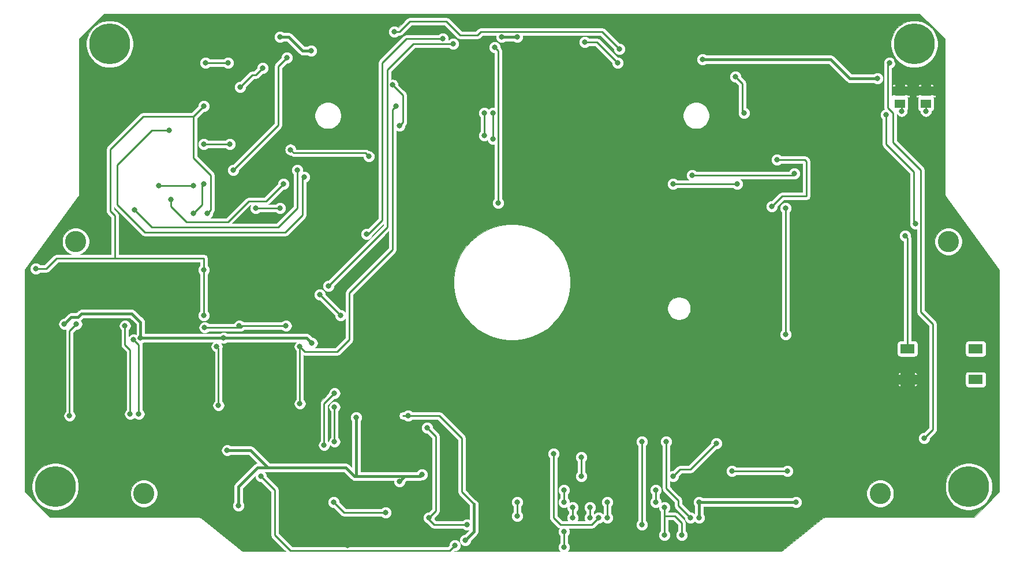
<source format=gbr>
G04 #@! TF.GenerationSoftware,KiCad,Pcbnew,5.1.9*
G04 #@! TF.CreationDate,2021-02-13T13:54:14+01:00*
G04 #@! TF.ProjectId,DVDLaserScanner,4456444c-6173-4657-9253-63616e6e6572,rev?*
G04 #@! TF.SameCoordinates,Original*
G04 #@! TF.FileFunction,Copper,L1,Top*
G04 #@! TF.FilePolarity,Positive*
%FSLAX46Y46*%
G04 Gerber Fmt 4.6, Leading zero omitted, Abs format (unit mm)*
G04 Created by KiCad (PCBNEW 5.1.9) date 2021-02-13 13:54:14*
%MOMM*%
%LPD*%
G01*
G04 APERTURE LIST*
G04 #@! TA.AperFunction,ComponentPad*
%ADD10C,3.100000*%
G04 #@! TD*
G04 #@! TA.AperFunction,ComponentPad*
%ADD11C,6.000000*%
G04 #@! TD*
G04 #@! TA.AperFunction,SMDPad,CuDef*
%ADD12R,1.500000X1.295400*%
G04 #@! TD*
G04 #@! TA.AperFunction,SMDPad,CuDef*
%ADD13R,2.100000X1.400000*%
G04 #@! TD*
G04 #@! TA.AperFunction,ViaPad*
%ADD14C,0.800000*%
G04 #@! TD*
G04 #@! TA.AperFunction,Conductor*
%ADD15C,0.400000*%
G04 #@! TD*
G04 #@! TA.AperFunction,Conductor*
%ADD16C,0.250000*%
G04 #@! TD*
G04 #@! TA.AperFunction,Conductor*
%ADD17C,0.100000*%
G04 #@! TD*
G04 APERTURE END LIST*
D10*
X149000000Y-111000000D03*
X41000000Y-111000000D03*
X159000000Y-74000000D03*
X31000000Y-74000000D03*
D11*
X28000000Y-110000000D03*
X154000000Y-45000000D03*
X162000000Y-110000000D03*
X36000000Y-45000000D03*
D12*
X151892000Y-51856600D03*
X151892000Y-53756600D03*
X155702000Y-51856600D03*
X155702000Y-53756600D03*
D13*
X163000000Y-89750000D03*
X163000000Y-94250000D03*
X153000000Y-89750000D03*
X153000000Y-94250000D03*
D14*
X65532000Y-45974000D03*
X60960000Y-43942000D03*
X39497000Y-88392000D03*
X40259000Y-99314000D03*
X124460000Y-42418000D03*
X153924000Y-51790600D03*
X118364000Y-42418000D03*
X87884000Y-42672000D03*
X103886000Y-56134000D03*
X93980000Y-55118000D03*
X49784000Y-55816500D03*
X32893000Y-95504000D03*
X31115000Y-95504000D03*
X31115000Y-93980000D03*
X32893000Y-93980000D03*
X32893000Y-91948000D03*
X31115000Y-91948000D03*
X31115000Y-90424000D03*
X32893000Y-90424000D03*
X36195000Y-95504000D03*
X37973000Y-95504000D03*
X37973000Y-93980000D03*
X36195000Y-93980000D03*
X36195000Y-91948000D03*
X37973000Y-91948000D03*
X37973000Y-90424000D03*
X36195000Y-90424000D03*
X44069000Y-95504000D03*
X42291000Y-95504000D03*
X42291000Y-93980000D03*
X44069000Y-93980000D03*
X44069000Y-91948000D03*
X42291000Y-91948000D03*
X42291000Y-90424000D03*
X44069000Y-90424000D03*
X48387000Y-90424000D03*
X50419000Y-90424000D03*
X50419000Y-91948000D03*
X48387000Y-91948000D03*
X48387000Y-93980000D03*
X50419000Y-93980000D03*
X50419000Y-95504000D03*
X48387000Y-95504000D03*
X56007000Y-95504000D03*
X54229000Y-95504000D03*
X54229000Y-93980000D03*
X56007000Y-93980000D03*
X56007000Y-91948000D03*
X54229000Y-91948000D03*
X54229000Y-90424000D03*
X56007000Y-90424000D03*
X60579000Y-95504000D03*
X62357000Y-95504000D03*
X62357000Y-93980000D03*
X60579000Y-93980000D03*
X60579000Y-91948000D03*
X62357000Y-91948000D03*
X62357000Y-90424000D03*
X60579000Y-90424000D03*
X45339000Y-100838000D03*
X105283000Y-118110000D03*
X72390000Y-116840000D03*
X70866000Y-118618000D03*
X51054000Y-76327000D03*
X106426000Y-113030000D03*
X106426000Y-114554000D03*
X103886000Y-114554000D03*
X103886000Y-113030000D03*
X119888000Y-117094000D03*
X117348000Y-113030000D03*
X117348000Y-117094000D03*
X58166000Y-108458000D03*
X102616000Y-116586000D03*
X102616000Y-118872000D03*
X86614000Y-118618000D03*
X38989000Y-99314000D03*
X38227000Y-86360000D03*
X107696000Y-114554000D03*
X101092000Y-105156000D03*
X114046000Y-115570000D03*
X114046000Y-103378000D03*
X121158000Y-114554000D03*
X117602000Y-103378000D03*
X68961000Y-98298000D03*
X68961000Y-103378000D03*
X51689000Y-89408000D03*
X51943000Y-98044000D03*
X129032000Y-55118000D03*
X127762000Y-49784000D03*
X149860000Y-55372000D03*
X154178000Y-71374000D03*
X155448000Y-102870000D03*
X150368000Y-47752000D03*
X127254000Y-107696000D03*
X135382000Y-107696000D03*
X135128000Y-69088000D03*
X135128000Y-87630000D03*
X152146000Y-54838600D03*
X155702000Y-54838600D03*
X76454000Y-113792000D03*
X68834000Y-112268000D03*
X105156000Y-105664000D03*
X105156000Y-108458000D03*
X118618000Y-108458000D03*
X124968000Y-103632000D03*
X133858000Y-61976000D03*
X133096000Y-68834000D03*
X152654000Y-73152000D03*
X77724000Y-43180000D03*
X54102000Y-63500000D03*
X61976000Y-46990000D03*
X110744000Y-45720000D03*
X57404000Y-69088000D03*
X60960000Y-69088000D03*
X121412000Y-64262000D03*
X136398000Y-64008000D03*
X48260000Y-65786000D03*
X43180000Y-65786000D03*
X48260000Y-69850000D03*
X49784000Y-65532000D03*
X44704000Y-57658000D03*
X64516000Y-64516000D03*
X58420000Y-48514000D03*
X55118000Y-51308000D03*
X61468000Y-65532000D03*
X128016000Y-65532000D03*
X118618000Y-65532000D03*
X44958000Y-67818000D03*
X63500000Y-63500000D03*
X39624000Y-69342000D03*
X110490000Y-47752000D03*
X105664000Y-44704000D03*
X86360000Y-44958000D03*
X68072000Y-80518000D03*
X30099000Y-99568000D03*
X31115000Y-86106000D03*
X84836000Y-44196000D03*
X73660000Y-72898000D03*
X68961000Y-96266000D03*
X67437000Y-103886000D03*
X50292000Y-69850000D03*
X136652000Y-112268000D03*
X122936000Y-47244000D03*
X148590000Y-50038000D03*
X95758000Y-43942000D03*
X93472000Y-43942000D03*
X29337000Y-86106000D03*
X72136000Y-99822000D03*
X54864000Y-112776000D03*
X53213000Y-104648000D03*
X122428000Y-112268000D03*
X122428000Y-114554000D03*
X49784000Y-84836000D03*
X25146000Y-77978000D03*
X49784000Y-78168500D03*
X49784000Y-54102000D03*
X65659000Y-88900000D03*
X40513000Y-88138000D03*
X52705000Y-88138000D03*
X78486000Y-109220000D03*
X81788000Y-108204000D03*
X108966000Y-112268000D03*
X108966000Y-114554000D03*
X95758000Y-114300000D03*
X95758000Y-112268000D03*
X102616000Y-112268000D03*
X102616000Y-110490000D03*
X116078000Y-110490000D03*
X116078000Y-112268000D03*
X82550000Y-101346000D03*
X92964000Y-68326000D03*
X92456000Y-45466000D03*
X88392000Y-115570000D03*
X82804000Y-114554000D03*
X53594000Y-59690000D03*
X49784000Y-59690000D03*
X62500000Y-60500000D03*
X74000000Y-61500000D03*
X50038000Y-47752000D03*
X53340000Y-47752000D03*
X88138000Y-117856000D03*
X66802000Y-81788000D03*
X79756000Y-99568000D03*
X69850000Y-84836000D03*
X77500000Y-51000000D03*
X78500000Y-57000000D03*
X90932000Y-58420000D03*
X90932000Y-55118000D03*
X92202000Y-55118000D03*
X92202000Y-58928000D03*
X77978000Y-54102000D03*
X54991000Y-86360000D03*
X63881000Y-89408000D03*
X63881000Y-97790000D03*
X61849000Y-86360000D03*
X49911000Y-86614000D03*
D15*
X64262000Y-45974000D02*
X65532000Y-45974000D01*
X62230000Y-43942000D02*
X64262000Y-45974000D01*
X60960000Y-43942000D02*
X62230000Y-43942000D01*
D16*
X40259000Y-98552000D02*
X40259000Y-89154000D01*
X40259000Y-89154000D02*
X39497000Y-88392000D01*
X40259000Y-99314000D02*
X40259000Y-99060000D01*
X40259000Y-99060000D02*
X40259000Y-98552000D01*
D15*
X97536000Y-42164000D02*
X88392000Y-42164000D01*
X117856000Y-42418000D02*
X117602000Y-42164000D01*
X117602000Y-42164000D02*
X97536000Y-42164000D01*
X118364000Y-42418000D02*
X124460000Y-42418000D01*
X125222000Y-41656000D02*
X124460000Y-42418000D01*
D16*
X153924000Y-51790600D02*
X153924000Y-50292000D01*
X153990000Y-51856600D02*
X153924000Y-51790600D01*
X153990000Y-51856600D02*
X155702000Y-51856600D01*
X127762000Y-41148000D02*
X127254000Y-41656000D01*
X136144000Y-41148000D02*
X127762000Y-41148000D01*
X139192000Y-44196000D02*
X136144000Y-41148000D01*
X148336000Y-44196000D02*
X139192000Y-44196000D01*
X151130000Y-46990000D02*
X148336000Y-44196000D01*
X151130000Y-47498000D02*
X151130000Y-46990000D01*
X153924000Y-50292000D02*
X151130000Y-47498000D01*
D15*
X127254000Y-41656000D02*
X125222000Y-41656000D01*
X118364000Y-42418000D02*
X117856000Y-42418000D01*
X88392000Y-42164000D02*
X87884000Y-42672000D01*
X103124000Y-55372000D02*
X103886000Y-56134000D01*
X94234000Y-55372000D02*
X103124000Y-55372000D01*
X93980000Y-55118000D02*
X94234000Y-55372000D01*
D16*
X152146000Y-51856600D02*
X155702000Y-51856600D01*
X31115000Y-95504000D02*
X32893000Y-95504000D01*
X32893000Y-93980000D02*
X31115000Y-93980000D01*
X31115000Y-91948000D02*
X32893000Y-91948000D01*
X32893000Y-90424000D02*
X31115000Y-90424000D01*
X37973000Y-95504000D02*
X36195000Y-95504000D01*
X36195000Y-93980000D02*
X37973000Y-93980000D01*
X37973000Y-91948000D02*
X36195000Y-91948000D01*
X36195000Y-90424000D02*
X37973000Y-90424000D01*
X42291000Y-95504000D02*
X44069000Y-95504000D01*
X44069000Y-93980000D02*
X42291000Y-93980000D01*
X42291000Y-91948000D02*
X44069000Y-91948000D01*
X44069000Y-90424000D02*
X42291000Y-90424000D01*
X50419000Y-90424000D02*
X48387000Y-90424000D01*
X48387000Y-91948000D02*
X50419000Y-91948000D01*
X50419000Y-93980000D02*
X48387000Y-93980000D01*
X48387000Y-95504000D02*
X50419000Y-95504000D01*
X54229000Y-95504000D02*
X56007000Y-95504000D01*
X55753000Y-94234000D02*
X54229000Y-93980000D01*
X56007000Y-93980000D02*
X55753000Y-94234000D01*
X54229000Y-91948000D02*
X56007000Y-91948000D01*
X56007000Y-90424000D02*
X54229000Y-90424000D01*
X62357000Y-95504000D02*
X60579000Y-95504000D01*
X60579000Y-93980000D02*
X62357000Y-93980000D01*
X62357000Y-91948000D02*
X60579000Y-91948000D01*
X60579000Y-90424000D02*
X62357000Y-90424000D01*
X72390000Y-116840000D02*
X72390000Y-118618000D01*
X72390000Y-118618000D02*
X70866000Y-118618000D01*
X106426000Y-113030000D02*
X106426000Y-114554000D01*
X103886000Y-113030000D02*
X103886000Y-114554000D01*
X117348000Y-114300000D02*
X118872000Y-114300000D01*
X119888000Y-115316000D02*
X119888000Y-117094000D01*
X118872000Y-114300000D02*
X119888000Y-115316000D01*
X117348000Y-113030000D02*
X117348000Y-114300000D01*
X117348000Y-114300000D02*
X117348000Y-117094000D01*
X71120000Y-119380000D02*
X62484000Y-119380000D01*
X62484000Y-119380000D02*
X61976000Y-118872000D01*
X61976000Y-118872000D02*
X60198000Y-117094000D01*
X60198000Y-117094000D02*
X60198000Y-110490000D01*
X60198000Y-110490000D02*
X58166000Y-108458000D01*
X102616000Y-118872000D02*
X102616000Y-116586000D01*
X85852000Y-119380000D02*
X86614000Y-118618000D01*
X71120000Y-119380000D02*
X85852000Y-119380000D01*
X38227000Y-89154000D02*
X38227000Y-86360000D01*
X38989000Y-89916000D02*
X38227000Y-89154000D01*
X38989000Y-99314000D02*
X38989000Y-89916000D01*
X101092000Y-113284000D02*
X101092000Y-114554000D01*
X101092000Y-105156000D02*
X101092000Y-113284000D01*
X106680000Y-115570000D02*
X107696000Y-114554000D01*
X102108000Y-115570000D02*
X106680000Y-115570000D01*
X101092000Y-114554000D02*
X102108000Y-115570000D01*
X114046000Y-103378000D02*
X114046000Y-115570000D01*
X121158000Y-114554000D02*
X119380000Y-112776000D01*
X119380000Y-112776000D02*
X119380000Y-112014000D01*
X119380000Y-112014000D02*
X117602000Y-110236000D01*
X117602000Y-110236000D02*
X117602000Y-103378000D01*
X68961000Y-98298000D02*
X68961000Y-100076000D01*
X68961000Y-100076000D02*
X68961000Y-103378000D01*
X51689000Y-89408000D02*
X51943000Y-89662000D01*
X51943000Y-89662000D02*
X51943000Y-98044000D01*
X128778000Y-50800000D02*
X127762000Y-49784000D01*
X128778000Y-54864000D02*
X128778000Y-50800000D01*
X129032000Y-55118000D02*
X128778000Y-54864000D01*
X127762000Y-49784000D02*
X128016000Y-50038000D01*
X149860000Y-59690000D02*
X149860000Y-55372000D01*
X153924000Y-63754000D02*
X149860000Y-59690000D01*
X153924000Y-71120000D02*
X153924000Y-63754000D01*
X154178000Y-71374000D02*
X153924000Y-71120000D01*
X156718000Y-101600000D02*
X155448000Y-102870000D01*
X156718000Y-86106000D02*
X156718000Y-101600000D01*
X154940000Y-84328000D02*
X156718000Y-86106000D01*
X154940000Y-63500000D02*
X154940000Y-84328000D01*
X150876000Y-59436000D02*
X154940000Y-63500000D01*
X150876000Y-55118000D02*
X150876000Y-59436000D01*
X150114000Y-54356000D02*
X150876000Y-55118000D01*
X150114000Y-48006000D02*
X150114000Y-54356000D01*
X150368000Y-47752000D02*
X150114000Y-48006000D01*
X127254000Y-107696000D02*
X135382000Y-107696000D01*
X135128000Y-87630000D02*
X135128000Y-69088000D01*
X152146000Y-54838600D02*
X152146000Y-53756600D01*
X155702000Y-53756600D02*
X155702000Y-54838600D01*
X76454000Y-113792000D02*
X70358000Y-113792000D01*
X70358000Y-113792000D02*
X68834000Y-112268000D01*
X105156000Y-108458000D02*
X105156000Y-105664000D01*
X119634000Y-107442000D02*
X121158000Y-107442000D01*
X118618000Y-108458000D02*
X119634000Y-107442000D01*
X121158000Y-107442000D02*
X124968000Y-103632000D01*
X138176000Y-67310000D02*
X138176000Y-62230000D01*
X138176000Y-62230000D02*
X137922000Y-61976000D01*
X137922000Y-61976000D02*
X133858000Y-61976000D01*
X134620000Y-67310000D02*
X138176000Y-67310000D01*
X133096000Y-68834000D02*
X134620000Y-67310000D01*
X153000000Y-73498000D02*
X153000000Y-89750000D01*
X152654000Y-73152000D02*
X153000000Y-73498000D01*
X77724000Y-43180000D02*
X78486000Y-43180000D01*
X60706000Y-50800000D02*
X60706000Y-48260000D01*
X60706000Y-50800000D02*
X60706000Y-56896000D01*
X60706000Y-56896000D02*
X54102000Y-63500000D01*
X60706000Y-48260000D02*
X61976000Y-46990000D01*
X108204000Y-43180000D02*
X108966000Y-43942000D01*
X110744000Y-45720000D02*
X108966000Y-43942000D01*
X90424000Y-43180000D02*
X108204000Y-43180000D01*
X89916000Y-43688000D02*
X90424000Y-43180000D01*
X87376000Y-43688000D02*
X89916000Y-43688000D01*
X85344000Y-41656000D02*
X87376000Y-43688000D01*
X80010000Y-41656000D02*
X85344000Y-41656000D01*
X78486000Y-43180000D02*
X80010000Y-41656000D01*
X60960000Y-69088000D02*
X57404000Y-69088000D01*
X136144000Y-64262000D02*
X121412000Y-64262000D01*
X136398000Y-64008000D02*
X136144000Y-64262000D01*
X43180000Y-65786000D02*
X48260000Y-65786000D01*
X49530000Y-68580000D02*
X48260000Y-69850000D01*
X49530000Y-65786000D02*
X49530000Y-68580000D01*
X49784000Y-65532000D02*
X49530000Y-65786000D01*
X42164000Y-57658000D02*
X44704000Y-57658000D01*
X37084000Y-62738000D02*
X42164000Y-57658000D01*
X37084000Y-68580000D02*
X37084000Y-62738000D01*
X41148000Y-72644000D02*
X37084000Y-68580000D01*
X61722000Y-72644000D02*
X41148000Y-72644000D01*
X64262000Y-70104000D02*
X61722000Y-72644000D01*
X64262000Y-64770000D02*
X64262000Y-70104000D01*
X64516000Y-64516000D02*
X64262000Y-64770000D01*
X57404000Y-49530000D02*
X58420000Y-48514000D01*
X56896000Y-49530000D02*
X57404000Y-49530000D01*
X55118000Y-51308000D02*
X56896000Y-49530000D01*
X118618000Y-65532000D02*
X128016000Y-65532000D01*
X44958000Y-68834000D02*
X44958000Y-67818000D01*
X47244000Y-71120000D02*
X44958000Y-68834000D01*
X53340000Y-71120000D02*
X47244000Y-71120000D01*
X56388000Y-68072000D02*
X53340000Y-71120000D01*
X58928000Y-68072000D02*
X56388000Y-68072000D01*
X61468000Y-65532000D02*
X58928000Y-68072000D01*
X42164000Y-71882000D02*
X39624000Y-69342000D01*
X60706000Y-71882000D02*
X42164000Y-71882000D01*
X63500000Y-69088000D02*
X60706000Y-71882000D01*
X63500000Y-63500000D02*
X63500000Y-69088000D01*
X107442000Y-44704000D02*
X110490000Y-47752000D01*
X105664000Y-44704000D02*
X107442000Y-44704000D01*
X86360000Y-44958000D02*
X80518000Y-44958000D01*
X80518000Y-44958000D02*
X76708000Y-48768000D01*
X76708000Y-48768000D02*
X76708000Y-71882000D01*
X76708000Y-71882000D02*
X75946000Y-72644000D01*
X68072000Y-80518000D02*
X75946000Y-72644000D01*
X30099000Y-99568000D02*
X30099000Y-87122000D01*
X31115000Y-86106000D02*
X30099000Y-87122000D01*
X75946000Y-47752000D02*
X75946000Y-48514000D01*
X79502000Y-44196000D02*
X75946000Y-47752000D01*
X84836000Y-44196000D02*
X79502000Y-44196000D01*
X73914000Y-72898000D02*
X73660000Y-72898000D01*
X75946000Y-70866000D02*
X73914000Y-72898000D01*
X75946000Y-54610000D02*
X75946000Y-70866000D01*
X75946000Y-48514000D02*
X75946000Y-54610000D01*
X67437000Y-97790000D02*
X68961000Y-96266000D01*
X67437000Y-103886000D02*
X67437000Y-101092000D01*
X67437000Y-101092000D02*
X67437000Y-97790000D01*
X50800000Y-69342000D02*
X50292000Y-69850000D01*
X50800000Y-64262000D02*
X50800000Y-69342000D01*
X48260000Y-61722000D02*
X50800000Y-64262000D01*
X49784000Y-54102000D02*
X48260000Y-55626000D01*
D15*
X136652000Y-112268000D02*
X122428000Y-112268000D01*
X122936000Y-47244000D02*
X127254000Y-47244000D01*
X127254000Y-47244000D02*
X141732000Y-47244000D01*
X141732000Y-47244000D02*
X144526000Y-50038000D01*
X144526000Y-50038000D02*
X148590000Y-50038000D01*
X95758000Y-43942000D02*
X93472000Y-43942000D01*
X40513000Y-85852000D02*
X39243000Y-84582000D01*
X39243000Y-84582000D02*
X36703000Y-84582000D01*
X36703000Y-84582000D02*
X34671000Y-84582000D01*
X40513000Y-88138000D02*
X40513000Y-85852000D01*
X30353000Y-85090000D02*
X29337000Y-86106000D01*
X31369000Y-85090000D02*
X30353000Y-85090000D01*
X31877000Y-84582000D02*
X31369000Y-85090000D01*
X34671000Y-84582000D02*
X31877000Y-84582000D01*
X72136000Y-108458000D02*
X72136000Y-99822000D01*
X59182000Y-107188000D02*
X57658000Y-107188000D01*
X54864000Y-109982000D02*
X54864000Y-112776000D01*
X57658000Y-107188000D02*
X54864000Y-109982000D01*
X79248000Y-108458000D02*
X72136000Y-108458000D01*
X72136000Y-108458000D02*
X71882000Y-108458000D01*
X56642000Y-104648000D02*
X53213000Y-104648000D01*
X59182000Y-107188000D02*
X56642000Y-104648000D01*
X70612000Y-107188000D02*
X59182000Y-107188000D01*
X71882000Y-108458000D02*
X70612000Y-107188000D01*
X122428000Y-114554000D02*
X122428000Y-112268000D01*
D16*
X49784000Y-76454000D02*
X49784000Y-84836000D01*
X49784000Y-76454000D02*
X40132000Y-76454000D01*
X28194000Y-76454000D02*
X26670000Y-77978000D01*
X26670000Y-77978000D02*
X25146000Y-77978000D01*
D15*
X52705000Y-88138000D02*
X64897000Y-88138000D01*
X64897000Y-88138000D02*
X65659000Y-88900000D01*
X40513000Y-88138000D02*
X40259000Y-88138000D01*
X52705000Y-88138000D02*
X40513000Y-88138000D01*
X79248000Y-108458000D02*
X78486000Y-109220000D01*
X81534000Y-108458000D02*
X79248000Y-108458000D01*
X81788000Y-108204000D02*
X81534000Y-108458000D01*
D16*
X108966000Y-112268000D02*
X108966000Y-114554000D01*
X95758000Y-112268000D02*
X95758000Y-114300000D01*
X102616000Y-112268000D02*
X102616000Y-110490000D01*
X116078000Y-112268000D02*
X116078000Y-110490000D01*
X48260000Y-56578500D02*
X48260000Y-56451500D01*
X48260000Y-56578500D02*
X48260000Y-61722000D01*
X48260000Y-55626000D02*
X48260000Y-56578500D01*
X36766500Y-76454000D02*
X36766500Y-70231000D01*
X36766500Y-76454000D02*
X28194000Y-76454000D01*
X40132000Y-76454000D02*
X36766500Y-76454000D01*
X36766500Y-70231000D02*
X36068000Y-69532500D01*
X36068000Y-69532500D02*
X36068000Y-60452000D01*
X40894000Y-55626000D02*
X48260000Y-55626000D01*
X36068000Y-60452000D02*
X40894000Y-55626000D01*
X92964000Y-46482000D02*
X92964000Y-45974000D01*
X92964000Y-46482000D02*
X92964000Y-59690000D01*
X92964000Y-45974000D02*
X92456000Y-45466000D01*
X92964000Y-59690000D02*
X92964000Y-68326000D01*
X83820000Y-113538000D02*
X82804000Y-114554000D01*
X83820000Y-102616000D02*
X83820000Y-113538000D01*
X82550000Y-101346000D02*
X83820000Y-102616000D01*
X88392000Y-115570000D02*
X83566000Y-115570000D01*
X83566000Y-115570000D02*
X82804000Y-114808000D01*
X82804000Y-114808000D02*
X82804000Y-114554000D01*
X49784000Y-59690000D02*
X53594000Y-59690000D01*
X63000000Y-61000000D02*
X62500000Y-60500000D01*
X73500000Y-61000000D02*
X63000000Y-61000000D01*
X74000000Y-61500000D02*
X73500000Y-61000000D01*
X53340000Y-47752000D02*
X50038000Y-47752000D01*
D15*
X89408000Y-112522000D02*
X89408000Y-116586000D01*
D16*
X84328000Y-99568000D02*
X84074000Y-99568000D01*
X87630000Y-102870000D02*
X84328000Y-99568000D01*
X87630000Y-110744000D02*
X87630000Y-102870000D01*
X89408000Y-112522000D02*
X87630000Y-110744000D01*
D15*
X89408000Y-116586000D02*
X88138000Y-117856000D01*
D16*
X68326000Y-83312000D02*
X69850000Y-84836000D01*
X68326000Y-83312000D02*
X66802000Y-81788000D01*
X79756000Y-99568000D02*
X84074000Y-99568000D01*
X84074000Y-99568000D02*
X78994000Y-99568000D01*
X79000000Y-52500000D02*
X77500000Y-51000000D01*
X79000000Y-56500000D02*
X79000000Y-52500000D01*
X78500000Y-57000000D02*
X79000000Y-56500000D01*
X90932000Y-55118000D02*
X90932000Y-58420000D01*
X92202000Y-55118000D02*
X92202000Y-58928000D01*
X69342000Y-90170000D02*
X64643000Y-90170000D01*
X71120000Y-88392000D02*
X69342000Y-90170000D01*
X77978000Y-54102000D02*
X77470000Y-54610000D01*
X77470000Y-54610000D02*
X77470000Y-75184000D01*
X77470000Y-75184000D02*
X71120000Y-81534000D01*
X71120000Y-81534000D02*
X71120000Y-88392000D01*
X64643000Y-90170000D02*
X63881000Y-89408000D01*
X54991000Y-86360000D02*
X54991000Y-86614000D01*
X63881000Y-89408000D02*
X63881000Y-97790000D01*
X54991000Y-86614000D02*
X55245000Y-86614000D01*
X55245000Y-86614000D02*
X55499000Y-86360000D01*
X55499000Y-86360000D02*
X55753000Y-86360000D01*
X61849000Y-86360000D02*
X55753000Y-86360000D01*
X49911000Y-86614000D02*
X54991000Y-86614000D01*
D17*
X158475000Y-44217462D02*
X158475001Y-66984652D01*
X158472877Y-67020962D01*
X158478554Y-67061856D01*
X158482598Y-67102918D01*
X158485650Y-67112979D01*
X158487096Y-67123396D01*
X158500637Y-67162384D01*
X158512618Y-67201881D01*
X158517576Y-67211156D01*
X158521025Y-67221088D01*
X158541914Y-67256689D01*
X158561368Y-67293086D01*
X158584430Y-67321188D01*
X166475000Y-78170722D01*
X166475001Y-110782537D01*
X162782539Y-114475000D01*
X141004225Y-114475000D01*
X140956891Y-114474225D01*
X140927163Y-114479634D01*
X140897082Y-114482597D01*
X140876402Y-114488870D01*
X140855145Y-114492738D01*
X140827043Y-114503843D01*
X140798119Y-114512617D01*
X140779058Y-114522805D01*
X140758966Y-114530745D01*
X140733571Y-114547119D01*
X140706914Y-114561367D01*
X140670277Y-114591435D01*
X134516985Y-119475000D01*
X103215082Y-119475000D01*
X103276238Y-119413844D01*
X103369260Y-119274626D01*
X103433335Y-119119936D01*
X103466000Y-118955718D01*
X103466000Y-118788282D01*
X103433335Y-118624064D01*
X103369260Y-118469374D01*
X103276238Y-118330156D01*
X103191000Y-118244918D01*
X103191000Y-117213082D01*
X103276238Y-117127844D01*
X103369260Y-116988626D01*
X103433335Y-116833936D01*
X103466000Y-116669718D01*
X103466000Y-116502282D01*
X103433335Y-116338064D01*
X103369260Y-116183374D01*
X103343619Y-116145000D01*
X106651757Y-116145000D01*
X106680000Y-116147782D01*
X106708243Y-116145000D01*
X106708246Y-116145000D01*
X106792720Y-116136680D01*
X106901108Y-116103801D01*
X107000998Y-116050408D01*
X107088554Y-115978554D01*
X107106565Y-115956607D01*
X107659173Y-115404000D01*
X107779718Y-115404000D01*
X107943936Y-115371335D01*
X108098626Y-115307260D01*
X108237844Y-115214238D01*
X108331000Y-115121082D01*
X108424156Y-115214238D01*
X108563374Y-115307260D01*
X108718064Y-115371335D01*
X108882282Y-115404000D01*
X109049718Y-115404000D01*
X109213936Y-115371335D01*
X109368626Y-115307260D01*
X109507844Y-115214238D01*
X109626238Y-115095844D01*
X109719260Y-114956626D01*
X109783335Y-114801936D01*
X109816000Y-114637718D01*
X109816000Y-114470282D01*
X109783335Y-114306064D01*
X109719260Y-114151374D01*
X109626238Y-114012156D01*
X109541000Y-113926918D01*
X109541000Y-112895082D01*
X109626238Y-112809844D01*
X109719260Y-112670626D01*
X109783335Y-112515936D01*
X109816000Y-112351718D01*
X109816000Y-112184282D01*
X109783335Y-112020064D01*
X109719260Y-111865374D01*
X109626238Y-111726156D01*
X109507844Y-111607762D01*
X109368626Y-111514740D01*
X109213936Y-111450665D01*
X109049718Y-111418000D01*
X108882282Y-111418000D01*
X108718064Y-111450665D01*
X108563374Y-111514740D01*
X108424156Y-111607762D01*
X108305762Y-111726156D01*
X108212740Y-111865374D01*
X108148665Y-112020064D01*
X108116000Y-112184282D01*
X108116000Y-112351718D01*
X108148665Y-112515936D01*
X108212740Y-112670626D01*
X108305762Y-112809844D01*
X108391000Y-112895082D01*
X108391001Y-113926917D01*
X108331000Y-113986918D01*
X108237844Y-113893762D01*
X108098626Y-113800740D01*
X107943936Y-113736665D01*
X107779718Y-113704000D01*
X107612282Y-113704000D01*
X107448064Y-113736665D01*
X107293374Y-113800740D01*
X107154156Y-113893762D01*
X107061000Y-113986918D01*
X107001000Y-113926918D01*
X107001000Y-113657082D01*
X107086238Y-113571844D01*
X107179260Y-113432626D01*
X107243335Y-113277936D01*
X107276000Y-113113718D01*
X107276000Y-112946282D01*
X107243335Y-112782064D01*
X107179260Y-112627374D01*
X107086238Y-112488156D01*
X106967844Y-112369762D01*
X106828626Y-112276740D01*
X106673936Y-112212665D01*
X106509718Y-112180000D01*
X106342282Y-112180000D01*
X106178064Y-112212665D01*
X106023374Y-112276740D01*
X105884156Y-112369762D01*
X105765762Y-112488156D01*
X105672740Y-112627374D01*
X105608665Y-112782064D01*
X105576000Y-112946282D01*
X105576000Y-113113718D01*
X105608665Y-113277936D01*
X105672740Y-113432626D01*
X105765762Y-113571844D01*
X105851000Y-113657082D01*
X105851001Y-113926917D01*
X105765762Y-114012156D01*
X105672740Y-114151374D01*
X105608665Y-114306064D01*
X105576000Y-114470282D01*
X105576000Y-114637718D01*
X105608665Y-114801936D01*
X105672740Y-114956626D01*
X105698381Y-114995000D01*
X104613619Y-114995000D01*
X104639260Y-114956626D01*
X104703335Y-114801936D01*
X104736000Y-114637718D01*
X104736000Y-114470282D01*
X104703335Y-114306064D01*
X104639260Y-114151374D01*
X104546238Y-114012156D01*
X104461000Y-113926918D01*
X104461000Y-113657082D01*
X104546238Y-113571844D01*
X104639260Y-113432626D01*
X104703335Y-113277936D01*
X104736000Y-113113718D01*
X104736000Y-112946282D01*
X104703335Y-112782064D01*
X104639260Y-112627374D01*
X104546238Y-112488156D01*
X104427844Y-112369762D01*
X104288626Y-112276740D01*
X104133936Y-112212665D01*
X103969718Y-112180000D01*
X103802282Y-112180000D01*
X103638064Y-112212665D01*
X103483374Y-112276740D01*
X103466000Y-112288349D01*
X103466000Y-112184282D01*
X103433335Y-112020064D01*
X103369260Y-111865374D01*
X103276238Y-111726156D01*
X103191000Y-111640918D01*
X103191000Y-111117082D01*
X103276238Y-111031844D01*
X103369260Y-110892626D01*
X103433335Y-110737936D01*
X103466000Y-110573718D01*
X103466000Y-110406282D01*
X103433335Y-110242064D01*
X103369260Y-110087374D01*
X103276238Y-109948156D01*
X103157844Y-109829762D01*
X103018626Y-109736740D01*
X102863936Y-109672665D01*
X102699718Y-109640000D01*
X102532282Y-109640000D01*
X102368064Y-109672665D01*
X102213374Y-109736740D01*
X102074156Y-109829762D01*
X101955762Y-109948156D01*
X101862740Y-110087374D01*
X101798665Y-110242064D01*
X101766000Y-110406282D01*
X101766000Y-110573718D01*
X101798665Y-110737936D01*
X101862740Y-110892626D01*
X101955762Y-111031844D01*
X102041001Y-111117083D01*
X102041000Y-111640918D01*
X101955762Y-111726156D01*
X101862740Y-111865374D01*
X101798665Y-112020064D01*
X101766000Y-112184282D01*
X101766000Y-112351718D01*
X101798665Y-112515936D01*
X101862740Y-112670626D01*
X101955762Y-112809844D01*
X102074156Y-112928238D01*
X102213374Y-113021260D01*
X102368064Y-113085335D01*
X102532282Y-113118000D01*
X102699718Y-113118000D01*
X102863936Y-113085335D01*
X103018626Y-113021260D01*
X103036000Y-113009651D01*
X103036000Y-113113718D01*
X103068665Y-113277936D01*
X103132740Y-113432626D01*
X103225762Y-113571844D01*
X103311000Y-113657082D01*
X103311001Y-113926917D01*
X103225762Y-114012156D01*
X103132740Y-114151374D01*
X103068665Y-114306064D01*
X103036000Y-114470282D01*
X103036000Y-114637718D01*
X103068665Y-114801936D01*
X103132740Y-114956626D01*
X103158381Y-114995000D01*
X102346173Y-114995000D01*
X101667000Y-114315828D01*
X101667000Y-105783082D01*
X101752238Y-105697844D01*
X101830790Y-105580282D01*
X104306000Y-105580282D01*
X104306000Y-105747718D01*
X104338665Y-105911936D01*
X104402740Y-106066626D01*
X104495762Y-106205844D01*
X104581001Y-106291083D01*
X104581000Y-107830918D01*
X104495762Y-107916156D01*
X104402740Y-108055374D01*
X104338665Y-108210064D01*
X104306000Y-108374282D01*
X104306000Y-108541718D01*
X104338665Y-108705936D01*
X104402740Y-108860626D01*
X104495762Y-108999844D01*
X104614156Y-109118238D01*
X104753374Y-109211260D01*
X104908064Y-109275335D01*
X105072282Y-109308000D01*
X105239718Y-109308000D01*
X105403936Y-109275335D01*
X105558626Y-109211260D01*
X105697844Y-109118238D01*
X105816238Y-108999844D01*
X105909260Y-108860626D01*
X105973335Y-108705936D01*
X106006000Y-108541718D01*
X106006000Y-108374282D01*
X105973335Y-108210064D01*
X105909260Y-108055374D01*
X105816238Y-107916156D01*
X105731000Y-107830918D01*
X105731000Y-106291082D01*
X105816238Y-106205844D01*
X105909260Y-106066626D01*
X105973335Y-105911936D01*
X106006000Y-105747718D01*
X106006000Y-105580282D01*
X105973335Y-105416064D01*
X105909260Y-105261374D01*
X105816238Y-105122156D01*
X105697844Y-105003762D01*
X105558626Y-104910740D01*
X105403936Y-104846665D01*
X105239718Y-104814000D01*
X105072282Y-104814000D01*
X104908064Y-104846665D01*
X104753374Y-104910740D01*
X104614156Y-105003762D01*
X104495762Y-105122156D01*
X104402740Y-105261374D01*
X104338665Y-105416064D01*
X104306000Y-105580282D01*
X101830790Y-105580282D01*
X101845260Y-105558626D01*
X101909335Y-105403936D01*
X101942000Y-105239718D01*
X101942000Y-105072282D01*
X101909335Y-104908064D01*
X101845260Y-104753374D01*
X101752238Y-104614156D01*
X101633844Y-104495762D01*
X101494626Y-104402740D01*
X101339936Y-104338665D01*
X101175718Y-104306000D01*
X101008282Y-104306000D01*
X100844064Y-104338665D01*
X100689374Y-104402740D01*
X100550156Y-104495762D01*
X100431762Y-104614156D01*
X100338740Y-104753374D01*
X100274665Y-104908064D01*
X100242000Y-105072282D01*
X100242000Y-105239718D01*
X100274665Y-105403936D01*
X100338740Y-105558626D01*
X100431762Y-105697844D01*
X100517000Y-105783082D01*
X100517001Y-113255745D01*
X100517000Y-113255755D01*
X100517001Y-114525747D01*
X100514218Y-114554000D01*
X100522886Y-114642000D01*
X100525321Y-114666720D01*
X100533985Y-114695281D01*
X100558199Y-114775107D01*
X100611592Y-114874998D01*
X100649115Y-114920720D01*
X100683447Y-114962554D01*
X100705387Y-114980559D01*
X101681439Y-115956612D01*
X101699446Y-115978554D01*
X101721386Y-115996559D01*
X101787001Y-116050408D01*
X101886892Y-116103801D01*
X101911019Y-116111120D01*
X101862740Y-116183374D01*
X101798665Y-116338064D01*
X101766000Y-116502282D01*
X101766000Y-116669718D01*
X101798665Y-116833936D01*
X101862740Y-116988626D01*
X101955762Y-117127844D01*
X102041001Y-117213083D01*
X102041000Y-118244918D01*
X101955762Y-118330156D01*
X101862740Y-118469374D01*
X101798665Y-118624064D01*
X101766000Y-118788282D01*
X101766000Y-118955718D01*
X101798665Y-119119936D01*
X101862740Y-119274626D01*
X101955762Y-119413844D01*
X102016918Y-119475000D01*
X86570172Y-119475000D01*
X86577172Y-119468000D01*
X86697718Y-119468000D01*
X86861936Y-119435335D01*
X87016626Y-119371260D01*
X87155844Y-119278238D01*
X87274238Y-119159844D01*
X87367260Y-119020626D01*
X87431335Y-118865936D01*
X87464000Y-118701718D01*
X87464000Y-118534282D01*
X87431335Y-118370064D01*
X87385886Y-118260341D01*
X87477762Y-118397844D01*
X87596156Y-118516238D01*
X87735374Y-118609260D01*
X87890064Y-118673335D01*
X88054282Y-118706000D01*
X88221718Y-118706000D01*
X88385936Y-118673335D01*
X88540626Y-118609260D01*
X88679844Y-118516238D01*
X88798238Y-118397844D01*
X88891260Y-118258626D01*
X88955335Y-118103936D01*
X88988000Y-117939718D01*
X88988000Y-117925238D01*
X89845043Y-117068196D01*
X89869843Y-117047843D01*
X89951070Y-116948868D01*
X90011427Y-116835948D01*
X90048595Y-116713422D01*
X90058000Y-116617932D01*
X90058000Y-116617922D01*
X90061144Y-116586001D01*
X90058000Y-116554080D01*
X90058000Y-112490068D01*
X90048595Y-112394578D01*
X90011427Y-112272052D01*
X89964513Y-112184282D01*
X94908000Y-112184282D01*
X94908000Y-112351718D01*
X94940665Y-112515936D01*
X95004740Y-112670626D01*
X95097762Y-112809844D01*
X95183000Y-112895082D01*
X95183001Y-113672917D01*
X95097762Y-113758156D01*
X95004740Y-113897374D01*
X94940665Y-114052064D01*
X94908000Y-114216282D01*
X94908000Y-114383718D01*
X94940665Y-114547936D01*
X95004740Y-114702626D01*
X95097762Y-114841844D01*
X95216156Y-114960238D01*
X95355374Y-115053260D01*
X95510064Y-115117335D01*
X95674282Y-115150000D01*
X95841718Y-115150000D01*
X96005936Y-115117335D01*
X96160626Y-115053260D01*
X96299844Y-114960238D01*
X96418238Y-114841844D01*
X96511260Y-114702626D01*
X96575335Y-114547936D01*
X96608000Y-114383718D01*
X96608000Y-114216282D01*
X96575335Y-114052064D01*
X96511260Y-113897374D01*
X96418238Y-113758156D01*
X96333000Y-113672918D01*
X96333000Y-112895082D01*
X96418238Y-112809844D01*
X96511260Y-112670626D01*
X96575335Y-112515936D01*
X96608000Y-112351718D01*
X96608000Y-112184282D01*
X96575335Y-112020064D01*
X96511260Y-111865374D01*
X96418238Y-111726156D01*
X96299844Y-111607762D01*
X96160626Y-111514740D01*
X96005936Y-111450665D01*
X95841718Y-111418000D01*
X95674282Y-111418000D01*
X95510064Y-111450665D01*
X95355374Y-111514740D01*
X95216156Y-111607762D01*
X95097762Y-111726156D01*
X95004740Y-111865374D01*
X94940665Y-112020064D01*
X94908000Y-112184282D01*
X89964513Y-112184282D01*
X89951070Y-112159132D01*
X89869843Y-112060157D01*
X89770867Y-111978930D01*
X89657947Y-111918573D01*
X89600241Y-111901068D01*
X88205000Y-110505828D01*
X88205000Y-103294282D01*
X113196000Y-103294282D01*
X113196000Y-103461718D01*
X113228665Y-103625936D01*
X113292740Y-103780626D01*
X113385762Y-103919844D01*
X113471000Y-104005082D01*
X113471001Y-114942917D01*
X113385762Y-115028156D01*
X113292740Y-115167374D01*
X113228665Y-115322064D01*
X113196000Y-115486282D01*
X113196000Y-115653718D01*
X113228665Y-115817936D01*
X113292740Y-115972626D01*
X113385762Y-116111844D01*
X113504156Y-116230238D01*
X113643374Y-116323260D01*
X113798064Y-116387335D01*
X113962282Y-116420000D01*
X114129718Y-116420000D01*
X114293936Y-116387335D01*
X114448626Y-116323260D01*
X114587844Y-116230238D01*
X114706238Y-116111844D01*
X114799260Y-115972626D01*
X114863335Y-115817936D01*
X114896000Y-115653718D01*
X114896000Y-115486282D01*
X114863335Y-115322064D01*
X114799260Y-115167374D01*
X114706238Y-115028156D01*
X114621000Y-114942918D01*
X114621000Y-110406282D01*
X115228000Y-110406282D01*
X115228000Y-110573718D01*
X115260665Y-110737936D01*
X115324740Y-110892626D01*
X115417762Y-111031844D01*
X115503001Y-111117083D01*
X115503000Y-111640918D01*
X115417762Y-111726156D01*
X115324740Y-111865374D01*
X115260665Y-112020064D01*
X115228000Y-112184282D01*
X115228000Y-112351718D01*
X115260665Y-112515936D01*
X115324740Y-112670626D01*
X115417762Y-112809844D01*
X115536156Y-112928238D01*
X115675374Y-113021260D01*
X115830064Y-113085335D01*
X115994282Y-113118000D01*
X116161718Y-113118000D01*
X116325936Y-113085335D01*
X116480626Y-113021260D01*
X116498000Y-113009651D01*
X116498000Y-113113718D01*
X116530665Y-113277936D01*
X116594740Y-113432626D01*
X116687762Y-113571844D01*
X116773000Y-113657082D01*
X116773001Y-114271744D01*
X116770218Y-114300000D01*
X116773000Y-114328246D01*
X116773001Y-116466917D01*
X116687762Y-116552156D01*
X116594740Y-116691374D01*
X116530665Y-116846064D01*
X116498000Y-117010282D01*
X116498000Y-117177718D01*
X116530665Y-117341936D01*
X116594740Y-117496626D01*
X116687762Y-117635844D01*
X116806156Y-117754238D01*
X116945374Y-117847260D01*
X117100064Y-117911335D01*
X117264282Y-117944000D01*
X117431718Y-117944000D01*
X117595936Y-117911335D01*
X117750626Y-117847260D01*
X117889844Y-117754238D01*
X118008238Y-117635844D01*
X118101260Y-117496626D01*
X118165335Y-117341936D01*
X118198000Y-117177718D01*
X118198000Y-117010282D01*
X118165335Y-116846064D01*
X118101260Y-116691374D01*
X118008238Y-116552156D01*
X117923000Y-116466918D01*
X117923000Y-114875000D01*
X118633828Y-114875000D01*
X119313000Y-115554173D01*
X119313001Y-116466917D01*
X119227762Y-116552156D01*
X119134740Y-116691374D01*
X119070665Y-116846064D01*
X119038000Y-117010282D01*
X119038000Y-117177718D01*
X119070665Y-117341936D01*
X119134740Y-117496626D01*
X119227762Y-117635844D01*
X119346156Y-117754238D01*
X119485374Y-117847260D01*
X119640064Y-117911335D01*
X119804282Y-117944000D01*
X119971718Y-117944000D01*
X120135936Y-117911335D01*
X120290626Y-117847260D01*
X120429844Y-117754238D01*
X120548238Y-117635844D01*
X120641260Y-117496626D01*
X120705335Y-117341936D01*
X120738000Y-117177718D01*
X120738000Y-117010282D01*
X120705335Y-116846064D01*
X120641260Y-116691374D01*
X120548238Y-116552156D01*
X120463000Y-116466918D01*
X120463000Y-115344243D01*
X120465782Y-115316000D01*
X120459183Y-115249001D01*
X120454680Y-115203280D01*
X120421801Y-115094892D01*
X120390429Y-115036199D01*
X120368408Y-114995001D01*
X120314559Y-114929386D01*
X120296554Y-114907446D01*
X120274613Y-114889440D01*
X119298565Y-113913393D01*
X119280554Y-113891446D01*
X119192998Y-113819592D01*
X119093108Y-113766199D01*
X118984720Y-113733320D01*
X118900246Y-113725000D01*
X118900243Y-113725000D01*
X118872000Y-113722218D01*
X118843757Y-113725000D01*
X117923000Y-113725000D01*
X117923000Y-113657082D01*
X118008238Y-113571844D01*
X118101260Y-113432626D01*
X118165335Y-113277936D01*
X118198000Y-113113718D01*
X118198000Y-112946282D01*
X118165335Y-112782064D01*
X118101260Y-112627374D01*
X118008238Y-112488156D01*
X117889844Y-112369762D01*
X117750626Y-112276740D01*
X117595936Y-112212665D01*
X117431718Y-112180000D01*
X117264282Y-112180000D01*
X117100064Y-112212665D01*
X116945374Y-112276740D01*
X116928000Y-112288349D01*
X116928000Y-112184282D01*
X116895335Y-112020064D01*
X116831260Y-111865374D01*
X116738238Y-111726156D01*
X116653000Y-111640918D01*
X116653000Y-111117082D01*
X116738238Y-111031844D01*
X116831260Y-110892626D01*
X116895335Y-110737936D01*
X116928000Y-110573718D01*
X116928000Y-110406282D01*
X116895335Y-110242064D01*
X116831260Y-110087374D01*
X116738238Y-109948156D01*
X116619844Y-109829762D01*
X116480626Y-109736740D01*
X116325936Y-109672665D01*
X116161718Y-109640000D01*
X115994282Y-109640000D01*
X115830064Y-109672665D01*
X115675374Y-109736740D01*
X115536156Y-109829762D01*
X115417762Y-109948156D01*
X115324740Y-110087374D01*
X115260665Y-110242064D01*
X115228000Y-110406282D01*
X114621000Y-110406282D01*
X114621000Y-104005082D01*
X114706238Y-103919844D01*
X114799260Y-103780626D01*
X114863335Y-103625936D01*
X114896000Y-103461718D01*
X114896000Y-103294282D01*
X116752000Y-103294282D01*
X116752000Y-103461718D01*
X116784665Y-103625936D01*
X116848740Y-103780626D01*
X116941762Y-103919844D01*
X117027001Y-104005083D01*
X117027000Y-110207757D01*
X117024218Y-110236000D01*
X117027000Y-110264243D01*
X117027000Y-110264245D01*
X117035320Y-110348719D01*
X117068199Y-110457107D01*
X117121592Y-110556998D01*
X117125178Y-110561367D01*
X117193446Y-110644554D01*
X117215393Y-110662565D01*
X118805000Y-112252173D01*
X118805000Y-112747757D01*
X118802218Y-112776000D01*
X118805000Y-112804243D01*
X118805000Y-112804245D01*
X118813320Y-112888719D01*
X118846199Y-112997107D01*
X118899592Y-113096998D01*
X118913314Y-113113718D01*
X118971446Y-113184554D01*
X118993393Y-113202565D01*
X120308000Y-114517173D01*
X120308000Y-114637718D01*
X120340665Y-114801936D01*
X120404740Y-114956626D01*
X120497762Y-115095844D01*
X120616156Y-115214238D01*
X120755374Y-115307260D01*
X120910064Y-115371335D01*
X121074282Y-115404000D01*
X121241718Y-115404000D01*
X121405936Y-115371335D01*
X121560626Y-115307260D01*
X121699844Y-115214238D01*
X121793000Y-115121082D01*
X121886156Y-115214238D01*
X122025374Y-115307260D01*
X122180064Y-115371335D01*
X122344282Y-115404000D01*
X122511718Y-115404000D01*
X122675936Y-115371335D01*
X122830626Y-115307260D01*
X122969844Y-115214238D01*
X123088238Y-115095844D01*
X123181260Y-114956626D01*
X123245335Y-114801936D01*
X123278000Y-114637718D01*
X123278000Y-114470282D01*
X123245335Y-114306064D01*
X123181260Y-114151374D01*
X123088238Y-114012156D01*
X123078000Y-114001918D01*
X123078000Y-112918000D01*
X136099918Y-112918000D01*
X136110156Y-112928238D01*
X136249374Y-113021260D01*
X136404064Y-113085335D01*
X136568282Y-113118000D01*
X136735718Y-113118000D01*
X136899936Y-113085335D01*
X137054626Y-113021260D01*
X137193844Y-112928238D01*
X137312238Y-112809844D01*
X137405260Y-112670626D01*
X137469335Y-112515936D01*
X137502000Y-112351718D01*
X137502000Y-112184282D01*
X137469335Y-112020064D01*
X137405260Y-111865374D01*
X137312238Y-111726156D01*
X137193844Y-111607762D01*
X137054626Y-111514740D01*
X136899936Y-111450665D01*
X136735718Y-111418000D01*
X136568282Y-111418000D01*
X136404064Y-111450665D01*
X136249374Y-111514740D01*
X136110156Y-111607762D01*
X136099918Y-111618000D01*
X122980082Y-111618000D01*
X122969844Y-111607762D01*
X122830626Y-111514740D01*
X122675936Y-111450665D01*
X122511718Y-111418000D01*
X122344282Y-111418000D01*
X122180064Y-111450665D01*
X122025374Y-111514740D01*
X121886156Y-111607762D01*
X121767762Y-111726156D01*
X121674740Y-111865374D01*
X121610665Y-112020064D01*
X121578000Y-112184282D01*
X121578000Y-112351718D01*
X121610665Y-112515936D01*
X121674740Y-112670626D01*
X121767762Y-112809844D01*
X121778001Y-112820083D01*
X121778000Y-113971918D01*
X121699844Y-113893762D01*
X121560626Y-113800740D01*
X121405936Y-113736665D01*
X121241718Y-113704000D01*
X121121173Y-113704000D01*
X119955000Y-112537828D01*
X119955000Y-112042243D01*
X119957782Y-112014000D01*
X119954328Y-111978930D01*
X119946680Y-111901280D01*
X119913801Y-111792892D01*
X119860408Y-111693002D01*
X119788554Y-111605446D01*
X119766612Y-111587439D01*
X118982190Y-110803017D01*
X147000000Y-110803017D01*
X147000000Y-111196983D01*
X147076859Y-111583378D01*
X147227623Y-111947355D01*
X147446499Y-112274926D01*
X147725074Y-112553501D01*
X148052645Y-112772377D01*
X148416622Y-112923141D01*
X148803017Y-113000000D01*
X149196983Y-113000000D01*
X149583378Y-112923141D01*
X149947355Y-112772377D01*
X150274926Y-112553501D01*
X150553501Y-112274926D01*
X150772377Y-111947355D01*
X150923141Y-111583378D01*
X151000000Y-111196983D01*
X151000000Y-110803017D01*
X150923141Y-110416622D01*
X150772377Y-110052645D01*
X150553501Y-109725074D01*
X150488632Y-109660205D01*
X158550000Y-109660205D01*
X158550000Y-110339795D01*
X158682582Y-111006328D01*
X158942650Y-111634188D01*
X159320210Y-112199247D01*
X159800753Y-112679790D01*
X160365812Y-113057350D01*
X160993672Y-113317418D01*
X161660205Y-113450000D01*
X162339795Y-113450000D01*
X163006328Y-113317418D01*
X163634188Y-113057350D01*
X164199247Y-112679790D01*
X164679790Y-112199247D01*
X165057350Y-111634188D01*
X165317418Y-111006328D01*
X165450000Y-110339795D01*
X165450000Y-109660205D01*
X165317418Y-108993672D01*
X165057350Y-108365812D01*
X164679790Y-107800753D01*
X164199247Y-107320210D01*
X163634188Y-106942650D01*
X163006328Y-106682582D01*
X162339795Y-106550000D01*
X161660205Y-106550000D01*
X160993672Y-106682582D01*
X160365812Y-106942650D01*
X159800753Y-107320210D01*
X159320210Y-107800753D01*
X158942650Y-108365812D01*
X158682582Y-108993672D01*
X158550000Y-109660205D01*
X150488632Y-109660205D01*
X150274926Y-109446499D01*
X149947355Y-109227623D01*
X149583378Y-109076859D01*
X149196983Y-109000000D01*
X148803017Y-109000000D01*
X148416622Y-109076859D01*
X148052645Y-109227623D01*
X147725074Y-109446499D01*
X147446499Y-109725074D01*
X147227623Y-110052645D01*
X147076859Y-110416622D01*
X147000000Y-110803017D01*
X118982190Y-110803017D01*
X118177000Y-109997828D01*
X118177000Y-109185619D01*
X118215374Y-109211260D01*
X118370064Y-109275335D01*
X118534282Y-109308000D01*
X118701718Y-109308000D01*
X118865936Y-109275335D01*
X119020626Y-109211260D01*
X119159844Y-109118238D01*
X119278238Y-108999844D01*
X119371260Y-108860626D01*
X119435335Y-108705936D01*
X119468000Y-108541718D01*
X119468000Y-108421172D01*
X119872173Y-108017000D01*
X121129757Y-108017000D01*
X121158000Y-108019782D01*
X121186243Y-108017000D01*
X121186246Y-108017000D01*
X121270720Y-108008680D01*
X121379108Y-107975801D01*
X121478998Y-107922408D01*
X121566554Y-107850554D01*
X121584566Y-107828607D01*
X121800891Y-107612282D01*
X126404000Y-107612282D01*
X126404000Y-107779718D01*
X126436665Y-107943936D01*
X126500740Y-108098626D01*
X126593762Y-108237844D01*
X126712156Y-108356238D01*
X126851374Y-108449260D01*
X127006064Y-108513335D01*
X127170282Y-108546000D01*
X127337718Y-108546000D01*
X127501936Y-108513335D01*
X127656626Y-108449260D01*
X127795844Y-108356238D01*
X127881082Y-108271000D01*
X134754918Y-108271000D01*
X134840156Y-108356238D01*
X134979374Y-108449260D01*
X135134064Y-108513335D01*
X135298282Y-108546000D01*
X135465718Y-108546000D01*
X135629936Y-108513335D01*
X135784626Y-108449260D01*
X135923844Y-108356238D01*
X136042238Y-108237844D01*
X136135260Y-108098626D01*
X136199335Y-107943936D01*
X136232000Y-107779718D01*
X136232000Y-107612282D01*
X136199335Y-107448064D01*
X136135260Y-107293374D01*
X136042238Y-107154156D01*
X135923844Y-107035762D01*
X135784626Y-106942740D01*
X135629936Y-106878665D01*
X135465718Y-106846000D01*
X135298282Y-106846000D01*
X135134064Y-106878665D01*
X134979374Y-106942740D01*
X134840156Y-107035762D01*
X134754918Y-107121000D01*
X127881082Y-107121000D01*
X127795844Y-107035762D01*
X127656626Y-106942740D01*
X127501936Y-106878665D01*
X127337718Y-106846000D01*
X127170282Y-106846000D01*
X127006064Y-106878665D01*
X126851374Y-106942740D01*
X126712156Y-107035762D01*
X126593762Y-107154156D01*
X126500740Y-107293374D01*
X126436665Y-107448064D01*
X126404000Y-107612282D01*
X121800891Y-107612282D01*
X124931173Y-104482000D01*
X125051718Y-104482000D01*
X125215936Y-104449335D01*
X125370626Y-104385260D01*
X125509844Y-104292238D01*
X125628238Y-104173844D01*
X125721260Y-104034626D01*
X125785335Y-103879936D01*
X125818000Y-103715718D01*
X125818000Y-103548282D01*
X125785335Y-103384064D01*
X125721260Y-103229374D01*
X125628238Y-103090156D01*
X125509844Y-102971762D01*
X125370626Y-102878740D01*
X125215936Y-102814665D01*
X125051718Y-102782000D01*
X124884282Y-102782000D01*
X124720064Y-102814665D01*
X124565374Y-102878740D01*
X124426156Y-102971762D01*
X124307762Y-103090156D01*
X124214740Y-103229374D01*
X124150665Y-103384064D01*
X124118000Y-103548282D01*
X124118000Y-103668827D01*
X120919828Y-106867000D01*
X119662243Y-106867000D01*
X119634000Y-106864218D01*
X119605757Y-106867000D01*
X119605754Y-106867000D01*
X119521280Y-106875320D01*
X119412892Y-106908199D01*
X119313001Y-106961592D01*
X119267153Y-106999218D01*
X119225446Y-107033446D01*
X119207440Y-107055387D01*
X118654828Y-107608000D01*
X118534282Y-107608000D01*
X118370064Y-107640665D01*
X118215374Y-107704740D01*
X118177000Y-107730381D01*
X118177000Y-104005082D01*
X118262238Y-103919844D01*
X118355260Y-103780626D01*
X118419335Y-103625936D01*
X118452000Y-103461718D01*
X118452000Y-103294282D01*
X118419335Y-103130064D01*
X118355260Y-102975374D01*
X118262238Y-102836156D01*
X118143844Y-102717762D01*
X118004626Y-102624740D01*
X117849936Y-102560665D01*
X117685718Y-102528000D01*
X117518282Y-102528000D01*
X117354064Y-102560665D01*
X117199374Y-102624740D01*
X117060156Y-102717762D01*
X116941762Y-102836156D01*
X116848740Y-102975374D01*
X116784665Y-103130064D01*
X116752000Y-103294282D01*
X114896000Y-103294282D01*
X114863335Y-103130064D01*
X114799260Y-102975374D01*
X114706238Y-102836156D01*
X114587844Y-102717762D01*
X114448626Y-102624740D01*
X114293936Y-102560665D01*
X114129718Y-102528000D01*
X113962282Y-102528000D01*
X113798064Y-102560665D01*
X113643374Y-102624740D01*
X113504156Y-102717762D01*
X113385762Y-102836156D01*
X113292740Y-102975374D01*
X113228665Y-103130064D01*
X113196000Y-103294282D01*
X88205000Y-103294282D01*
X88205000Y-102898242D01*
X88207782Y-102869999D01*
X88204542Y-102837107D01*
X88196680Y-102757280D01*
X88163801Y-102648892D01*
X88146219Y-102615999D01*
X88110408Y-102549001D01*
X88056559Y-102483386D01*
X88038554Y-102461446D01*
X88016612Y-102443439D01*
X84754565Y-99181393D01*
X84736554Y-99159446D01*
X84648998Y-99087592D01*
X84549108Y-99034199D01*
X84440720Y-99001320D01*
X84356246Y-98993000D01*
X84356243Y-98993000D01*
X84328000Y-98990218D01*
X84299757Y-98993000D01*
X80383082Y-98993000D01*
X80297844Y-98907762D01*
X80158626Y-98814740D01*
X80003936Y-98750665D01*
X79839718Y-98718000D01*
X79672282Y-98718000D01*
X79508064Y-98750665D01*
X79353374Y-98814740D01*
X79214156Y-98907762D01*
X79128918Y-98993000D01*
X78965754Y-98993000D01*
X78881280Y-99001320D01*
X78772892Y-99034199D01*
X78673002Y-99087592D01*
X78585446Y-99159446D01*
X78513592Y-99247002D01*
X78460199Y-99346892D01*
X78427320Y-99455280D01*
X78416218Y-99568000D01*
X78427320Y-99680720D01*
X78460199Y-99789108D01*
X78513592Y-99888998D01*
X78585446Y-99976554D01*
X78673002Y-100048408D01*
X78772892Y-100101801D01*
X78881280Y-100134680D01*
X78965754Y-100143000D01*
X79128918Y-100143000D01*
X79214156Y-100228238D01*
X79353374Y-100321260D01*
X79508064Y-100385335D01*
X79672282Y-100418000D01*
X79839718Y-100418000D01*
X80003936Y-100385335D01*
X80158626Y-100321260D01*
X80297844Y-100228238D01*
X80383082Y-100143000D01*
X84089828Y-100143000D01*
X87055001Y-103108174D01*
X87055000Y-110715757D01*
X87052218Y-110744000D01*
X87055000Y-110772243D01*
X87055000Y-110772245D01*
X87063320Y-110856719D01*
X87096199Y-110965107D01*
X87149592Y-111064998D01*
X87174287Y-111095089D01*
X87221446Y-111152554D01*
X87243393Y-111170565D01*
X88758000Y-112685173D01*
X88758001Y-114801569D01*
X88639936Y-114752665D01*
X88475718Y-114720000D01*
X88308282Y-114720000D01*
X88144064Y-114752665D01*
X87989374Y-114816740D01*
X87850156Y-114909762D01*
X87764918Y-114995000D01*
X83804173Y-114995000D01*
X83618340Y-114809167D01*
X83621335Y-114801936D01*
X83654000Y-114637718D01*
X83654000Y-114517172D01*
X84206612Y-113964561D01*
X84228554Y-113946554D01*
X84268914Y-113897374D01*
X84300408Y-113858999D01*
X84353801Y-113759108D01*
X84361623Y-113733321D01*
X84386680Y-113650720D01*
X84395000Y-113566246D01*
X84395000Y-113566243D01*
X84397782Y-113538000D01*
X84395000Y-113509757D01*
X84395000Y-102644242D01*
X84397782Y-102615999D01*
X84391183Y-102549001D01*
X84386680Y-102503280D01*
X84353801Y-102394892D01*
X84322429Y-102336199D01*
X84300408Y-102295001D01*
X84246559Y-102229386D01*
X84228554Y-102207446D01*
X84206613Y-102189440D01*
X83400000Y-101382828D01*
X83400000Y-101262282D01*
X83367335Y-101098064D01*
X83303260Y-100943374D01*
X83210238Y-100804156D01*
X83091844Y-100685762D01*
X82952626Y-100592740D01*
X82797936Y-100528665D01*
X82633718Y-100496000D01*
X82466282Y-100496000D01*
X82302064Y-100528665D01*
X82147374Y-100592740D01*
X82008156Y-100685762D01*
X81889762Y-100804156D01*
X81796740Y-100943374D01*
X81732665Y-101098064D01*
X81700000Y-101262282D01*
X81700000Y-101429718D01*
X81732665Y-101593936D01*
X81796740Y-101748626D01*
X81889762Y-101887844D01*
X82008156Y-102006238D01*
X82147374Y-102099260D01*
X82302064Y-102163335D01*
X82466282Y-102196000D01*
X82586828Y-102196000D01*
X83245000Y-102854173D01*
X83245001Y-113299826D01*
X82840828Y-113704000D01*
X82720282Y-113704000D01*
X82556064Y-113736665D01*
X82401374Y-113800740D01*
X82262156Y-113893762D01*
X82143762Y-114012156D01*
X82050740Y-114151374D01*
X81986665Y-114306064D01*
X81954000Y-114470282D01*
X81954000Y-114637718D01*
X81986665Y-114801936D01*
X82050740Y-114956626D01*
X82143762Y-115095844D01*
X82262156Y-115214238D01*
X82401374Y-115307260D01*
X82552818Y-115369991D01*
X83139439Y-115956612D01*
X83157446Y-115978554D01*
X83179386Y-115996559D01*
X83245001Y-116050408D01*
X83344892Y-116103801D01*
X83453280Y-116136680D01*
X83537754Y-116145000D01*
X83537757Y-116145000D01*
X83566000Y-116147782D01*
X83594243Y-116145000D01*
X87764918Y-116145000D01*
X87850156Y-116230238D01*
X87989374Y-116323260D01*
X88144064Y-116387335D01*
X88308282Y-116420000D01*
X88475718Y-116420000D01*
X88639936Y-116387335D01*
X88721007Y-116353754D01*
X88068762Y-117006000D01*
X88054282Y-117006000D01*
X87890064Y-117038665D01*
X87735374Y-117102740D01*
X87596156Y-117195762D01*
X87477762Y-117314156D01*
X87384740Y-117453374D01*
X87320665Y-117608064D01*
X87288000Y-117772282D01*
X87288000Y-117939718D01*
X87320665Y-118103936D01*
X87366114Y-118213659D01*
X87274238Y-118076156D01*
X87155844Y-117957762D01*
X87016626Y-117864740D01*
X86861936Y-117800665D01*
X86697718Y-117768000D01*
X86530282Y-117768000D01*
X86366064Y-117800665D01*
X86211374Y-117864740D01*
X86072156Y-117957762D01*
X85953762Y-118076156D01*
X85860740Y-118215374D01*
X85796665Y-118370064D01*
X85764000Y-118534282D01*
X85764000Y-118654828D01*
X85613828Y-118805000D01*
X62722172Y-118805000D01*
X62402564Y-118485392D01*
X62402559Y-118485386D01*
X60773000Y-116855828D01*
X60773000Y-112184282D01*
X67984000Y-112184282D01*
X67984000Y-112351718D01*
X68016665Y-112515936D01*
X68080740Y-112670626D01*
X68173762Y-112809844D01*
X68292156Y-112928238D01*
X68431374Y-113021260D01*
X68586064Y-113085335D01*
X68750282Y-113118000D01*
X68870828Y-113118000D01*
X69931439Y-114178612D01*
X69949446Y-114200554D01*
X69971386Y-114218559D01*
X70037001Y-114272408D01*
X70071796Y-114291006D01*
X70136892Y-114325801D01*
X70245280Y-114358680D01*
X70329754Y-114367000D01*
X70329756Y-114367000D01*
X70357999Y-114369782D01*
X70386242Y-114367000D01*
X75826918Y-114367000D01*
X75912156Y-114452238D01*
X76051374Y-114545260D01*
X76206064Y-114609335D01*
X76370282Y-114642000D01*
X76537718Y-114642000D01*
X76701936Y-114609335D01*
X76856626Y-114545260D01*
X76995844Y-114452238D01*
X77114238Y-114333844D01*
X77207260Y-114194626D01*
X77271335Y-114039936D01*
X77304000Y-113875718D01*
X77304000Y-113708282D01*
X77271335Y-113544064D01*
X77207260Y-113389374D01*
X77114238Y-113250156D01*
X76995844Y-113131762D01*
X76856626Y-113038740D01*
X76701936Y-112974665D01*
X76537718Y-112942000D01*
X76370282Y-112942000D01*
X76206064Y-112974665D01*
X76051374Y-113038740D01*
X75912156Y-113131762D01*
X75826918Y-113217000D01*
X70596173Y-113217000D01*
X69684000Y-112304828D01*
X69684000Y-112184282D01*
X69651335Y-112020064D01*
X69587260Y-111865374D01*
X69494238Y-111726156D01*
X69375844Y-111607762D01*
X69236626Y-111514740D01*
X69081936Y-111450665D01*
X68917718Y-111418000D01*
X68750282Y-111418000D01*
X68586064Y-111450665D01*
X68431374Y-111514740D01*
X68292156Y-111607762D01*
X68173762Y-111726156D01*
X68080740Y-111865374D01*
X68016665Y-112020064D01*
X67984000Y-112184282D01*
X60773000Y-112184282D01*
X60773000Y-110518243D01*
X60775782Y-110490000D01*
X60769183Y-110423002D01*
X60764680Y-110377280D01*
X60731801Y-110268892D01*
X60682855Y-110177321D01*
X60678408Y-110169001D01*
X60624559Y-110103386D01*
X60606554Y-110081446D01*
X60584612Y-110063439D01*
X59016000Y-108494828D01*
X59016000Y-108374282D01*
X58983335Y-108210064D01*
X58919260Y-108055374D01*
X58826238Y-107916156D01*
X58748082Y-107838000D01*
X59150078Y-107838000D01*
X59181999Y-107841144D01*
X59213920Y-107838000D01*
X70342762Y-107838000D01*
X71399804Y-108895043D01*
X71420157Y-108919843D01*
X71444957Y-108940196D01*
X71444959Y-108940198D01*
X71481338Y-108970053D01*
X71519132Y-109001070D01*
X71632052Y-109061427D01*
X71754578Y-109098595D01*
X71850068Y-109108000D01*
X71850078Y-109108000D01*
X71881999Y-109111144D01*
X71913920Y-109108000D01*
X72104068Y-109108000D01*
X72136000Y-109111145D01*
X72167931Y-109108000D01*
X77641626Y-109108000D01*
X77636000Y-109136282D01*
X77636000Y-109303718D01*
X77668665Y-109467936D01*
X77732740Y-109622626D01*
X77825762Y-109761844D01*
X77944156Y-109880238D01*
X78083374Y-109973260D01*
X78238064Y-110037335D01*
X78402282Y-110070000D01*
X78569718Y-110070000D01*
X78733936Y-110037335D01*
X78888626Y-109973260D01*
X79027844Y-109880238D01*
X79146238Y-109761844D01*
X79239260Y-109622626D01*
X79303335Y-109467936D01*
X79336000Y-109303718D01*
X79336000Y-109289238D01*
X79517238Y-109108000D01*
X81502079Y-109108000D01*
X81534000Y-109111144D01*
X81565921Y-109108000D01*
X81565932Y-109108000D01*
X81661422Y-109098595D01*
X81783948Y-109061427D01*
X81797843Y-109054000D01*
X81871718Y-109054000D01*
X82035936Y-109021335D01*
X82190626Y-108957260D01*
X82329844Y-108864238D01*
X82448238Y-108745844D01*
X82541260Y-108606626D01*
X82605335Y-108451936D01*
X82638000Y-108287718D01*
X82638000Y-108120282D01*
X82605335Y-107956064D01*
X82541260Y-107801374D01*
X82448238Y-107662156D01*
X82329844Y-107543762D01*
X82190626Y-107450740D01*
X82035936Y-107386665D01*
X81871718Y-107354000D01*
X81704282Y-107354000D01*
X81540064Y-107386665D01*
X81385374Y-107450740D01*
X81246156Y-107543762D01*
X81127762Y-107662156D01*
X81034740Y-107801374D01*
X81031995Y-107808000D01*
X79279924Y-107808000D01*
X79248000Y-107804856D01*
X79216076Y-107808000D01*
X72786000Y-107808000D01*
X72786000Y-100374082D01*
X72796238Y-100363844D01*
X72889260Y-100224626D01*
X72953335Y-100069936D01*
X72986000Y-99905718D01*
X72986000Y-99738282D01*
X72953335Y-99574064D01*
X72889260Y-99419374D01*
X72796238Y-99280156D01*
X72677844Y-99161762D01*
X72538626Y-99068740D01*
X72383936Y-99004665D01*
X72219718Y-98972000D01*
X72052282Y-98972000D01*
X71888064Y-99004665D01*
X71733374Y-99068740D01*
X71594156Y-99161762D01*
X71475762Y-99280156D01*
X71382740Y-99419374D01*
X71318665Y-99574064D01*
X71286000Y-99738282D01*
X71286000Y-99905718D01*
X71318665Y-100069936D01*
X71382740Y-100224626D01*
X71475762Y-100363844D01*
X71486001Y-100374083D01*
X71486000Y-107142762D01*
X71094200Y-106750962D01*
X71073843Y-106726157D01*
X70974868Y-106644930D01*
X70861948Y-106584573D01*
X70739422Y-106547405D01*
X70643932Y-106538000D01*
X70643921Y-106538000D01*
X70612000Y-106534856D01*
X70580079Y-106538000D01*
X59451239Y-106538000D01*
X57124200Y-104210962D01*
X57103843Y-104186157D01*
X57004868Y-104104930D01*
X56891948Y-104044573D01*
X56769422Y-104007405D01*
X56673932Y-103998000D01*
X56673921Y-103998000D01*
X56642000Y-103994856D01*
X56610079Y-103998000D01*
X53765082Y-103998000D01*
X53754844Y-103987762D01*
X53615626Y-103894740D01*
X53460936Y-103830665D01*
X53318246Y-103802282D01*
X66587000Y-103802282D01*
X66587000Y-103969718D01*
X66619665Y-104133936D01*
X66683740Y-104288626D01*
X66776762Y-104427844D01*
X66895156Y-104546238D01*
X67034374Y-104639260D01*
X67189064Y-104703335D01*
X67353282Y-104736000D01*
X67520718Y-104736000D01*
X67684936Y-104703335D01*
X67839626Y-104639260D01*
X67978844Y-104546238D01*
X68097238Y-104427844D01*
X68190260Y-104288626D01*
X68254335Y-104133936D01*
X68287000Y-103969718D01*
X68287000Y-103899248D01*
X68300762Y-103919844D01*
X68419156Y-104038238D01*
X68558374Y-104131260D01*
X68713064Y-104195335D01*
X68877282Y-104228000D01*
X69044718Y-104228000D01*
X69208936Y-104195335D01*
X69363626Y-104131260D01*
X69502844Y-104038238D01*
X69621238Y-103919844D01*
X69714260Y-103780626D01*
X69778335Y-103625936D01*
X69811000Y-103461718D01*
X69811000Y-103294282D01*
X69778335Y-103130064D01*
X69714260Y-102975374D01*
X69621238Y-102836156D01*
X69536000Y-102750918D01*
X69536000Y-98925082D01*
X69621238Y-98839844D01*
X69714260Y-98700626D01*
X69778335Y-98545936D01*
X69811000Y-98381718D01*
X69811000Y-98214282D01*
X69778335Y-98050064D01*
X69714260Y-97895374D01*
X69621238Y-97756156D01*
X69502844Y-97637762D01*
X69363626Y-97544740D01*
X69208936Y-97480665D01*
X69044718Y-97448000D01*
X68877282Y-97448000D01*
X68713064Y-97480665D01*
X68558374Y-97544740D01*
X68419156Y-97637762D01*
X68300762Y-97756156D01*
X68207740Y-97895374D01*
X68143665Y-98050064D01*
X68111000Y-98214282D01*
X68111000Y-98381718D01*
X68143665Y-98545936D01*
X68207740Y-98700626D01*
X68300762Y-98839844D01*
X68386000Y-98925082D01*
X68386001Y-100047745D01*
X68386000Y-100047755D01*
X68386001Y-102750917D01*
X68300762Y-102836156D01*
X68207740Y-102975374D01*
X68143665Y-103130064D01*
X68111000Y-103294282D01*
X68111000Y-103364752D01*
X68097238Y-103344156D01*
X68012000Y-103258918D01*
X68012000Y-98028172D01*
X68924173Y-97116000D01*
X69044718Y-97116000D01*
X69208936Y-97083335D01*
X69363626Y-97019260D01*
X69502844Y-96926238D01*
X69621238Y-96807844D01*
X69714260Y-96668626D01*
X69778335Y-96513936D01*
X69811000Y-96349718D01*
X69811000Y-96182282D01*
X69778335Y-96018064D01*
X69714260Y-95863374D01*
X69621238Y-95724156D01*
X69502844Y-95605762D01*
X69363626Y-95512740D01*
X69208936Y-95448665D01*
X69044718Y-95416000D01*
X68877282Y-95416000D01*
X68713064Y-95448665D01*
X68558374Y-95512740D01*
X68419156Y-95605762D01*
X68300762Y-95724156D01*
X68207740Y-95863374D01*
X68143665Y-96018064D01*
X68111000Y-96182282D01*
X68111000Y-96302827D01*
X67050389Y-97363439D01*
X67028447Y-97381446D01*
X67010441Y-97403387D01*
X66956592Y-97469002D01*
X66903199Y-97568893D01*
X66870321Y-97677281D01*
X66859218Y-97790000D01*
X66862001Y-97818253D01*
X66862000Y-101120245D01*
X66862001Y-101120255D01*
X66862000Y-103258918D01*
X66776762Y-103344156D01*
X66683740Y-103483374D01*
X66619665Y-103638064D01*
X66587000Y-103802282D01*
X53318246Y-103802282D01*
X53296718Y-103798000D01*
X53129282Y-103798000D01*
X52965064Y-103830665D01*
X52810374Y-103894740D01*
X52671156Y-103987762D01*
X52552762Y-104106156D01*
X52459740Y-104245374D01*
X52395665Y-104400064D01*
X52363000Y-104564282D01*
X52363000Y-104731718D01*
X52395665Y-104895936D01*
X52459740Y-105050626D01*
X52552762Y-105189844D01*
X52671156Y-105308238D01*
X52810374Y-105401260D01*
X52965064Y-105465335D01*
X53129282Y-105498000D01*
X53296718Y-105498000D01*
X53460936Y-105465335D01*
X53615626Y-105401260D01*
X53754844Y-105308238D01*
X53765082Y-105298000D01*
X56372762Y-105298000D01*
X57613955Y-106539193D01*
X57530578Y-106547405D01*
X57408052Y-106584573D01*
X57295132Y-106644930D01*
X57196157Y-106726157D01*
X57175800Y-106750962D01*
X54426962Y-109499800D01*
X54402157Y-109520157D01*
X54381802Y-109544960D01*
X54320930Y-109619132D01*
X54287411Y-109681843D01*
X54260573Y-109732053D01*
X54223405Y-109854579D01*
X54214000Y-109950069D01*
X54214000Y-109950079D01*
X54210856Y-109982000D01*
X54214000Y-110013922D01*
X54214001Y-112223917D01*
X54203762Y-112234156D01*
X54110740Y-112373374D01*
X54046665Y-112528064D01*
X54014000Y-112692282D01*
X54014000Y-112859718D01*
X54046665Y-113023936D01*
X54110740Y-113178626D01*
X54203762Y-113317844D01*
X54322156Y-113436238D01*
X54461374Y-113529260D01*
X54616064Y-113593335D01*
X54780282Y-113626000D01*
X54947718Y-113626000D01*
X55111936Y-113593335D01*
X55266626Y-113529260D01*
X55405844Y-113436238D01*
X55524238Y-113317844D01*
X55617260Y-113178626D01*
X55681335Y-113023936D01*
X55714000Y-112859718D01*
X55714000Y-112692282D01*
X55681335Y-112528064D01*
X55617260Y-112373374D01*
X55524238Y-112234156D01*
X55514000Y-112223918D01*
X55514000Y-110251238D01*
X57316000Y-108449238D01*
X57316000Y-108541718D01*
X57348665Y-108705936D01*
X57412740Y-108860626D01*
X57505762Y-108999844D01*
X57624156Y-109118238D01*
X57763374Y-109211260D01*
X57918064Y-109275335D01*
X58082282Y-109308000D01*
X58202828Y-109308000D01*
X59623001Y-110728174D01*
X59623000Y-117065757D01*
X59620218Y-117094000D01*
X59623000Y-117122243D01*
X59623000Y-117122245D01*
X59631320Y-117206719D01*
X59663911Y-117314156D01*
X59664199Y-117315107D01*
X59717592Y-117414998D01*
X59720844Y-117418960D01*
X59789446Y-117502554D01*
X59811393Y-117520565D01*
X61589386Y-119298559D01*
X61589392Y-119298564D01*
X61765828Y-119475000D01*
X55483016Y-119475000D01*
X49329782Y-114591482D01*
X49293086Y-114561367D01*
X49266421Y-114547114D01*
X49241033Y-114530745D01*
X49220945Y-114522807D01*
X49201881Y-114512617D01*
X49172952Y-114503842D01*
X49144854Y-114492738D01*
X49123600Y-114488871D01*
X49102918Y-114482597D01*
X49072835Y-114479634D01*
X49043108Y-114474225D01*
X48995747Y-114475000D01*
X27217462Y-114475000D01*
X23525000Y-110782539D01*
X23525000Y-109660205D01*
X24550000Y-109660205D01*
X24550000Y-110339795D01*
X24682582Y-111006328D01*
X24942650Y-111634188D01*
X25320210Y-112199247D01*
X25800753Y-112679790D01*
X26365812Y-113057350D01*
X26993672Y-113317418D01*
X27660205Y-113450000D01*
X28339795Y-113450000D01*
X29006328Y-113317418D01*
X29634188Y-113057350D01*
X30199247Y-112679790D01*
X30679790Y-112199247D01*
X31057350Y-111634188D01*
X31317418Y-111006328D01*
X31357859Y-110803017D01*
X39000000Y-110803017D01*
X39000000Y-111196983D01*
X39076859Y-111583378D01*
X39227623Y-111947355D01*
X39446499Y-112274926D01*
X39725074Y-112553501D01*
X40052645Y-112772377D01*
X40416622Y-112923141D01*
X40803017Y-113000000D01*
X41196983Y-113000000D01*
X41583378Y-112923141D01*
X41947355Y-112772377D01*
X42274926Y-112553501D01*
X42553501Y-112274926D01*
X42772377Y-111947355D01*
X42923141Y-111583378D01*
X43000000Y-111196983D01*
X43000000Y-110803017D01*
X42923141Y-110416622D01*
X42772377Y-110052645D01*
X42553501Y-109725074D01*
X42274926Y-109446499D01*
X41947355Y-109227623D01*
X41583378Y-109076859D01*
X41196983Y-109000000D01*
X40803017Y-109000000D01*
X40416622Y-109076859D01*
X40052645Y-109227623D01*
X39725074Y-109446499D01*
X39446499Y-109725074D01*
X39227623Y-110052645D01*
X39076859Y-110416622D01*
X39000000Y-110803017D01*
X31357859Y-110803017D01*
X31450000Y-110339795D01*
X31450000Y-109660205D01*
X31317418Y-108993672D01*
X31057350Y-108365812D01*
X30679790Y-107800753D01*
X30199247Y-107320210D01*
X29634188Y-106942650D01*
X29006328Y-106682582D01*
X28339795Y-106550000D01*
X27660205Y-106550000D01*
X26993672Y-106682582D01*
X26365812Y-106942650D01*
X25800753Y-107320210D01*
X25320210Y-107800753D01*
X24942650Y-108365812D01*
X24682582Y-108993672D01*
X24550000Y-109660205D01*
X23525000Y-109660205D01*
X23525000Y-86022282D01*
X28487000Y-86022282D01*
X28487000Y-86189718D01*
X28519665Y-86353936D01*
X28583740Y-86508626D01*
X28676762Y-86647844D01*
X28795156Y-86766238D01*
X28934374Y-86859260D01*
X29089064Y-86923335D01*
X29253282Y-86956000D01*
X29420718Y-86956000D01*
X29556688Y-86928954D01*
X29532321Y-87009280D01*
X29531325Y-87019393D01*
X29521218Y-87122000D01*
X29524001Y-87150253D01*
X29524000Y-98940918D01*
X29438762Y-99026156D01*
X29345740Y-99165374D01*
X29281665Y-99320064D01*
X29249000Y-99484282D01*
X29249000Y-99651718D01*
X29281665Y-99815936D01*
X29345740Y-99970626D01*
X29438762Y-100109844D01*
X29557156Y-100228238D01*
X29696374Y-100321260D01*
X29851064Y-100385335D01*
X30015282Y-100418000D01*
X30182718Y-100418000D01*
X30346936Y-100385335D01*
X30501626Y-100321260D01*
X30640844Y-100228238D01*
X30759238Y-100109844D01*
X30852260Y-99970626D01*
X30916335Y-99815936D01*
X30949000Y-99651718D01*
X30949000Y-99484282D01*
X30916335Y-99320064D01*
X30852260Y-99165374D01*
X30759238Y-99026156D01*
X30674000Y-98940918D01*
X30674000Y-87360172D01*
X31078173Y-86956000D01*
X31198718Y-86956000D01*
X31362936Y-86923335D01*
X31517626Y-86859260D01*
X31656844Y-86766238D01*
X31775238Y-86647844D01*
X31868260Y-86508626D01*
X31932335Y-86353936D01*
X31965000Y-86189718D01*
X31965000Y-86022282D01*
X31932335Y-85858064D01*
X31868260Y-85703374D01*
X31789617Y-85585676D01*
X31830843Y-85551843D01*
X31851200Y-85527038D01*
X32146239Y-85232000D01*
X38973762Y-85232000D01*
X39863001Y-86121240D01*
X39863000Y-87585918D01*
X39852762Y-87596156D01*
X39840635Y-87614305D01*
X39744936Y-87574665D01*
X39580718Y-87542000D01*
X39413282Y-87542000D01*
X39249064Y-87574665D01*
X39094374Y-87638740D01*
X38955156Y-87731762D01*
X38836762Y-87850156D01*
X38802000Y-87902181D01*
X38802000Y-86987082D01*
X38887238Y-86901844D01*
X38980260Y-86762626D01*
X39044335Y-86607936D01*
X39077000Y-86443718D01*
X39077000Y-86276282D01*
X39044335Y-86112064D01*
X38980260Y-85957374D01*
X38887238Y-85818156D01*
X38768844Y-85699762D01*
X38629626Y-85606740D01*
X38474936Y-85542665D01*
X38310718Y-85510000D01*
X38143282Y-85510000D01*
X37979064Y-85542665D01*
X37824374Y-85606740D01*
X37685156Y-85699762D01*
X37566762Y-85818156D01*
X37473740Y-85957374D01*
X37409665Y-86112064D01*
X37377000Y-86276282D01*
X37377000Y-86443718D01*
X37409665Y-86607936D01*
X37473740Y-86762626D01*
X37566762Y-86901844D01*
X37652001Y-86987083D01*
X37652000Y-89125754D01*
X37649218Y-89154000D01*
X37652000Y-89182243D01*
X37652000Y-89182245D01*
X37660320Y-89266719D01*
X37693199Y-89375107D01*
X37746592Y-89474998D01*
X37760314Y-89491718D01*
X37818446Y-89562554D01*
X37840393Y-89580565D01*
X38414001Y-90154174D01*
X38414000Y-98686918D01*
X38328762Y-98772156D01*
X38235740Y-98911374D01*
X38171665Y-99066064D01*
X38139000Y-99230282D01*
X38139000Y-99397718D01*
X38171665Y-99561936D01*
X38235740Y-99716626D01*
X38328762Y-99855844D01*
X38447156Y-99974238D01*
X38586374Y-100067260D01*
X38741064Y-100131335D01*
X38905282Y-100164000D01*
X39072718Y-100164000D01*
X39236936Y-100131335D01*
X39391626Y-100067260D01*
X39530844Y-99974238D01*
X39624000Y-99881082D01*
X39717156Y-99974238D01*
X39856374Y-100067260D01*
X40011064Y-100131335D01*
X40175282Y-100164000D01*
X40342718Y-100164000D01*
X40506936Y-100131335D01*
X40661626Y-100067260D01*
X40800844Y-99974238D01*
X40919238Y-99855844D01*
X41012260Y-99716626D01*
X41076335Y-99561936D01*
X41109000Y-99397718D01*
X41109000Y-99230282D01*
X41076335Y-99066064D01*
X41012260Y-98911374D01*
X40919238Y-98772156D01*
X40834000Y-98686918D01*
X40834000Y-89182243D01*
X40836782Y-89154000D01*
X40830183Y-89087002D01*
X40825680Y-89041280D01*
X40795292Y-88941104D01*
X40915626Y-88891260D01*
X41054844Y-88798238D01*
X41065082Y-88788000D01*
X51106918Y-88788000D01*
X51028762Y-88866156D01*
X50935740Y-89005374D01*
X50871665Y-89160064D01*
X50839000Y-89324282D01*
X50839000Y-89491718D01*
X50871665Y-89655936D01*
X50935740Y-89810626D01*
X51028762Y-89949844D01*
X51147156Y-90068238D01*
X51286374Y-90161260D01*
X51368000Y-90195071D01*
X51368001Y-97416917D01*
X51282762Y-97502156D01*
X51189740Y-97641374D01*
X51125665Y-97796064D01*
X51093000Y-97960282D01*
X51093000Y-98127718D01*
X51125665Y-98291936D01*
X51189740Y-98446626D01*
X51282762Y-98585844D01*
X51401156Y-98704238D01*
X51540374Y-98797260D01*
X51695064Y-98861335D01*
X51859282Y-98894000D01*
X52026718Y-98894000D01*
X52190936Y-98861335D01*
X52345626Y-98797260D01*
X52484844Y-98704238D01*
X52603238Y-98585844D01*
X52696260Y-98446626D01*
X52760335Y-98291936D01*
X52793000Y-98127718D01*
X52793000Y-97960282D01*
X52760335Y-97796064D01*
X52696260Y-97641374D01*
X52603238Y-97502156D01*
X52518000Y-97416918D01*
X52518000Y-89690242D01*
X52520782Y-89661999D01*
X52515598Y-89609368D01*
X52539000Y-89491718D01*
X52539000Y-89324282D01*
X52506335Y-89160064D01*
X52442260Y-89005374D01*
X52390365Y-88927707D01*
X52457064Y-88955335D01*
X52621282Y-88988000D01*
X52788718Y-88988000D01*
X52952936Y-88955335D01*
X53107626Y-88891260D01*
X53246844Y-88798238D01*
X53257082Y-88788000D01*
X63298918Y-88788000D01*
X63220762Y-88866156D01*
X63127740Y-89005374D01*
X63063665Y-89160064D01*
X63031000Y-89324282D01*
X63031000Y-89491718D01*
X63063665Y-89655936D01*
X63127740Y-89810626D01*
X63220762Y-89949844D01*
X63306000Y-90035082D01*
X63306001Y-97162917D01*
X63220762Y-97248156D01*
X63127740Y-97387374D01*
X63063665Y-97542064D01*
X63031000Y-97706282D01*
X63031000Y-97873718D01*
X63063665Y-98037936D01*
X63127740Y-98192626D01*
X63220762Y-98331844D01*
X63339156Y-98450238D01*
X63478374Y-98543260D01*
X63633064Y-98607335D01*
X63797282Y-98640000D01*
X63964718Y-98640000D01*
X64128936Y-98607335D01*
X64283626Y-98543260D01*
X64422844Y-98450238D01*
X64541238Y-98331844D01*
X64634260Y-98192626D01*
X64698335Y-98037936D01*
X64731000Y-97873718D01*
X64731000Y-97706282D01*
X64698335Y-97542064D01*
X64634260Y-97387374D01*
X64541238Y-97248156D01*
X64456000Y-97162918D01*
X64456000Y-94987500D01*
X151600000Y-94987500D01*
X151606154Y-95023883D01*
X151627175Y-95089544D01*
X151660602Y-95149843D01*
X151705150Y-95202462D01*
X151759108Y-95245379D01*
X151820401Y-95276945D01*
X151886675Y-95295946D01*
X151912500Y-95300000D01*
X152000000Y-95212500D01*
X152000000Y-94900000D01*
X154000000Y-94900000D01*
X154000000Y-95212500D01*
X154087500Y-95300000D01*
X154113325Y-95295946D01*
X154179599Y-95276945D01*
X154240892Y-95245379D01*
X154294850Y-95202462D01*
X154339398Y-95149843D01*
X154372825Y-95089544D01*
X154393846Y-95023883D01*
X154400000Y-94987500D01*
X154312500Y-94900000D01*
X154000000Y-94900000D01*
X152000000Y-94900000D01*
X151687500Y-94900000D01*
X151600000Y-94987500D01*
X64456000Y-94987500D01*
X64456000Y-93512500D01*
X151600000Y-93512500D01*
X151687500Y-93600000D01*
X152000000Y-93600000D01*
X152000000Y-93287500D01*
X154000000Y-93287500D01*
X154000000Y-93600000D01*
X154312500Y-93600000D01*
X154400000Y-93512500D01*
X154393846Y-93476117D01*
X154372825Y-93410456D01*
X154339398Y-93350157D01*
X154294850Y-93297538D01*
X154240892Y-93254621D01*
X154179599Y-93223055D01*
X154113325Y-93204054D01*
X154087500Y-93200000D01*
X154000000Y-93287500D01*
X152000000Y-93287500D01*
X151912500Y-93200000D01*
X151886675Y-93204054D01*
X151820401Y-93223055D01*
X151759108Y-93254621D01*
X151705150Y-93297538D01*
X151660602Y-93350157D01*
X151627175Y-93410456D01*
X151606154Y-93476117D01*
X151600000Y-93512500D01*
X64456000Y-93512500D01*
X64456000Y-90714148D01*
X64530280Y-90736680D01*
X64614754Y-90745000D01*
X64614757Y-90745000D01*
X64643000Y-90747782D01*
X64671243Y-90745000D01*
X69313757Y-90745000D01*
X69342000Y-90747782D01*
X69370243Y-90745000D01*
X69370246Y-90745000D01*
X69454720Y-90736680D01*
X69563108Y-90703801D01*
X69662998Y-90650408D01*
X69750554Y-90578554D01*
X69768565Y-90556607D01*
X71275172Y-89050000D01*
X151497823Y-89050000D01*
X151497823Y-90450000D01*
X151506511Y-90538215D01*
X151532243Y-90623041D01*
X151574029Y-90701216D01*
X151630263Y-90769737D01*
X151698784Y-90825971D01*
X151776959Y-90867757D01*
X151861785Y-90893489D01*
X151950000Y-90902177D01*
X154050000Y-90902177D01*
X154138215Y-90893489D01*
X154223041Y-90867757D01*
X154301216Y-90825971D01*
X154369737Y-90769737D01*
X154425971Y-90701216D01*
X154467757Y-90623041D01*
X154493489Y-90538215D01*
X154502177Y-90450000D01*
X154502177Y-89050000D01*
X154493489Y-88961785D01*
X154467757Y-88876959D01*
X154425971Y-88798784D01*
X154369737Y-88730263D01*
X154301216Y-88674029D01*
X154223041Y-88632243D01*
X154138215Y-88606511D01*
X154050000Y-88597823D01*
X153575000Y-88597823D01*
X153575000Y-73526243D01*
X153577782Y-73498000D01*
X153572005Y-73439350D01*
X153566680Y-73385280D01*
X153533801Y-73276892D01*
X153504000Y-73221139D01*
X153504000Y-73068282D01*
X153471335Y-72904064D01*
X153407260Y-72749374D01*
X153314238Y-72610156D01*
X153195844Y-72491762D01*
X153056626Y-72398740D01*
X152901936Y-72334665D01*
X152737718Y-72302000D01*
X152570282Y-72302000D01*
X152406064Y-72334665D01*
X152251374Y-72398740D01*
X152112156Y-72491762D01*
X151993762Y-72610156D01*
X151900740Y-72749374D01*
X151836665Y-72904064D01*
X151804000Y-73068282D01*
X151804000Y-73235718D01*
X151836665Y-73399936D01*
X151900740Y-73554626D01*
X151993762Y-73693844D01*
X152112156Y-73812238D01*
X152251374Y-73905260D01*
X152406064Y-73969335D01*
X152425000Y-73973102D01*
X152425001Y-88597823D01*
X151950000Y-88597823D01*
X151861785Y-88606511D01*
X151776959Y-88632243D01*
X151698784Y-88674029D01*
X151630263Y-88730263D01*
X151574029Y-88798784D01*
X151532243Y-88876959D01*
X151506511Y-88961785D01*
X151497823Y-89050000D01*
X71275172Y-89050000D01*
X71506612Y-88818561D01*
X71528554Y-88800554D01*
X71600408Y-88712998D01*
X71653801Y-88613108D01*
X71686680Y-88504720D01*
X71695000Y-88420246D01*
X71695000Y-88420243D01*
X71697782Y-88392000D01*
X71695000Y-88363757D01*
X71695000Y-81772172D01*
X74076765Y-79390407D01*
X86476772Y-79390407D01*
X86476772Y-80609593D01*
X86650280Y-81816370D01*
X86993765Y-82986171D01*
X87500233Y-84095183D01*
X88159375Y-85120828D01*
X88957773Y-86042227D01*
X89879172Y-86840625D01*
X90904817Y-87499767D01*
X92013829Y-88006235D01*
X93183630Y-88349720D01*
X94390407Y-88523228D01*
X95609593Y-88523228D01*
X96816370Y-88349720D01*
X97986171Y-88006235D01*
X99095183Y-87499767D01*
X100120828Y-86840625D01*
X101042227Y-86042227D01*
X101840625Y-85120828D01*
X102499767Y-84095183D01*
X102701903Y-83652565D01*
X117800000Y-83652565D01*
X117800000Y-83987435D01*
X117865330Y-84315872D01*
X117993479Y-84625252D01*
X118179523Y-84903687D01*
X118416313Y-85140477D01*
X118694748Y-85326521D01*
X119004128Y-85454670D01*
X119332565Y-85520000D01*
X119667435Y-85520000D01*
X119995872Y-85454670D01*
X120305252Y-85326521D01*
X120583687Y-85140477D01*
X120820477Y-84903687D01*
X121006521Y-84625252D01*
X121134670Y-84315872D01*
X121200000Y-83987435D01*
X121200000Y-83652565D01*
X121134670Y-83324128D01*
X121006521Y-83014748D01*
X120820477Y-82736313D01*
X120583687Y-82499523D01*
X120305252Y-82313479D01*
X119995872Y-82185330D01*
X119667435Y-82120000D01*
X119332565Y-82120000D01*
X119004128Y-82185330D01*
X118694748Y-82313479D01*
X118416313Y-82499523D01*
X118179523Y-82736313D01*
X117993479Y-83014748D01*
X117865330Y-83324128D01*
X117800000Y-83652565D01*
X102701903Y-83652565D01*
X103006235Y-82986171D01*
X103349720Y-81816370D01*
X103523228Y-80609593D01*
X103523228Y-79390407D01*
X103349720Y-78183630D01*
X103006235Y-77013829D01*
X102499767Y-75904817D01*
X101840625Y-74879172D01*
X101042227Y-73957773D01*
X100120828Y-73159375D01*
X99095183Y-72500233D01*
X97986171Y-71993765D01*
X96816370Y-71650280D01*
X95609593Y-71476772D01*
X94390407Y-71476772D01*
X93183630Y-71650280D01*
X92013829Y-71993765D01*
X90904817Y-72500233D01*
X89879172Y-73159375D01*
X88957773Y-73957773D01*
X88159375Y-74879172D01*
X87500233Y-75904817D01*
X86993765Y-77013829D01*
X86650280Y-78183630D01*
X86476772Y-79390407D01*
X74076765Y-79390407D01*
X77856612Y-75610561D01*
X77878554Y-75592554D01*
X77912782Y-75550847D01*
X77950408Y-75504999D01*
X78003801Y-75405108D01*
X78036680Y-75296720D01*
X78045000Y-75212246D01*
X78045000Y-75212244D01*
X78047782Y-75184001D01*
X78045000Y-75155758D01*
X78045000Y-57718265D01*
X78097374Y-57753260D01*
X78252064Y-57817335D01*
X78416282Y-57850000D01*
X78583718Y-57850000D01*
X78747936Y-57817335D01*
X78902626Y-57753260D01*
X79041844Y-57660238D01*
X79160238Y-57541844D01*
X79253260Y-57402626D01*
X79317335Y-57247936D01*
X79350000Y-57083718D01*
X79350000Y-56963173D01*
X79386613Y-56926560D01*
X79408554Y-56908554D01*
X79464268Y-56840665D01*
X79480408Y-56820999D01*
X79533801Y-56721108D01*
X79542867Y-56691220D01*
X79566680Y-56612720D01*
X79575000Y-56528246D01*
X79575000Y-56528243D01*
X79577782Y-56500000D01*
X79575000Y-56471757D01*
X79575000Y-55034282D01*
X90082000Y-55034282D01*
X90082000Y-55201718D01*
X90114665Y-55365936D01*
X90178740Y-55520626D01*
X90271762Y-55659844D01*
X90357000Y-55745082D01*
X90357001Y-57792917D01*
X90271762Y-57878156D01*
X90178740Y-58017374D01*
X90114665Y-58172064D01*
X90082000Y-58336282D01*
X90082000Y-58503718D01*
X90114665Y-58667936D01*
X90178740Y-58822626D01*
X90271762Y-58961844D01*
X90390156Y-59080238D01*
X90529374Y-59173260D01*
X90684064Y-59237335D01*
X90848282Y-59270000D01*
X91015718Y-59270000D01*
X91179936Y-59237335D01*
X91334626Y-59173260D01*
X91378325Y-59144062D01*
X91384665Y-59175936D01*
X91448740Y-59330626D01*
X91541762Y-59469844D01*
X91660156Y-59588238D01*
X91799374Y-59681260D01*
X91954064Y-59745335D01*
X92118282Y-59778000D01*
X92285718Y-59778000D01*
X92389000Y-59757456D01*
X92389001Y-67698917D01*
X92303762Y-67784156D01*
X92210740Y-67923374D01*
X92146665Y-68078064D01*
X92114000Y-68242282D01*
X92114000Y-68409718D01*
X92146665Y-68573936D01*
X92210740Y-68728626D01*
X92303762Y-68867844D01*
X92422156Y-68986238D01*
X92561374Y-69079260D01*
X92716064Y-69143335D01*
X92880282Y-69176000D01*
X93047718Y-69176000D01*
X93211936Y-69143335D01*
X93366626Y-69079260D01*
X93505844Y-68986238D01*
X93624238Y-68867844D01*
X93702790Y-68750282D01*
X132246000Y-68750282D01*
X132246000Y-68917718D01*
X132278665Y-69081936D01*
X132342740Y-69236626D01*
X132435762Y-69375844D01*
X132554156Y-69494238D01*
X132693374Y-69587260D01*
X132848064Y-69651335D01*
X133012282Y-69684000D01*
X133179718Y-69684000D01*
X133343936Y-69651335D01*
X133498626Y-69587260D01*
X133637844Y-69494238D01*
X133756238Y-69375844D01*
X133849260Y-69236626D01*
X133913335Y-69081936D01*
X133928781Y-69004282D01*
X134278000Y-69004282D01*
X134278000Y-69171718D01*
X134310665Y-69335936D01*
X134374740Y-69490626D01*
X134467762Y-69629844D01*
X134553001Y-69715083D01*
X134553000Y-87002918D01*
X134467762Y-87088156D01*
X134374740Y-87227374D01*
X134310665Y-87382064D01*
X134278000Y-87546282D01*
X134278000Y-87713718D01*
X134310665Y-87877936D01*
X134374740Y-88032626D01*
X134467762Y-88171844D01*
X134586156Y-88290238D01*
X134725374Y-88383260D01*
X134880064Y-88447335D01*
X135044282Y-88480000D01*
X135211718Y-88480000D01*
X135375936Y-88447335D01*
X135530626Y-88383260D01*
X135669844Y-88290238D01*
X135788238Y-88171844D01*
X135881260Y-88032626D01*
X135945335Y-87877936D01*
X135978000Y-87713718D01*
X135978000Y-87546282D01*
X135945335Y-87382064D01*
X135881260Y-87227374D01*
X135788238Y-87088156D01*
X135703000Y-87002918D01*
X135703000Y-69715082D01*
X135788238Y-69629844D01*
X135881260Y-69490626D01*
X135945335Y-69335936D01*
X135978000Y-69171718D01*
X135978000Y-69004282D01*
X135945335Y-68840064D01*
X135881260Y-68685374D01*
X135788238Y-68546156D01*
X135669844Y-68427762D01*
X135530626Y-68334740D01*
X135375936Y-68270665D01*
X135211718Y-68238000D01*
X135044282Y-68238000D01*
X134880064Y-68270665D01*
X134725374Y-68334740D01*
X134586156Y-68427762D01*
X134467762Y-68546156D01*
X134374740Y-68685374D01*
X134310665Y-68840064D01*
X134278000Y-69004282D01*
X133928781Y-69004282D01*
X133946000Y-68917718D01*
X133946000Y-68797172D01*
X134858173Y-67885000D01*
X138147754Y-67885000D01*
X138176000Y-67887782D01*
X138204246Y-67885000D01*
X138288720Y-67876680D01*
X138397108Y-67843801D01*
X138496998Y-67790408D01*
X138584554Y-67718554D01*
X138656408Y-67630998D01*
X138709801Y-67531108D01*
X138742680Y-67422720D01*
X138753782Y-67310000D01*
X138751000Y-67281754D01*
X138751000Y-62258242D01*
X138753782Y-62229999D01*
X138748002Y-62171320D01*
X138742680Y-62117280D01*
X138709801Y-62008892D01*
X138656408Y-61909002D01*
X138584554Y-61821446D01*
X138562606Y-61803434D01*
X138348566Y-61589394D01*
X138330554Y-61567446D01*
X138242998Y-61495592D01*
X138143108Y-61442199D01*
X138034720Y-61409320D01*
X137950246Y-61401000D01*
X137950243Y-61401000D01*
X137922000Y-61398218D01*
X137893757Y-61401000D01*
X134485082Y-61401000D01*
X134399844Y-61315762D01*
X134260626Y-61222740D01*
X134105936Y-61158665D01*
X133941718Y-61126000D01*
X133774282Y-61126000D01*
X133610064Y-61158665D01*
X133455374Y-61222740D01*
X133316156Y-61315762D01*
X133197762Y-61434156D01*
X133104740Y-61573374D01*
X133040665Y-61728064D01*
X133008000Y-61892282D01*
X133008000Y-62059718D01*
X133040665Y-62223936D01*
X133104740Y-62378626D01*
X133197762Y-62517844D01*
X133316156Y-62636238D01*
X133455374Y-62729260D01*
X133610064Y-62793335D01*
X133774282Y-62826000D01*
X133941718Y-62826000D01*
X134105936Y-62793335D01*
X134260626Y-62729260D01*
X134399844Y-62636238D01*
X134485082Y-62551000D01*
X137601001Y-62551000D01*
X137601000Y-66735000D01*
X134648242Y-66735000D01*
X134619999Y-66732218D01*
X134591756Y-66735000D01*
X134591754Y-66735000D01*
X134507280Y-66743320D01*
X134398892Y-66776199D01*
X134333796Y-66810994D01*
X134299001Y-66829592D01*
X134253153Y-66867218D01*
X134211446Y-66901446D01*
X134193439Y-66923388D01*
X133132828Y-67984000D01*
X133012282Y-67984000D01*
X132848064Y-68016665D01*
X132693374Y-68080740D01*
X132554156Y-68173762D01*
X132435762Y-68292156D01*
X132342740Y-68431374D01*
X132278665Y-68586064D01*
X132246000Y-68750282D01*
X93702790Y-68750282D01*
X93717260Y-68728626D01*
X93781335Y-68573936D01*
X93814000Y-68409718D01*
X93814000Y-68242282D01*
X93781335Y-68078064D01*
X93717260Y-67923374D01*
X93624238Y-67784156D01*
X93539000Y-67698918D01*
X93539000Y-65448282D01*
X117768000Y-65448282D01*
X117768000Y-65615718D01*
X117800665Y-65779936D01*
X117864740Y-65934626D01*
X117957762Y-66073844D01*
X118076156Y-66192238D01*
X118215374Y-66285260D01*
X118370064Y-66349335D01*
X118534282Y-66382000D01*
X118701718Y-66382000D01*
X118865936Y-66349335D01*
X119020626Y-66285260D01*
X119159844Y-66192238D01*
X119245082Y-66107000D01*
X127388918Y-66107000D01*
X127474156Y-66192238D01*
X127613374Y-66285260D01*
X127768064Y-66349335D01*
X127932282Y-66382000D01*
X128099718Y-66382000D01*
X128263936Y-66349335D01*
X128418626Y-66285260D01*
X128557844Y-66192238D01*
X128676238Y-66073844D01*
X128769260Y-65934626D01*
X128833335Y-65779936D01*
X128866000Y-65615718D01*
X128866000Y-65448282D01*
X128833335Y-65284064D01*
X128769260Y-65129374D01*
X128676238Y-64990156D01*
X128557844Y-64871762D01*
X128505819Y-64837000D01*
X136115757Y-64837000D01*
X136144000Y-64839782D01*
X136172243Y-64837000D01*
X136172246Y-64837000D01*
X136196633Y-64834598D01*
X136314282Y-64858000D01*
X136481718Y-64858000D01*
X136645936Y-64825335D01*
X136800626Y-64761260D01*
X136939844Y-64668238D01*
X137058238Y-64549844D01*
X137151260Y-64410626D01*
X137215335Y-64255936D01*
X137248000Y-64091718D01*
X137248000Y-63924282D01*
X137215335Y-63760064D01*
X137151260Y-63605374D01*
X137058238Y-63466156D01*
X136939844Y-63347762D01*
X136800626Y-63254740D01*
X136645936Y-63190665D01*
X136481718Y-63158000D01*
X136314282Y-63158000D01*
X136150064Y-63190665D01*
X135995374Y-63254740D01*
X135856156Y-63347762D01*
X135737762Y-63466156D01*
X135644740Y-63605374D01*
X135610929Y-63687000D01*
X122039082Y-63687000D01*
X121953844Y-63601762D01*
X121814626Y-63508740D01*
X121659936Y-63444665D01*
X121495718Y-63412000D01*
X121328282Y-63412000D01*
X121164064Y-63444665D01*
X121009374Y-63508740D01*
X120870156Y-63601762D01*
X120751762Y-63720156D01*
X120658740Y-63859374D01*
X120594665Y-64014064D01*
X120562000Y-64178282D01*
X120562000Y-64345718D01*
X120594665Y-64509936D01*
X120658740Y-64664626D01*
X120751762Y-64803844D01*
X120870156Y-64922238D01*
X120922181Y-64957000D01*
X119245082Y-64957000D01*
X119159844Y-64871762D01*
X119020626Y-64778740D01*
X118865936Y-64714665D01*
X118701718Y-64682000D01*
X118534282Y-64682000D01*
X118370064Y-64714665D01*
X118215374Y-64778740D01*
X118076156Y-64871762D01*
X117957762Y-64990156D01*
X117864740Y-65129374D01*
X117800665Y-65284064D01*
X117768000Y-65448282D01*
X93539000Y-65448282D01*
X93539000Y-55307942D01*
X120050000Y-55307942D01*
X120050000Y-55692058D01*
X120124938Y-56068794D01*
X120271933Y-56423671D01*
X120485336Y-56743052D01*
X120756948Y-57014664D01*
X121076329Y-57228067D01*
X121431206Y-57375062D01*
X121807942Y-57450000D01*
X122192058Y-57450000D01*
X122568794Y-57375062D01*
X122923671Y-57228067D01*
X123243052Y-57014664D01*
X123514664Y-56743052D01*
X123728067Y-56423671D01*
X123875062Y-56068794D01*
X123950000Y-55692058D01*
X123950000Y-55307942D01*
X123875062Y-54931206D01*
X123728067Y-54576329D01*
X123514664Y-54256948D01*
X123243052Y-53985336D01*
X122923671Y-53771933D01*
X122568794Y-53624938D01*
X122192058Y-53550000D01*
X121807942Y-53550000D01*
X121431206Y-53624938D01*
X121076329Y-53771933D01*
X120756948Y-53985336D01*
X120485336Y-54256948D01*
X120271933Y-54576329D01*
X120124938Y-54931206D01*
X120050000Y-55307942D01*
X93539000Y-55307942D01*
X93539000Y-49700282D01*
X126912000Y-49700282D01*
X126912000Y-49867718D01*
X126944665Y-50031936D01*
X127008740Y-50186626D01*
X127101762Y-50325844D01*
X127220156Y-50444238D01*
X127359374Y-50537260D01*
X127514064Y-50601335D01*
X127678282Y-50634000D01*
X127798828Y-50634000D01*
X128203001Y-51038174D01*
X128203000Y-54835757D01*
X128200218Y-54864000D01*
X128203000Y-54892243D01*
X128203000Y-54892245D01*
X128205402Y-54916632D01*
X128182000Y-55034282D01*
X128182000Y-55201718D01*
X128214665Y-55365936D01*
X128278740Y-55520626D01*
X128371762Y-55659844D01*
X128490156Y-55778238D01*
X128629374Y-55871260D01*
X128784064Y-55935335D01*
X128948282Y-55968000D01*
X129115718Y-55968000D01*
X129279936Y-55935335D01*
X129434626Y-55871260D01*
X129573844Y-55778238D01*
X129692238Y-55659844D01*
X129785260Y-55520626D01*
X129849335Y-55365936D01*
X129864781Y-55288282D01*
X149010000Y-55288282D01*
X149010000Y-55455718D01*
X149042665Y-55619936D01*
X149106740Y-55774626D01*
X149199762Y-55913844D01*
X149285001Y-55999083D01*
X149285000Y-59661754D01*
X149282218Y-59690000D01*
X149285000Y-59718243D01*
X149285000Y-59718245D01*
X149293320Y-59802719D01*
X149315009Y-59874218D01*
X149326199Y-59911107D01*
X149379592Y-60010998D01*
X149404287Y-60041089D01*
X149451446Y-60098554D01*
X149473393Y-60116566D01*
X153349001Y-63992174D01*
X153349000Y-71091757D01*
X153346218Y-71120000D01*
X153349000Y-71148243D01*
X153349000Y-71148245D01*
X153351402Y-71172632D01*
X153328000Y-71290282D01*
X153328000Y-71457718D01*
X153360665Y-71621936D01*
X153424740Y-71776626D01*
X153517762Y-71915844D01*
X153636156Y-72034238D01*
X153775374Y-72127260D01*
X153930064Y-72191335D01*
X154094282Y-72224000D01*
X154261718Y-72224000D01*
X154365000Y-72203456D01*
X154365001Y-84299747D01*
X154362218Y-84328000D01*
X154372325Y-84430607D01*
X154372598Y-84433374D01*
X154373321Y-84440719D01*
X154406199Y-84549107D01*
X154459592Y-84648998D01*
X154462844Y-84652960D01*
X154531447Y-84736554D01*
X154553389Y-84754561D01*
X156143000Y-86344173D01*
X156143001Y-101361826D01*
X155484828Y-102020000D01*
X155364282Y-102020000D01*
X155200064Y-102052665D01*
X155045374Y-102116740D01*
X154906156Y-102209762D01*
X154787762Y-102328156D01*
X154694740Y-102467374D01*
X154630665Y-102622064D01*
X154598000Y-102786282D01*
X154598000Y-102953718D01*
X154630665Y-103117936D01*
X154694740Y-103272626D01*
X154787762Y-103411844D01*
X154906156Y-103530238D01*
X155045374Y-103623260D01*
X155200064Y-103687335D01*
X155364282Y-103720000D01*
X155531718Y-103720000D01*
X155695936Y-103687335D01*
X155850626Y-103623260D01*
X155989844Y-103530238D01*
X156108238Y-103411844D01*
X156201260Y-103272626D01*
X156265335Y-103117936D01*
X156298000Y-102953718D01*
X156298000Y-102833172D01*
X157104612Y-102026561D01*
X157126554Y-102008554D01*
X157160782Y-101966847D01*
X157198408Y-101920999D01*
X157251801Y-101821108D01*
X157273788Y-101748626D01*
X157284680Y-101712720D01*
X157293000Y-101628246D01*
X157293000Y-101628244D01*
X157295782Y-101600001D01*
X157293000Y-101571758D01*
X157293000Y-93550000D01*
X161497823Y-93550000D01*
X161497823Y-94950000D01*
X161506511Y-95038215D01*
X161532243Y-95123041D01*
X161574029Y-95201216D01*
X161630263Y-95269737D01*
X161698784Y-95325971D01*
X161776959Y-95367757D01*
X161861785Y-95393489D01*
X161950000Y-95402177D01*
X164050000Y-95402177D01*
X164138215Y-95393489D01*
X164223041Y-95367757D01*
X164301216Y-95325971D01*
X164369737Y-95269737D01*
X164425971Y-95201216D01*
X164467757Y-95123041D01*
X164493489Y-95038215D01*
X164502177Y-94950000D01*
X164502177Y-93550000D01*
X164493489Y-93461785D01*
X164467757Y-93376959D01*
X164425971Y-93298784D01*
X164369737Y-93230263D01*
X164301216Y-93174029D01*
X164223041Y-93132243D01*
X164138215Y-93106511D01*
X164050000Y-93097823D01*
X161950000Y-93097823D01*
X161861785Y-93106511D01*
X161776959Y-93132243D01*
X161698784Y-93174029D01*
X161630263Y-93230263D01*
X161574029Y-93298784D01*
X161532243Y-93376959D01*
X161506511Y-93461785D01*
X161497823Y-93550000D01*
X157293000Y-93550000D01*
X157293000Y-89050000D01*
X161497823Y-89050000D01*
X161497823Y-90450000D01*
X161506511Y-90538215D01*
X161532243Y-90623041D01*
X161574029Y-90701216D01*
X161630263Y-90769737D01*
X161698784Y-90825971D01*
X161776959Y-90867757D01*
X161861785Y-90893489D01*
X161950000Y-90902177D01*
X164050000Y-90902177D01*
X164138215Y-90893489D01*
X164223041Y-90867757D01*
X164301216Y-90825971D01*
X164369737Y-90769737D01*
X164425971Y-90701216D01*
X164467757Y-90623041D01*
X164493489Y-90538215D01*
X164502177Y-90450000D01*
X164502177Y-89050000D01*
X164493489Y-88961785D01*
X164467757Y-88876959D01*
X164425971Y-88798784D01*
X164369737Y-88730263D01*
X164301216Y-88674029D01*
X164223041Y-88632243D01*
X164138215Y-88606511D01*
X164050000Y-88597823D01*
X161950000Y-88597823D01*
X161861785Y-88606511D01*
X161776959Y-88632243D01*
X161698784Y-88674029D01*
X161630263Y-88730263D01*
X161574029Y-88798784D01*
X161532243Y-88876959D01*
X161506511Y-88961785D01*
X161497823Y-89050000D01*
X157293000Y-89050000D01*
X157293000Y-86134243D01*
X157295782Y-86106000D01*
X157293000Y-86077754D01*
X157284680Y-85993280D01*
X157251801Y-85884892D01*
X157198408Y-85785002D01*
X157126554Y-85697446D01*
X157104613Y-85679440D01*
X155515000Y-84089828D01*
X155515000Y-73803017D01*
X157000000Y-73803017D01*
X157000000Y-74196983D01*
X157076859Y-74583378D01*
X157227623Y-74947355D01*
X157446499Y-75274926D01*
X157725074Y-75553501D01*
X158052645Y-75772377D01*
X158416622Y-75923141D01*
X158803017Y-76000000D01*
X159196983Y-76000000D01*
X159583378Y-75923141D01*
X159947355Y-75772377D01*
X160274926Y-75553501D01*
X160553501Y-75274926D01*
X160772377Y-74947355D01*
X160923141Y-74583378D01*
X161000000Y-74196983D01*
X161000000Y-73803017D01*
X160923141Y-73416622D01*
X160772377Y-73052645D01*
X160553501Y-72725074D01*
X160274926Y-72446499D01*
X159947355Y-72227623D01*
X159583378Y-72076859D01*
X159196983Y-72000000D01*
X158803017Y-72000000D01*
X158416622Y-72076859D01*
X158052645Y-72227623D01*
X157725074Y-72446499D01*
X157446499Y-72725074D01*
X157227623Y-73052645D01*
X157076859Y-73416622D01*
X157000000Y-73803017D01*
X155515000Y-73803017D01*
X155515000Y-63528243D01*
X155517782Y-63500000D01*
X155515000Y-63471754D01*
X155506680Y-63387280D01*
X155473801Y-63278892D01*
X155442429Y-63220199D01*
X155420408Y-63179001D01*
X155366559Y-63113386D01*
X155348554Y-63091446D01*
X155326613Y-63073440D01*
X151451000Y-59197828D01*
X151451000Y-55328419D01*
X151485762Y-55380444D01*
X151604156Y-55498838D01*
X151743374Y-55591860D01*
X151898064Y-55655935D01*
X152062282Y-55688600D01*
X152229718Y-55688600D01*
X152393936Y-55655935D01*
X152548626Y-55591860D01*
X152687844Y-55498838D01*
X152806238Y-55380444D01*
X152899260Y-55241226D01*
X152963335Y-55086536D01*
X152996000Y-54922318D01*
X152996000Y-54754882D01*
X152984377Y-54696450D01*
X153017971Y-54655516D01*
X153059757Y-54577341D01*
X153085489Y-54492515D01*
X153094177Y-54404300D01*
X153094177Y-53108900D01*
X153085489Y-53020685D01*
X153059757Y-52935859D01*
X153017971Y-52857684D01*
X153015194Y-52854300D01*
X153342002Y-52854300D01*
X153342002Y-52504300D01*
X154251998Y-52504300D01*
X154251998Y-52854300D01*
X154578806Y-52854300D01*
X154576029Y-52857684D01*
X154534243Y-52935859D01*
X154508511Y-53020685D01*
X154499823Y-53108900D01*
X154499823Y-54404300D01*
X154508511Y-54492515D01*
X154534243Y-54577341D01*
X154576029Y-54655516D01*
X154632263Y-54724037D01*
X154700784Y-54780271D01*
X154778959Y-54822057D01*
X154852000Y-54844214D01*
X154852000Y-54922318D01*
X154884665Y-55086536D01*
X154948740Y-55241226D01*
X155041762Y-55380444D01*
X155160156Y-55498838D01*
X155299374Y-55591860D01*
X155454064Y-55655935D01*
X155618282Y-55688600D01*
X155785718Y-55688600D01*
X155949936Y-55655935D01*
X156104626Y-55591860D01*
X156243844Y-55498838D01*
X156362238Y-55380444D01*
X156455260Y-55241226D01*
X156519335Y-55086536D01*
X156552000Y-54922318D01*
X156552000Y-54844214D01*
X156625041Y-54822057D01*
X156703216Y-54780271D01*
X156771737Y-54724037D01*
X156827971Y-54655516D01*
X156869757Y-54577341D01*
X156895489Y-54492515D01*
X156904177Y-54404300D01*
X156904177Y-53108900D01*
X156895489Y-53020685D01*
X156869757Y-52935859D01*
X156827971Y-52857684D01*
X156825194Y-52854300D01*
X157152002Y-52854300D01*
X157152002Y-52504300D01*
X156764500Y-52504300D01*
X156714500Y-52454300D01*
X156402000Y-52454300D01*
X156402000Y-52504300D01*
X155002000Y-52504300D01*
X155002000Y-52454300D01*
X154689500Y-52454300D01*
X154639500Y-52504300D01*
X154251998Y-52504300D01*
X153342002Y-52504300D01*
X152954500Y-52504300D01*
X152904500Y-52454300D01*
X152592000Y-52454300D01*
X152592000Y-52504300D01*
X151192000Y-52504300D01*
X151192000Y-52454300D01*
X150879500Y-52454300D01*
X150829500Y-52504300D01*
X150689000Y-52504300D01*
X150689000Y-51171400D01*
X150792000Y-51171400D01*
X150879500Y-51258900D01*
X151192000Y-51258900D01*
X151192000Y-50946400D01*
X152592000Y-50946400D01*
X152592000Y-51258900D01*
X152904500Y-51258900D01*
X152992000Y-51171400D01*
X154602000Y-51171400D01*
X154689500Y-51258900D01*
X155002000Y-51258900D01*
X155002000Y-50946400D01*
X156402000Y-50946400D01*
X156402000Y-51258900D01*
X156714500Y-51258900D01*
X156802000Y-51171400D01*
X156795475Y-51133311D01*
X156774129Y-51067755D01*
X156740403Y-51007623D01*
X156695594Y-50955226D01*
X156641424Y-50912577D01*
X156579975Y-50881316D01*
X156513607Y-50862644D01*
X156489500Y-50858900D01*
X156402000Y-50946400D01*
X155002000Y-50946400D01*
X154914500Y-50858900D01*
X154890393Y-50862644D01*
X154824025Y-50881316D01*
X154762576Y-50912577D01*
X154708406Y-50955226D01*
X154663597Y-51007623D01*
X154629871Y-51067755D01*
X154608525Y-51133311D01*
X154602000Y-51171400D01*
X152992000Y-51171400D01*
X152985475Y-51133311D01*
X152964129Y-51067755D01*
X152930403Y-51007623D01*
X152885594Y-50955226D01*
X152831424Y-50912577D01*
X152769975Y-50881316D01*
X152703607Y-50862644D01*
X152679500Y-50858900D01*
X152592000Y-50946400D01*
X151192000Y-50946400D01*
X151104500Y-50858900D01*
X151080393Y-50862644D01*
X151014025Y-50881316D01*
X150952576Y-50912577D01*
X150898406Y-50955226D01*
X150853597Y-51007623D01*
X150819871Y-51067755D01*
X150798525Y-51133311D01*
X150792000Y-51171400D01*
X150689000Y-51171400D01*
X150689000Y-48539071D01*
X150770626Y-48505260D01*
X150909844Y-48412238D01*
X151028238Y-48293844D01*
X151121260Y-48154626D01*
X151185335Y-47999936D01*
X151218000Y-47835718D01*
X151218000Y-47668282D01*
X151185335Y-47504064D01*
X151121260Y-47349374D01*
X151028238Y-47210156D01*
X150909844Y-47091762D01*
X150770626Y-46998740D01*
X150615936Y-46934665D01*
X150451718Y-46902000D01*
X150284282Y-46902000D01*
X150120064Y-46934665D01*
X149965374Y-46998740D01*
X149826156Y-47091762D01*
X149707762Y-47210156D01*
X149614740Y-47349374D01*
X149550665Y-47504064D01*
X149518000Y-47668282D01*
X149518000Y-47835718D01*
X149541402Y-47953368D01*
X149539458Y-47973107D01*
X149536218Y-48006000D01*
X149539000Y-48034243D01*
X149539001Y-54327747D01*
X149536218Y-54356000D01*
X149547321Y-54468719D01*
X149577708Y-54568896D01*
X149457374Y-54618740D01*
X149318156Y-54711762D01*
X149199762Y-54830156D01*
X149106740Y-54969374D01*
X149042665Y-55124064D01*
X149010000Y-55288282D01*
X129864781Y-55288282D01*
X129882000Y-55201718D01*
X129882000Y-55034282D01*
X129849335Y-54870064D01*
X129785260Y-54715374D01*
X129692238Y-54576156D01*
X129573844Y-54457762D01*
X129434626Y-54364740D01*
X129353000Y-54330929D01*
X129353000Y-50828243D01*
X129355782Y-50800000D01*
X129353000Y-50771754D01*
X129344680Y-50687280D01*
X129311801Y-50578892D01*
X129280104Y-50519592D01*
X129258408Y-50479001D01*
X129204559Y-50413386D01*
X129186554Y-50391446D01*
X129164612Y-50373439D01*
X128612000Y-49820828D01*
X128612000Y-49700282D01*
X128579335Y-49536064D01*
X128515260Y-49381374D01*
X128422238Y-49242156D01*
X128303844Y-49123762D01*
X128164626Y-49030740D01*
X128009936Y-48966665D01*
X127845718Y-48934000D01*
X127678282Y-48934000D01*
X127514064Y-48966665D01*
X127359374Y-49030740D01*
X127220156Y-49123762D01*
X127101762Y-49242156D01*
X127008740Y-49381374D01*
X126944665Y-49536064D01*
X126912000Y-49700282D01*
X93539000Y-49700282D01*
X93539000Y-46002242D01*
X93541782Y-45973999D01*
X93533536Y-45890282D01*
X93530680Y-45861280D01*
X93497801Y-45752892D01*
X93462638Y-45687107D01*
X93444408Y-45653001D01*
X93415878Y-45618238D01*
X93372554Y-45565446D01*
X93350606Y-45547434D01*
X93306000Y-45502828D01*
X93306000Y-45382282D01*
X93273335Y-45218064D01*
X93209260Y-45063374D01*
X93116238Y-44924156D01*
X92997844Y-44805762D01*
X92858626Y-44712740D01*
X92703936Y-44648665D01*
X92539718Y-44616000D01*
X92372282Y-44616000D01*
X92208064Y-44648665D01*
X92053374Y-44712740D01*
X91914156Y-44805762D01*
X91795762Y-44924156D01*
X91702740Y-45063374D01*
X91638665Y-45218064D01*
X91606000Y-45382282D01*
X91606000Y-45549718D01*
X91638665Y-45713936D01*
X91702740Y-45868626D01*
X91795762Y-46007844D01*
X91914156Y-46126238D01*
X92053374Y-46219260D01*
X92208064Y-46283335D01*
X92372282Y-46316000D01*
X92389000Y-46316000D01*
X92389000Y-46453755D01*
X92389001Y-54288544D01*
X92285718Y-54268000D01*
X92118282Y-54268000D01*
X91954064Y-54300665D01*
X91799374Y-54364740D01*
X91660156Y-54457762D01*
X91567000Y-54550918D01*
X91473844Y-54457762D01*
X91334626Y-54364740D01*
X91179936Y-54300665D01*
X91015718Y-54268000D01*
X90848282Y-54268000D01*
X90684064Y-54300665D01*
X90529374Y-54364740D01*
X90390156Y-54457762D01*
X90271762Y-54576156D01*
X90178740Y-54715374D01*
X90114665Y-54870064D01*
X90082000Y-55034282D01*
X79575000Y-55034282D01*
X79575000Y-52528242D01*
X79577782Y-52499999D01*
X79573281Y-52454300D01*
X79566680Y-52387280D01*
X79533801Y-52278892D01*
X79480408Y-52179001D01*
X79426559Y-52113386D01*
X79408554Y-52091446D01*
X79386612Y-52073439D01*
X78350000Y-51036828D01*
X78350000Y-50916282D01*
X78317335Y-50752064D01*
X78253260Y-50597374D01*
X78160238Y-50458156D01*
X78041844Y-50339762D01*
X77902626Y-50246740D01*
X77747936Y-50182665D01*
X77583718Y-50150000D01*
X77416282Y-50150000D01*
X77283000Y-50176511D01*
X77283000Y-49006172D01*
X80756173Y-45533000D01*
X85732918Y-45533000D01*
X85818156Y-45618238D01*
X85957374Y-45711260D01*
X86112064Y-45775335D01*
X86276282Y-45808000D01*
X86443718Y-45808000D01*
X86607936Y-45775335D01*
X86762626Y-45711260D01*
X86901844Y-45618238D01*
X87020238Y-45499844D01*
X87113260Y-45360626D01*
X87177335Y-45205936D01*
X87210000Y-45041718D01*
X87210000Y-44874282D01*
X87177335Y-44710064D01*
X87113260Y-44555374D01*
X87020238Y-44416156D01*
X86901844Y-44297762D01*
X86762626Y-44204740D01*
X86607936Y-44140665D01*
X86443718Y-44108000D01*
X86276282Y-44108000D01*
X86112064Y-44140665D01*
X85957374Y-44204740D01*
X85818156Y-44297762D01*
X85732918Y-44383000D01*
X85665456Y-44383000D01*
X85686000Y-44279718D01*
X85686000Y-44112282D01*
X85653335Y-43948064D01*
X85589260Y-43793374D01*
X85496238Y-43654156D01*
X85377844Y-43535762D01*
X85238626Y-43442740D01*
X85083936Y-43378665D01*
X84919718Y-43346000D01*
X84752282Y-43346000D01*
X84588064Y-43378665D01*
X84433374Y-43442740D01*
X84294156Y-43535762D01*
X84208918Y-43621000D01*
X79530242Y-43621000D01*
X79501999Y-43618218D01*
X79473756Y-43621000D01*
X79473754Y-43621000D01*
X79389280Y-43629320D01*
X79280892Y-43662199D01*
X79225042Y-43692052D01*
X79181001Y-43715592D01*
X79143120Y-43746680D01*
X79093446Y-43787446D01*
X79075439Y-43809388D01*
X75559393Y-47325435D01*
X75537446Y-47343446D01*
X75510227Y-47376614D01*
X75465592Y-47431002D01*
X75415032Y-47525592D01*
X75412199Y-47530893D01*
X75379320Y-47639281D01*
X75371000Y-47723754D01*
X75368218Y-47752000D01*
X75371000Y-47780243D01*
X75371000Y-48485755D01*
X75371001Y-54581745D01*
X75371000Y-54581755D01*
X75371001Y-70627826D01*
X73915167Y-72083660D01*
X73907936Y-72080665D01*
X73743718Y-72048000D01*
X73576282Y-72048000D01*
X73412064Y-72080665D01*
X73257374Y-72144740D01*
X73118156Y-72237762D01*
X72999762Y-72356156D01*
X72906740Y-72495374D01*
X72842665Y-72650064D01*
X72810000Y-72814282D01*
X72810000Y-72981718D01*
X72842665Y-73145936D01*
X72906740Y-73300626D01*
X72999762Y-73439844D01*
X73118156Y-73558238D01*
X73257374Y-73651260D01*
X73412064Y-73715335D01*
X73576282Y-73748000D01*
X73743718Y-73748000D01*
X73907936Y-73715335D01*
X74062626Y-73651260D01*
X74201844Y-73558238D01*
X74320238Y-73439844D01*
X74413260Y-73300626D01*
X74475991Y-73149181D01*
X76133001Y-71492172D01*
X76133001Y-71643826D01*
X75559391Y-72217437D01*
X75559386Y-72217441D01*
X68108828Y-79668000D01*
X67988282Y-79668000D01*
X67824064Y-79700665D01*
X67669374Y-79764740D01*
X67530156Y-79857762D01*
X67411762Y-79976156D01*
X67318740Y-80115374D01*
X67254665Y-80270064D01*
X67222000Y-80434282D01*
X67222000Y-80601718D01*
X67254665Y-80765936D01*
X67318740Y-80920626D01*
X67411762Y-81059844D01*
X67530156Y-81178238D01*
X67669374Y-81271260D01*
X67824064Y-81335335D01*
X67988282Y-81368000D01*
X68155718Y-81368000D01*
X68319936Y-81335335D01*
X68474626Y-81271260D01*
X68613844Y-81178238D01*
X68732238Y-81059844D01*
X68825260Y-80920626D01*
X68889335Y-80765936D01*
X68922000Y-80601718D01*
X68922000Y-80481172D01*
X76372559Y-73030614D01*
X76372563Y-73030609D01*
X76895001Y-72508172D01*
X76895001Y-74945826D01*
X70733394Y-81107434D01*
X70711446Y-81125446D01*
X70668122Y-81178238D01*
X70639592Y-81213002D01*
X70589032Y-81307592D01*
X70586199Y-81312893D01*
X70553320Y-81421281D01*
X70548817Y-81467002D01*
X70542218Y-81534000D01*
X70545000Y-81562243D01*
X70545000Y-84346182D01*
X70510238Y-84294156D01*
X70391844Y-84175762D01*
X70252626Y-84082740D01*
X70097936Y-84018665D01*
X69933718Y-83986000D01*
X69813173Y-83986000D01*
X68752563Y-82925391D01*
X68752559Y-82925386D01*
X67652000Y-81824828D01*
X67652000Y-81704282D01*
X67619335Y-81540064D01*
X67555260Y-81385374D01*
X67462238Y-81246156D01*
X67343844Y-81127762D01*
X67204626Y-81034740D01*
X67049936Y-80970665D01*
X66885718Y-80938000D01*
X66718282Y-80938000D01*
X66554064Y-80970665D01*
X66399374Y-81034740D01*
X66260156Y-81127762D01*
X66141762Y-81246156D01*
X66048740Y-81385374D01*
X65984665Y-81540064D01*
X65952000Y-81704282D01*
X65952000Y-81871718D01*
X65984665Y-82035936D01*
X66048740Y-82190626D01*
X66141762Y-82329844D01*
X66260156Y-82448238D01*
X66399374Y-82541260D01*
X66554064Y-82605335D01*
X66718282Y-82638000D01*
X66838828Y-82638000D01*
X67939386Y-83738559D01*
X67939391Y-83738563D01*
X69000000Y-84799173D01*
X69000000Y-84919718D01*
X69032665Y-85083936D01*
X69096740Y-85238626D01*
X69189762Y-85377844D01*
X69308156Y-85496238D01*
X69447374Y-85589260D01*
X69602064Y-85653335D01*
X69766282Y-85686000D01*
X69933718Y-85686000D01*
X70097936Y-85653335D01*
X70252626Y-85589260D01*
X70391844Y-85496238D01*
X70510238Y-85377844D01*
X70545001Y-85325818D01*
X70545001Y-88153826D01*
X69103828Y-89595000D01*
X66148819Y-89595000D01*
X66200844Y-89560238D01*
X66319238Y-89441844D01*
X66412260Y-89302626D01*
X66476335Y-89147936D01*
X66509000Y-88983718D01*
X66509000Y-88816282D01*
X66476335Y-88652064D01*
X66412260Y-88497374D01*
X66319238Y-88358156D01*
X66200844Y-88239762D01*
X66061626Y-88146740D01*
X65906936Y-88082665D01*
X65742718Y-88050000D01*
X65728238Y-88050000D01*
X65379200Y-87700962D01*
X65358843Y-87676157D01*
X65259868Y-87594930D01*
X65146948Y-87534573D01*
X65024422Y-87497405D01*
X64928932Y-87488000D01*
X64928921Y-87488000D01*
X64897000Y-87484856D01*
X64865079Y-87488000D01*
X53257082Y-87488000D01*
X53246844Y-87477762D01*
X53107626Y-87384740D01*
X52952936Y-87320665D01*
X52788718Y-87288000D01*
X52621282Y-87288000D01*
X52457064Y-87320665D01*
X52302374Y-87384740D01*
X52163156Y-87477762D01*
X52152918Y-87488000D01*
X41163000Y-87488000D01*
X41163000Y-86530282D01*
X49061000Y-86530282D01*
X49061000Y-86697718D01*
X49093665Y-86861936D01*
X49157740Y-87016626D01*
X49250762Y-87155844D01*
X49369156Y-87274238D01*
X49508374Y-87367260D01*
X49663064Y-87431335D01*
X49827282Y-87464000D01*
X49994718Y-87464000D01*
X50158936Y-87431335D01*
X50313626Y-87367260D01*
X50452844Y-87274238D01*
X50538082Y-87189000D01*
X54801708Y-87189000D01*
X54907282Y-87210000D01*
X55074718Y-87210000D01*
X55180292Y-87189000D01*
X55216757Y-87189000D01*
X55245000Y-87191782D01*
X55273243Y-87189000D01*
X55273246Y-87189000D01*
X55357720Y-87180680D01*
X55466108Y-87147801D01*
X55565998Y-87094408D01*
X55653554Y-87022554D01*
X55671566Y-87000606D01*
X55737172Y-86935000D01*
X61221918Y-86935000D01*
X61307156Y-87020238D01*
X61446374Y-87113260D01*
X61601064Y-87177335D01*
X61765282Y-87210000D01*
X61932718Y-87210000D01*
X62096936Y-87177335D01*
X62251626Y-87113260D01*
X62390844Y-87020238D01*
X62509238Y-86901844D01*
X62602260Y-86762626D01*
X62666335Y-86607936D01*
X62699000Y-86443718D01*
X62699000Y-86276282D01*
X62666335Y-86112064D01*
X62602260Y-85957374D01*
X62509238Y-85818156D01*
X62390844Y-85699762D01*
X62251626Y-85606740D01*
X62096936Y-85542665D01*
X61932718Y-85510000D01*
X61765282Y-85510000D01*
X61601064Y-85542665D01*
X61446374Y-85606740D01*
X61307156Y-85699762D01*
X61221918Y-85785000D01*
X55618082Y-85785000D01*
X55532844Y-85699762D01*
X55393626Y-85606740D01*
X55238936Y-85542665D01*
X55074718Y-85510000D01*
X54907282Y-85510000D01*
X54743064Y-85542665D01*
X54588374Y-85606740D01*
X54449156Y-85699762D01*
X54330762Y-85818156D01*
X54237740Y-85957374D01*
X54203929Y-86039000D01*
X50538082Y-86039000D01*
X50452844Y-85953762D01*
X50313626Y-85860740D01*
X50158936Y-85796665D01*
X49994718Y-85764000D01*
X49827282Y-85764000D01*
X49663064Y-85796665D01*
X49508374Y-85860740D01*
X49369156Y-85953762D01*
X49250762Y-86072156D01*
X49157740Y-86211374D01*
X49093665Y-86366064D01*
X49061000Y-86530282D01*
X41163000Y-86530282D01*
X41163000Y-85883920D01*
X41166144Y-85851999D01*
X41163000Y-85820078D01*
X41163000Y-85820068D01*
X41153595Y-85724578D01*
X41116427Y-85602052D01*
X41056070Y-85489132D01*
X40974843Y-85390157D01*
X40950043Y-85369804D01*
X39725200Y-84144962D01*
X39704843Y-84120157D01*
X39605868Y-84038930D01*
X39492948Y-83978573D01*
X39370422Y-83941405D01*
X39274932Y-83932000D01*
X39274921Y-83932000D01*
X39243000Y-83928856D01*
X39211079Y-83932000D01*
X31908920Y-83932000D01*
X31876999Y-83928856D01*
X31845078Y-83932000D01*
X31845068Y-83932000D01*
X31749578Y-83941405D01*
X31627052Y-83978573D01*
X31514132Y-84038930D01*
X31514130Y-84038931D01*
X31514131Y-84038931D01*
X31439959Y-84099802D01*
X31439957Y-84099804D01*
X31415157Y-84120157D01*
X31394804Y-84144957D01*
X31099762Y-84440000D01*
X30384921Y-84440000D01*
X30353000Y-84436856D01*
X30321078Y-84440000D01*
X30321068Y-84440000D01*
X30225578Y-84449405D01*
X30126036Y-84479601D01*
X30103052Y-84486573D01*
X29990131Y-84546930D01*
X29915959Y-84607802D01*
X29915957Y-84607804D01*
X29891157Y-84628157D01*
X29870804Y-84652957D01*
X29267762Y-85256000D01*
X29253282Y-85256000D01*
X29089064Y-85288665D01*
X28934374Y-85352740D01*
X28795156Y-85445762D01*
X28676762Y-85564156D01*
X28583740Y-85703374D01*
X28519665Y-85858064D01*
X28487000Y-86022282D01*
X23525000Y-86022282D01*
X23525000Y-78170720D01*
X23726045Y-77894282D01*
X24296000Y-77894282D01*
X24296000Y-78061718D01*
X24328665Y-78225936D01*
X24392740Y-78380626D01*
X24485762Y-78519844D01*
X24604156Y-78638238D01*
X24743374Y-78731260D01*
X24898064Y-78795335D01*
X25062282Y-78828000D01*
X25229718Y-78828000D01*
X25393936Y-78795335D01*
X25548626Y-78731260D01*
X25687844Y-78638238D01*
X25773082Y-78553000D01*
X26641757Y-78553000D01*
X26670000Y-78555782D01*
X26698243Y-78553000D01*
X26698246Y-78553000D01*
X26782720Y-78544680D01*
X26891108Y-78511801D01*
X26990998Y-78458408D01*
X27078554Y-78386554D01*
X27096565Y-78364607D01*
X28432173Y-77029000D01*
X36738254Y-77029000D01*
X36766500Y-77031782D01*
X36794746Y-77029000D01*
X49209000Y-77029000D01*
X49209000Y-77541418D01*
X49123762Y-77626656D01*
X49030740Y-77765874D01*
X48966665Y-77920564D01*
X48934000Y-78084782D01*
X48934000Y-78252218D01*
X48966665Y-78416436D01*
X49030740Y-78571126D01*
X49123762Y-78710344D01*
X49209000Y-78795582D01*
X49209001Y-84208917D01*
X49123762Y-84294156D01*
X49030740Y-84433374D01*
X48966665Y-84588064D01*
X48934000Y-84752282D01*
X48934000Y-84919718D01*
X48966665Y-85083936D01*
X49030740Y-85238626D01*
X49123762Y-85377844D01*
X49242156Y-85496238D01*
X49381374Y-85589260D01*
X49536064Y-85653335D01*
X49700282Y-85686000D01*
X49867718Y-85686000D01*
X50031936Y-85653335D01*
X50186626Y-85589260D01*
X50325844Y-85496238D01*
X50444238Y-85377844D01*
X50537260Y-85238626D01*
X50601335Y-85083936D01*
X50634000Y-84919718D01*
X50634000Y-84752282D01*
X50601335Y-84588064D01*
X50537260Y-84433374D01*
X50444238Y-84294156D01*
X50359000Y-84208918D01*
X50359000Y-78795582D01*
X50444238Y-78710344D01*
X50537260Y-78571126D01*
X50601335Y-78416436D01*
X50634000Y-78252218D01*
X50634000Y-78084782D01*
X50601335Y-77920564D01*
X50537260Y-77765874D01*
X50444238Y-77626656D01*
X50359000Y-77541418D01*
X50359000Y-76482245D01*
X50361782Y-76454000D01*
X50350680Y-76341280D01*
X50317801Y-76232892D01*
X50264408Y-76133002D01*
X50192554Y-76045446D01*
X50104998Y-75973592D01*
X50005108Y-75920199D01*
X49896720Y-75887320D01*
X49812246Y-75879000D01*
X49784000Y-75876218D01*
X49755754Y-75879000D01*
X37341500Y-75879000D01*
X37341500Y-70259242D01*
X37344282Y-70230999D01*
X37338372Y-70170998D01*
X37333180Y-70118280D01*
X37300301Y-70009892D01*
X37263506Y-69941054D01*
X37246908Y-69910001D01*
X37200536Y-69853497D01*
X37175054Y-69822446D01*
X37153112Y-69804439D01*
X36643000Y-69294328D01*
X36643000Y-68949017D01*
X36675446Y-68988554D01*
X36697393Y-69006566D01*
X40721439Y-73030612D01*
X40739446Y-73052554D01*
X40761386Y-73070559D01*
X40827001Y-73124408D01*
X40925395Y-73177001D01*
X40926892Y-73177801D01*
X41035280Y-73210680D01*
X41119754Y-73219000D01*
X41119757Y-73219000D01*
X41148000Y-73221782D01*
X41176243Y-73219000D01*
X61693757Y-73219000D01*
X61722000Y-73221782D01*
X61750243Y-73219000D01*
X61750246Y-73219000D01*
X61834720Y-73210680D01*
X61943108Y-73177801D01*
X62042998Y-73124408D01*
X62130554Y-73052554D01*
X62148565Y-73030607D01*
X64648612Y-70530561D01*
X64670554Y-70512554D01*
X64704782Y-70470847D01*
X64742408Y-70424999D01*
X64763471Y-70385592D01*
X64795801Y-70325108D01*
X64828680Y-70216720D01*
X64837000Y-70132246D01*
X64837000Y-70132244D01*
X64839782Y-70104001D01*
X64837000Y-70075758D01*
X64837000Y-65303071D01*
X64918626Y-65269260D01*
X65057844Y-65176238D01*
X65176238Y-65057844D01*
X65269260Y-64918626D01*
X65333335Y-64763936D01*
X65366000Y-64599718D01*
X65366000Y-64432282D01*
X65333335Y-64268064D01*
X65269260Y-64113374D01*
X65176238Y-63974156D01*
X65057844Y-63855762D01*
X64918626Y-63762740D01*
X64763936Y-63698665D01*
X64599718Y-63666000D01*
X64432282Y-63666000D01*
X64329569Y-63686431D01*
X64350000Y-63583718D01*
X64350000Y-63416282D01*
X64317335Y-63252064D01*
X64253260Y-63097374D01*
X64160238Y-62958156D01*
X64041844Y-62839762D01*
X63902626Y-62746740D01*
X63747936Y-62682665D01*
X63583718Y-62650000D01*
X63416282Y-62650000D01*
X63252064Y-62682665D01*
X63097374Y-62746740D01*
X62958156Y-62839762D01*
X62839762Y-62958156D01*
X62746740Y-63097374D01*
X62682665Y-63252064D01*
X62650000Y-63416282D01*
X62650000Y-63583718D01*
X62682665Y-63747936D01*
X62746740Y-63902626D01*
X62839762Y-64041844D01*
X62925000Y-64127082D01*
X62925001Y-68849826D01*
X60467828Y-71307000D01*
X53966172Y-71307000D01*
X56626173Y-68647000D01*
X56676381Y-68647000D01*
X56650740Y-68685374D01*
X56586665Y-68840064D01*
X56554000Y-69004282D01*
X56554000Y-69171718D01*
X56586665Y-69335936D01*
X56650740Y-69490626D01*
X56743762Y-69629844D01*
X56862156Y-69748238D01*
X57001374Y-69841260D01*
X57156064Y-69905335D01*
X57320282Y-69938000D01*
X57487718Y-69938000D01*
X57651936Y-69905335D01*
X57806626Y-69841260D01*
X57945844Y-69748238D01*
X58031082Y-69663000D01*
X60332918Y-69663000D01*
X60418156Y-69748238D01*
X60557374Y-69841260D01*
X60712064Y-69905335D01*
X60876282Y-69938000D01*
X61043718Y-69938000D01*
X61207936Y-69905335D01*
X61362626Y-69841260D01*
X61501844Y-69748238D01*
X61620238Y-69629844D01*
X61713260Y-69490626D01*
X61777335Y-69335936D01*
X61810000Y-69171718D01*
X61810000Y-69004282D01*
X61777335Y-68840064D01*
X61713260Y-68685374D01*
X61620238Y-68546156D01*
X61501844Y-68427762D01*
X61362626Y-68334740D01*
X61207936Y-68270665D01*
X61043718Y-68238000D01*
X60876282Y-68238000D01*
X60712064Y-68270665D01*
X60557374Y-68334740D01*
X60418156Y-68427762D01*
X60332918Y-68513000D01*
X59297018Y-68513000D01*
X59336554Y-68480554D01*
X59354565Y-68458607D01*
X61431173Y-66382000D01*
X61551718Y-66382000D01*
X61715936Y-66349335D01*
X61870626Y-66285260D01*
X62009844Y-66192238D01*
X62128238Y-66073844D01*
X62221260Y-65934626D01*
X62285335Y-65779936D01*
X62318000Y-65615718D01*
X62318000Y-65448282D01*
X62285335Y-65284064D01*
X62221260Y-65129374D01*
X62128238Y-64990156D01*
X62009844Y-64871762D01*
X61870626Y-64778740D01*
X61715936Y-64714665D01*
X61551718Y-64682000D01*
X61384282Y-64682000D01*
X61220064Y-64714665D01*
X61065374Y-64778740D01*
X60926156Y-64871762D01*
X60807762Y-64990156D01*
X60714740Y-65129374D01*
X60650665Y-65284064D01*
X60618000Y-65448282D01*
X60618000Y-65568827D01*
X58689828Y-67497000D01*
X56416243Y-67497000D01*
X56388000Y-67494218D01*
X56359757Y-67497000D01*
X56359754Y-67497000D01*
X56275280Y-67505320D01*
X56166892Y-67538199D01*
X56067001Y-67591592D01*
X56021153Y-67629218D01*
X55979446Y-67663446D01*
X55961440Y-67685387D01*
X53101828Y-70545000D01*
X50781819Y-70545000D01*
X50833844Y-70510238D01*
X50952238Y-70391844D01*
X51045260Y-70252626D01*
X51109335Y-70097936D01*
X51142000Y-69933718D01*
X51142000Y-69813172D01*
X51186606Y-69768566D01*
X51208554Y-69750554D01*
X51260085Y-69687762D01*
X51280408Y-69662999D01*
X51301471Y-69623592D01*
X51333801Y-69563108D01*
X51366680Y-69454720D01*
X51375000Y-69370246D01*
X51375000Y-69370244D01*
X51377782Y-69342001D01*
X51375000Y-69313758D01*
X51375000Y-64290242D01*
X51377782Y-64261999D01*
X51370909Y-64192218D01*
X51366680Y-64149280D01*
X51333801Y-64040892D01*
X51280409Y-63941003D01*
X51280408Y-63941001D01*
X51226559Y-63875386D01*
X51208554Y-63853446D01*
X51186613Y-63835440D01*
X50767455Y-63416282D01*
X53252000Y-63416282D01*
X53252000Y-63583718D01*
X53284665Y-63747936D01*
X53348740Y-63902626D01*
X53441762Y-64041844D01*
X53560156Y-64160238D01*
X53699374Y-64253260D01*
X53854064Y-64317335D01*
X54018282Y-64350000D01*
X54185718Y-64350000D01*
X54349936Y-64317335D01*
X54504626Y-64253260D01*
X54643844Y-64160238D01*
X54762238Y-64041844D01*
X54855260Y-63902626D01*
X54919335Y-63747936D01*
X54952000Y-63583718D01*
X54952000Y-63463172D01*
X57998890Y-60416282D01*
X61650000Y-60416282D01*
X61650000Y-60583718D01*
X61682665Y-60747936D01*
X61746740Y-60902626D01*
X61839762Y-61041844D01*
X61958156Y-61160238D01*
X62097374Y-61253260D01*
X62252064Y-61317335D01*
X62416282Y-61350000D01*
X62536827Y-61350000D01*
X62573439Y-61386612D01*
X62591446Y-61408554D01*
X62613386Y-61426559D01*
X62679001Y-61480408D01*
X62717326Y-61500893D01*
X62778892Y-61533801D01*
X62887280Y-61566680D01*
X62971754Y-61575000D01*
X62971757Y-61575000D01*
X63000000Y-61577782D01*
X63028243Y-61575000D01*
X73150000Y-61575000D01*
X73150000Y-61583718D01*
X73182665Y-61747936D01*
X73246740Y-61902626D01*
X73339762Y-62041844D01*
X73458156Y-62160238D01*
X73597374Y-62253260D01*
X73752064Y-62317335D01*
X73916282Y-62350000D01*
X74083718Y-62350000D01*
X74247936Y-62317335D01*
X74402626Y-62253260D01*
X74541844Y-62160238D01*
X74660238Y-62041844D01*
X74753260Y-61902626D01*
X74817335Y-61747936D01*
X74850000Y-61583718D01*
X74850000Y-61416282D01*
X74817335Y-61252064D01*
X74753260Y-61097374D01*
X74660238Y-60958156D01*
X74541844Y-60839762D01*
X74402626Y-60746740D01*
X74247936Y-60682665D01*
X74083718Y-60650000D01*
X73963172Y-60650000D01*
X73926565Y-60613393D01*
X73908554Y-60591446D01*
X73820998Y-60519592D01*
X73721108Y-60466199D01*
X73612720Y-60433320D01*
X73528246Y-60425000D01*
X73528243Y-60425000D01*
X73500000Y-60422218D01*
X73471757Y-60425000D01*
X63350000Y-60425000D01*
X63350000Y-60416282D01*
X63317335Y-60252064D01*
X63253260Y-60097374D01*
X63160238Y-59958156D01*
X63041844Y-59839762D01*
X62902626Y-59746740D01*
X62747936Y-59682665D01*
X62583718Y-59650000D01*
X62416282Y-59650000D01*
X62252064Y-59682665D01*
X62097374Y-59746740D01*
X61958156Y-59839762D01*
X61839762Y-59958156D01*
X61746740Y-60097374D01*
X61682665Y-60252064D01*
X61650000Y-60416282D01*
X57998890Y-60416282D01*
X61092612Y-57322561D01*
X61114554Y-57304554D01*
X61154914Y-57255374D01*
X61186408Y-57216999D01*
X61239801Y-57117108D01*
X61247624Y-57091320D01*
X61272680Y-57008720D01*
X61281000Y-56924246D01*
X61281000Y-56924244D01*
X61283782Y-56896001D01*
X61281000Y-56867758D01*
X61281000Y-55307942D01*
X66050000Y-55307942D01*
X66050000Y-55692058D01*
X66124938Y-56068794D01*
X66271933Y-56423671D01*
X66485336Y-56743052D01*
X66756948Y-57014664D01*
X67076329Y-57228067D01*
X67431206Y-57375062D01*
X67807942Y-57450000D01*
X68192058Y-57450000D01*
X68568794Y-57375062D01*
X68923671Y-57228067D01*
X69243052Y-57014664D01*
X69514664Y-56743052D01*
X69728067Y-56423671D01*
X69875062Y-56068794D01*
X69950000Y-55692058D01*
X69950000Y-55307942D01*
X69875062Y-54931206D01*
X69728067Y-54576329D01*
X69514664Y-54256948D01*
X69243052Y-53985336D01*
X68923671Y-53771933D01*
X68568794Y-53624938D01*
X68192058Y-53550000D01*
X67807942Y-53550000D01*
X67431206Y-53624938D01*
X67076329Y-53771933D01*
X66756948Y-53985336D01*
X66485336Y-54256948D01*
X66271933Y-54576329D01*
X66124938Y-54931206D01*
X66050000Y-55307942D01*
X61281000Y-55307942D01*
X61281000Y-48498172D01*
X61939173Y-47840000D01*
X62059718Y-47840000D01*
X62223936Y-47807335D01*
X62378626Y-47743260D01*
X62517844Y-47650238D01*
X62636238Y-47531844D01*
X62729260Y-47392626D01*
X62793335Y-47237936D01*
X62826000Y-47073718D01*
X62826000Y-46906282D01*
X62793335Y-46742064D01*
X62729260Y-46587374D01*
X62636238Y-46448156D01*
X62517844Y-46329762D01*
X62378626Y-46236740D01*
X62223936Y-46172665D01*
X62059718Y-46140000D01*
X61892282Y-46140000D01*
X61728064Y-46172665D01*
X61573374Y-46236740D01*
X61434156Y-46329762D01*
X61315762Y-46448156D01*
X61222740Y-46587374D01*
X61158665Y-46742064D01*
X61126000Y-46906282D01*
X61126000Y-47026827D01*
X60319389Y-47833439D01*
X60297447Y-47851446D01*
X60279441Y-47873387D01*
X60225592Y-47939002D01*
X60172199Y-48038893D01*
X60165392Y-48061335D01*
X60139321Y-48147280D01*
X60138325Y-48157393D01*
X60128218Y-48260000D01*
X60131001Y-48288253D01*
X60131000Y-50771754D01*
X60131000Y-50771755D01*
X60131001Y-56657826D01*
X54138828Y-62650000D01*
X54018282Y-62650000D01*
X53854064Y-62682665D01*
X53699374Y-62746740D01*
X53560156Y-62839762D01*
X53441762Y-62958156D01*
X53348740Y-63097374D01*
X53284665Y-63252064D01*
X53252000Y-63416282D01*
X50767455Y-63416282D01*
X48835000Y-61483828D01*
X48835000Y-59606282D01*
X48934000Y-59606282D01*
X48934000Y-59773718D01*
X48966665Y-59937936D01*
X49030740Y-60092626D01*
X49123762Y-60231844D01*
X49242156Y-60350238D01*
X49381374Y-60443260D01*
X49536064Y-60507335D01*
X49700282Y-60540000D01*
X49867718Y-60540000D01*
X50031936Y-60507335D01*
X50186626Y-60443260D01*
X50325844Y-60350238D01*
X50411082Y-60265000D01*
X52966918Y-60265000D01*
X53052156Y-60350238D01*
X53191374Y-60443260D01*
X53346064Y-60507335D01*
X53510282Y-60540000D01*
X53677718Y-60540000D01*
X53841936Y-60507335D01*
X53996626Y-60443260D01*
X54135844Y-60350238D01*
X54254238Y-60231844D01*
X54347260Y-60092626D01*
X54411335Y-59937936D01*
X54444000Y-59773718D01*
X54444000Y-59606282D01*
X54411335Y-59442064D01*
X54347260Y-59287374D01*
X54254238Y-59148156D01*
X54135844Y-59029762D01*
X53996626Y-58936740D01*
X53841936Y-58872665D01*
X53677718Y-58840000D01*
X53510282Y-58840000D01*
X53346064Y-58872665D01*
X53191374Y-58936740D01*
X53052156Y-59029762D01*
X52966918Y-59115000D01*
X50411082Y-59115000D01*
X50325844Y-59029762D01*
X50186626Y-58936740D01*
X50031936Y-58872665D01*
X49867718Y-58840000D01*
X49700282Y-58840000D01*
X49536064Y-58872665D01*
X49381374Y-58936740D01*
X49242156Y-59029762D01*
X49123762Y-59148156D01*
X49030740Y-59287374D01*
X48966665Y-59442064D01*
X48934000Y-59606282D01*
X48835000Y-59606282D01*
X48835000Y-55864172D01*
X49747173Y-54952000D01*
X49867718Y-54952000D01*
X50031936Y-54919335D01*
X50186626Y-54855260D01*
X50325844Y-54762238D01*
X50444238Y-54643844D01*
X50537260Y-54504626D01*
X50601335Y-54349936D01*
X50634000Y-54185718D01*
X50634000Y-54018282D01*
X50601335Y-53854064D01*
X50537260Y-53699374D01*
X50444238Y-53560156D01*
X50325844Y-53441762D01*
X50186626Y-53348740D01*
X50031936Y-53284665D01*
X49867718Y-53252000D01*
X49700282Y-53252000D01*
X49536064Y-53284665D01*
X49381374Y-53348740D01*
X49242156Y-53441762D01*
X49123762Y-53560156D01*
X49030740Y-53699374D01*
X48966665Y-53854064D01*
X48934000Y-54018282D01*
X48934000Y-54138827D01*
X48021828Y-55051000D01*
X40922243Y-55051000D01*
X40894000Y-55048218D01*
X40865757Y-55051000D01*
X40865754Y-55051000D01*
X40781280Y-55059320D01*
X40672892Y-55092199D01*
X40573002Y-55145592D01*
X40485446Y-55217446D01*
X40467440Y-55239387D01*
X35681389Y-60025439D01*
X35659447Y-60043446D01*
X35641441Y-60065387D01*
X35587592Y-60131002D01*
X35534199Y-60230893D01*
X35501321Y-60339281D01*
X35490218Y-60452000D01*
X35493001Y-60480253D01*
X35493000Y-69504257D01*
X35490218Y-69532500D01*
X35493000Y-69560743D01*
X35493000Y-69560745D01*
X35501320Y-69645219D01*
X35529247Y-69737281D01*
X35534199Y-69753607D01*
X35587592Y-69853498D01*
X35605896Y-69875801D01*
X35659446Y-69941054D01*
X35681393Y-69959065D01*
X36191501Y-70469174D01*
X36191500Y-75879000D01*
X31689944Y-75879000D01*
X31947355Y-75772377D01*
X32274926Y-75553501D01*
X32553501Y-75274926D01*
X32772377Y-74947355D01*
X32923141Y-74583378D01*
X33000000Y-74196983D01*
X33000000Y-73803017D01*
X32923141Y-73416622D01*
X32772377Y-73052645D01*
X32553501Y-72725074D01*
X32274926Y-72446499D01*
X31947355Y-72227623D01*
X31583378Y-72076859D01*
X31196983Y-72000000D01*
X30803017Y-72000000D01*
X30416622Y-72076859D01*
X30052645Y-72227623D01*
X29725074Y-72446499D01*
X29446499Y-72725074D01*
X29227623Y-73052645D01*
X29076859Y-73416622D01*
X29000000Y-73803017D01*
X29000000Y-74196983D01*
X29076859Y-74583378D01*
X29227623Y-74947355D01*
X29446499Y-75274926D01*
X29725074Y-75553501D01*
X30052645Y-75772377D01*
X30310056Y-75879000D01*
X28222242Y-75879000D01*
X28193999Y-75876218D01*
X28165756Y-75879000D01*
X28165754Y-75879000D01*
X28081280Y-75887320D01*
X27972892Y-75920199D01*
X27907796Y-75954994D01*
X27873001Y-75973592D01*
X27840823Y-76000000D01*
X27785446Y-76045446D01*
X27767439Y-76067388D01*
X26431828Y-77403000D01*
X25773082Y-77403000D01*
X25687844Y-77317762D01*
X25548626Y-77224740D01*
X25393936Y-77160665D01*
X25229718Y-77128000D01*
X25062282Y-77128000D01*
X24898064Y-77160665D01*
X24743374Y-77224740D01*
X24604156Y-77317762D01*
X24485762Y-77436156D01*
X24392740Y-77575374D01*
X24328665Y-77730064D01*
X24296000Y-77894282D01*
X23726045Y-77894282D01*
X31415568Y-67321191D01*
X31438633Y-67293086D01*
X31458090Y-67256685D01*
X31478976Y-67221088D01*
X31482426Y-67211156D01*
X31487383Y-67201881D01*
X31499363Y-67162389D01*
X31512905Y-67123397D01*
X31514351Y-67112979D01*
X31517403Y-67102918D01*
X31521449Y-67061843D01*
X31527123Y-67020962D01*
X31525000Y-66984669D01*
X31525000Y-51224282D01*
X54268000Y-51224282D01*
X54268000Y-51391718D01*
X54300665Y-51555936D01*
X54364740Y-51710626D01*
X54457762Y-51849844D01*
X54576156Y-51968238D01*
X54715374Y-52061260D01*
X54870064Y-52125335D01*
X55034282Y-52158000D01*
X55201718Y-52158000D01*
X55365936Y-52125335D01*
X55520626Y-52061260D01*
X55659844Y-51968238D01*
X55778238Y-51849844D01*
X55871260Y-51710626D01*
X55935335Y-51555936D01*
X55968000Y-51391718D01*
X55968000Y-51271172D01*
X57134173Y-50105000D01*
X57375757Y-50105000D01*
X57404000Y-50107782D01*
X57432243Y-50105000D01*
X57432246Y-50105000D01*
X57516720Y-50096680D01*
X57625108Y-50063801D01*
X57724998Y-50010408D01*
X57812554Y-49938554D01*
X57830565Y-49916607D01*
X58383173Y-49364000D01*
X58503718Y-49364000D01*
X58667936Y-49331335D01*
X58822626Y-49267260D01*
X58961844Y-49174238D01*
X59080238Y-49055844D01*
X59173260Y-48916626D01*
X59237335Y-48761936D01*
X59270000Y-48597718D01*
X59270000Y-48430282D01*
X59237335Y-48266064D01*
X59173260Y-48111374D01*
X59080238Y-47972156D01*
X58961844Y-47853762D01*
X58822626Y-47760740D01*
X58667936Y-47696665D01*
X58503718Y-47664000D01*
X58336282Y-47664000D01*
X58172064Y-47696665D01*
X58017374Y-47760740D01*
X57878156Y-47853762D01*
X57759762Y-47972156D01*
X57666740Y-48111374D01*
X57602665Y-48266064D01*
X57570000Y-48430282D01*
X57570000Y-48550827D01*
X57165828Y-48955000D01*
X56924243Y-48955000D01*
X56896000Y-48952218D01*
X56867757Y-48955000D01*
X56867754Y-48955000D01*
X56783280Y-48963320D01*
X56674892Y-48996199D01*
X56575002Y-49049592D01*
X56487446Y-49121446D01*
X56469440Y-49143387D01*
X55154828Y-50458000D01*
X55034282Y-50458000D01*
X54870064Y-50490665D01*
X54715374Y-50554740D01*
X54576156Y-50647762D01*
X54457762Y-50766156D01*
X54364740Y-50905374D01*
X54300665Y-51060064D01*
X54268000Y-51224282D01*
X31525000Y-51224282D01*
X31525000Y-44660205D01*
X32550000Y-44660205D01*
X32550000Y-45339795D01*
X32682582Y-46006328D01*
X32942650Y-46634188D01*
X33320210Y-47199247D01*
X33800753Y-47679790D01*
X34365812Y-48057350D01*
X34993672Y-48317418D01*
X35660205Y-48450000D01*
X36339795Y-48450000D01*
X37006328Y-48317418D01*
X37634188Y-48057350D01*
X38199247Y-47679790D01*
X38210755Y-47668282D01*
X49188000Y-47668282D01*
X49188000Y-47835718D01*
X49220665Y-47999936D01*
X49284740Y-48154626D01*
X49377762Y-48293844D01*
X49496156Y-48412238D01*
X49635374Y-48505260D01*
X49790064Y-48569335D01*
X49954282Y-48602000D01*
X50121718Y-48602000D01*
X50285936Y-48569335D01*
X50440626Y-48505260D01*
X50579844Y-48412238D01*
X50665082Y-48327000D01*
X52712918Y-48327000D01*
X52798156Y-48412238D01*
X52937374Y-48505260D01*
X53092064Y-48569335D01*
X53256282Y-48602000D01*
X53423718Y-48602000D01*
X53587936Y-48569335D01*
X53742626Y-48505260D01*
X53881844Y-48412238D01*
X54000238Y-48293844D01*
X54093260Y-48154626D01*
X54157335Y-47999936D01*
X54190000Y-47835718D01*
X54190000Y-47668282D01*
X54157335Y-47504064D01*
X54093260Y-47349374D01*
X54000238Y-47210156D01*
X53881844Y-47091762D01*
X53742626Y-46998740D01*
X53587936Y-46934665D01*
X53423718Y-46902000D01*
X53256282Y-46902000D01*
X53092064Y-46934665D01*
X52937374Y-46998740D01*
X52798156Y-47091762D01*
X52712918Y-47177000D01*
X50665082Y-47177000D01*
X50579844Y-47091762D01*
X50440626Y-46998740D01*
X50285936Y-46934665D01*
X50121718Y-46902000D01*
X49954282Y-46902000D01*
X49790064Y-46934665D01*
X49635374Y-46998740D01*
X49496156Y-47091762D01*
X49377762Y-47210156D01*
X49284740Y-47349374D01*
X49220665Y-47504064D01*
X49188000Y-47668282D01*
X38210755Y-47668282D01*
X38679790Y-47199247D01*
X39057350Y-46634188D01*
X39317418Y-46006328D01*
X39450000Y-45339795D01*
X39450000Y-44660205D01*
X39317418Y-43993672D01*
X39261338Y-43858282D01*
X60110000Y-43858282D01*
X60110000Y-44025718D01*
X60142665Y-44189936D01*
X60206740Y-44344626D01*
X60299762Y-44483844D01*
X60418156Y-44602238D01*
X60557374Y-44695260D01*
X60712064Y-44759335D01*
X60876282Y-44792000D01*
X61043718Y-44792000D01*
X61207936Y-44759335D01*
X61362626Y-44695260D01*
X61501844Y-44602238D01*
X61512082Y-44592000D01*
X61960762Y-44592000D01*
X63779804Y-46411043D01*
X63800157Y-46435843D01*
X63824957Y-46456196D01*
X63824959Y-46456198D01*
X63899131Y-46517070D01*
X63985886Y-46563441D01*
X64012052Y-46577427D01*
X64134578Y-46614595D01*
X64230068Y-46624000D01*
X64230078Y-46624000D01*
X64262000Y-46627144D01*
X64293921Y-46624000D01*
X64979918Y-46624000D01*
X64990156Y-46634238D01*
X65129374Y-46727260D01*
X65284064Y-46791335D01*
X65448282Y-46824000D01*
X65615718Y-46824000D01*
X65779936Y-46791335D01*
X65934626Y-46727260D01*
X66073844Y-46634238D01*
X66192238Y-46515844D01*
X66285260Y-46376626D01*
X66349335Y-46221936D01*
X66382000Y-46057718D01*
X66382000Y-45890282D01*
X66349335Y-45726064D01*
X66285260Y-45571374D01*
X66192238Y-45432156D01*
X66073844Y-45313762D01*
X65934626Y-45220740D01*
X65779936Y-45156665D01*
X65615718Y-45124000D01*
X65448282Y-45124000D01*
X65284064Y-45156665D01*
X65129374Y-45220740D01*
X64990156Y-45313762D01*
X64979918Y-45324000D01*
X64531239Y-45324000D01*
X62712200Y-43504962D01*
X62691843Y-43480157D01*
X62592868Y-43398930D01*
X62479948Y-43338573D01*
X62357422Y-43301405D01*
X62261932Y-43292000D01*
X62261921Y-43292000D01*
X62230000Y-43288856D01*
X62198079Y-43292000D01*
X61512082Y-43292000D01*
X61501844Y-43281762D01*
X61362626Y-43188740D01*
X61207936Y-43124665D01*
X61065246Y-43096282D01*
X76874000Y-43096282D01*
X76874000Y-43263718D01*
X76906665Y-43427936D01*
X76970740Y-43582626D01*
X77063762Y-43721844D01*
X77182156Y-43840238D01*
X77321374Y-43933260D01*
X77476064Y-43997335D01*
X77640282Y-44030000D01*
X77807718Y-44030000D01*
X77971936Y-43997335D01*
X78126626Y-43933260D01*
X78265844Y-43840238D01*
X78351082Y-43755000D01*
X78457757Y-43755000D01*
X78486000Y-43757782D01*
X78514243Y-43755000D01*
X78514246Y-43755000D01*
X78598720Y-43746680D01*
X78707108Y-43713801D01*
X78806998Y-43660408D01*
X78894554Y-43588554D01*
X78912565Y-43566607D01*
X80248173Y-42231000D01*
X85105828Y-42231000D01*
X86949439Y-44074612D01*
X86967446Y-44096554D01*
X86989386Y-44114559D01*
X87055001Y-44168408D01*
X87154892Y-44221801D01*
X87263280Y-44254680D01*
X87347754Y-44263000D01*
X87347757Y-44263000D01*
X87376000Y-44265782D01*
X87404243Y-44263000D01*
X89887757Y-44263000D01*
X89916000Y-44265782D01*
X89944243Y-44263000D01*
X89944246Y-44263000D01*
X90028720Y-44254680D01*
X90137108Y-44221801D01*
X90236998Y-44168408D01*
X90324554Y-44096554D01*
X90342566Y-44074606D01*
X90662172Y-43755000D01*
X92642544Y-43755000D01*
X92622000Y-43858282D01*
X92622000Y-44025718D01*
X92654665Y-44189936D01*
X92718740Y-44344626D01*
X92811762Y-44483844D01*
X92930156Y-44602238D01*
X93069374Y-44695260D01*
X93224064Y-44759335D01*
X93388282Y-44792000D01*
X93555718Y-44792000D01*
X93719936Y-44759335D01*
X93874626Y-44695260D01*
X94013844Y-44602238D01*
X94024082Y-44592000D01*
X95205918Y-44592000D01*
X95216156Y-44602238D01*
X95355374Y-44695260D01*
X95510064Y-44759335D01*
X95674282Y-44792000D01*
X95841718Y-44792000D01*
X96005936Y-44759335D01*
X96160626Y-44695260D01*
X96272839Y-44620282D01*
X104814000Y-44620282D01*
X104814000Y-44787718D01*
X104846665Y-44951936D01*
X104910740Y-45106626D01*
X105003762Y-45245844D01*
X105122156Y-45364238D01*
X105261374Y-45457260D01*
X105416064Y-45521335D01*
X105580282Y-45554000D01*
X105747718Y-45554000D01*
X105911936Y-45521335D01*
X106066626Y-45457260D01*
X106205844Y-45364238D01*
X106291082Y-45279000D01*
X107203828Y-45279000D01*
X109640000Y-47715173D01*
X109640000Y-47835718D01*
X109672665Y-47999936D01*
X109736740Y-48154626D01*
X109829762Y-48293844D01*
X109948156Y-48412238D01*
X110087374Y-48505260D01*
X110242064Y-48569335D01*
X110406282Y-48602000D01*
X110573718Y-48602000D01*
X110737936Y-48569335D01*
X110892626Y-48505260D01*
X111031844Y-48412238D01*
X111150238Y-48293844D01*
X111243260Y-48154626D01*
X111307335Y-47999936D01*
X111340000Y-47835718D01*
X111340000Y-47668282D01*
X111307335Y-47504064D01*
X111243260Y-47349374D01*
X111150238Y-47210156D01*
X111100364Y-47160282D01*
X122086000Y-47160282D01*
X122086000Y-47327718D01*
X122118665Y-47491936D01*
X122182740Y-47646626D01*
X122275762Y-47785844D01*
X122394156Y-47904238D01*
X122533374Y-47997260D01*
X122688064Y-48061335D01*
X122852282Y-48094000D01*
X123019718Y-48094000D01*
X123183936Y-48061335D01*
X123338626Y-47997260D01*
X123477844Y-47904238D01*
X123488082Y-47894000D01*
X141462762Y-47894000D01*
X144043800Y-50475038D01*
X144064157Y-50499843D01*
X144163132Y-50581070D01*
X144276052Y-50641427D01*
X144398578Y-50678595D01*
X144494068Y-50688000D01*
X144494076Y-50688000D01*
X144526000Y-50691144D01*
X144557924Y-50688000D01*
X148037918Y-50688000D01*
X148048156Y-50698238D01*
X148187374Y-50791260D01*
X148342064Y-50855335D01*
X148506282Y-50888000D01*
X148673718Y-50888000D01*
X148837936Y-50855335D01*
X148992626Y-50791260D01*
X149131844Y-50698238D01*
X149250238Y-50579844D01*
X149343260Y-50440626D01*
X149407335Y-50285936D01*
X149440000Y-50121718D01*
X149440000Y-49954282D01*
X149407335Y-49790064D01*
X149343260Y-49635374D01*
X149250238Y-49496156D01*
X149131844Y-49377762D01*
X148992626Y-49284740D01*
X148837936Y-49220665D01*
X148673718Y-49188000D01*
X148506282Y-49188000D01*
X148342064Y-49220665D01*
X148187374Y-49284740D01*
X148048156Y-49377762D01*
X148037918Y-49388000D01*
X144795238Y-49388000D01*
X142214200Y-46806962D01*
X142193843Y-46782157D01*
X142094868Y-46700930D01*
X141981948Y-46640573D01*
X141859422Y-46603405D01*
X141763932Y-46594000D01*
X141763921Y-46594000D01*
X141732000Y-46590856D01*
X141700079Y-46594000D01*
X123488082Y-46594000D01*
X123477844Y-46583762D01*
X123338626Y-46490740D01*
X123183936Y-46426665D01*
X123019718Y-46394000D01*
X122852282Y-46394000D01*
X122688064Y-46426665D01*
X122533374Y-46490740D01*
X122394156Y-46583762D01*
X122275762Y-46702156D01*
X122182740Y-46841374D01*
X122118665Y-46996064D01*
X122086000Y-47160282D01*
X111100364Y-47160282D01*
X111031844Y-47091762D01*
X110892626Y-46998740D01*
X110737936Y-46934665D01*
X110573718Y-46902000D01*
X110453173Y-46902000D01*
X107868565Y-44317393D01*
X107850554Y-44295446D01*
X107762998Y-44223592D01*
X107663108Y-44170199D01*
X107554720Y-44137320D01*
X107470246Y-44129000D01*
X107470243Y-44129000D01*
X107442000Y-44126218D01*
X107413757Y-44129000D01*
X106291082Y-44129000D01*
X106205844Y-44043762D01*
X106066626Y-43950740D01*
X105911936Y-43886665D01*
X105747718Y-43854000D01*
X105580282Y-43854000D01*
X105416064Y-43886665D01*
X105261374Y-43950740D01*
X105122156Y-44043762D01*
X105003762Y-44162156D01*
X104910740Y-44301374D01*
X104846665Y-44456064D01*
X104814000Y-44620282D01*
X96272839Y-44620282D01*
X96299844Y-44602238D01*
X96418238Y-44483844D01*
X96511260Y-44344626D01*
X96575335Y-44189936D01*
X96608000Y-44025718D01*
X96608000Y-43858282D01*
X96587456Y-43755000D01*
X107965828Y-43755000D01*
X108579386Y-44368559D01*
X108579391Y-44368563D01*
X109894000Y-45683173D01*
X109894000Y-45803718D01*
X109926665Y-45967936D01*
X109990740Y-46122626D01*
X110083762Y-46261844D01*
X110202156Y-46380238D01*
X110341374Y-46473260D01*
X110496064Y-46537335D01*
X110660282Y-46570000D01*
X110827718Y-46570000D01*
X110991936Y-46537335D01*
X111146626Y-46473260D01*
X111285844Y-46380238D01*
X111404238Y-46261844D01*
X111497260Y-46122626D01*
X111561335Y-45967936D01*
X111594000Y-45803718D01*
X111594000Y-45636282D01*
X111561335Y-45472064D01*
X111497260Y-45317374D01*
X111404238Y-45178156D01*
X111285844Y-45059762D01*
X111146626Y-44966740D01*
X110991936Y-44902665D01*
X110827718Y-44870000D01*
X110707173Y-44870000D01*
X110497378Y-44660205D01*
X150550000Y-44660205D01*
X150550000Y-45339795D01*
X150682582Y-46006328D01*
X150942650Y-46634188D01*
X151320210Y-47199247D01*
X151800753Y-47679790D01*
X152365812Y-48057350D01*
X152993672Y-48317418D01*
X153660205Y-48450000D01*
X154339795Y-48450000D01*
X155006328Y-48317418D01*
X155634188Y-48057350D01*
X156199247Y-47679790D01*
X156679790Y-47199247D01*
X157057350Y-46634188D01*
X157317418Y-46006328D01*
X157450000Y-45339795D01*
X157450000Y-44660205D01*
X157317418Y-43993672D01*
X157057350Y-43365812D01*
X156679790Y-42800753D01*
X156199247Y-42320210D01*
X155634188Y-41942650D01*
X155006328Y-41682582D01*
X154339795Y-41550000D01*
X153660205Y-41550000D01*
X152993672Y-41682582D01*
X152365812Y-41942650D01*
X151800753Y-42320210D01*
X151320210Y-42800753D01*
X150942650Y-43365812D01*
X150682582Y-43993672D01*
X150550000Y-44660205D01*
X110497378Y-44660205D01*
X109392563Y-43555391D01*
X109392559Y-43555386D01*
X108630565Y-42793393D01*
X108612554Y-42771446D01*
X108524998Y-42699592D01*
X108425108Y-42646199D01*
X108316720Y-42613320D01*
X108232246Y-42605000D01*
X108232243Y-42605000D01*
X108204000Y-42602218D01*
X108175757Y-42605000D01*
X90452242Y-42605000D01*
X90423999Y-42602218D01*
X90395756Y-42605000D01*
X90395754Y-42605000D01*
X90311280Y-42613320D01*
X90202892Y-42646199D01*
X90137796Y-42680994D01*
X90103001Y-42699592D01*
X90078238Y-42719915D01*
X90015446Y-42771446D01*
X89997434Y-42793394D01*
X89677828Y-43113000D01*
X87614173Y-43113000D01*
X85770565Y-41269393D01*
X85752554Y-41247446D01*
X85664998Y-41175592D01*
X85565108Y-41122199D01*
X85456720Y-41089320D01*
X85372246Y-41081000D01*
X85372243Y-41081000D01*
X85344000Y-41078218D01*
X85315757Y-41081000D01*
X80038242Y-41081000D01*
X80009999Y-41078218D01*
X79981756Y-41081000D01*
X79981754Y-41081000D01*
X79897280Y-41089320D01*
X79788892Y-41122199D01*
X79723796Y-41156994D01*
X79689001Y-41175592D01*
X79643153Y-41213218D01*
X79601446Y-41247446D01*
X79583439Y-41269388D01*
X78299455Y-42553373D01*
X78265844Y-42519762D01*
X78126626Y-42426740D01*
X77971936Y-42362665D01*
X77807718Y-42330000D01*
X77640282Y-42330000D01*
X77476064Y-42362665D01*
X77321374Y-42426740D01*
X77182156Y-42519762D01*
X77063762Y-42638156D01*
X76970740Y-42777374D01*
X76906665Y-42932064D01*
X76874000Y-43096282D01*
X61065246Y-43096282D01*
X61043718Y-43092000D01*
X60876282Y-43092000D01*
X60712064Y-43124665D01*
X60557374Y-43188740D01*
X60418156Y-43281762D01*
X60299762Y-43400156D01*
X60206740Y-43539374D01*
X60142665Y-43694064D01*
X60110000Y-43858282D01*
X39261338Y-43858282D01*
X39057350Y-43365812D01*
X38679790Y-42800753D01*
X38199247Y-42320210D01*
X37634188Y-41942650D01*
X37006328Y-41682582D01*
X36339795Y-41550000D01*
X35660205Y-41550000D01*
X34993672Y-41682582D01*
X34365812Y-41942650D01*
X33800753Y-42320210D01*
X33320210Y-42800753D01*
X32942650Y-43365812D01*
X32682582Y-43993672D01*
X32550000Y-44660205D01*
X31525000Y-44660205D01*
X31525000Y-44217461D01*
X35217462Y-40525000D01*
X154782539Y-40525000D01*
X158475000Y-44217462D01*
G04 #@! TA.AperFunction,Conductor*
G36*
X158475000Y-44217462D02*
G01*
X158475001Y-66984652D01*
X158472877Y-67020962D01*
X158478554Y-67061856D01*
X158482598Y-67102918D01*
X158485650Y-67112979D01*
X158487096Y-67123396D01*
X158500637Y-67162384D01*
X158512618Y-67201881D01*
X158517576Y-67211156D01*
X158521025Y-67221088D01*
X158541914Y-67256689D01*
X158561368Y-67293086D01*
X158584430Y-67321188D01*
X166475000Y-78170722D01*
X166475001Y-110782537D01*
X162782539Y-114475000D01*
X141004225Y-114475000D01*
X140956891Y-114474225D01*
X140927163Y-114479634D01*
X140897082Y-114482597D01*
X140876402Y-114488870D01*
X140855145Y-114492738D01*
X140827043Y-114503843D01*
X140798119Y-114512617D01*
X140779058Y-114522805D01*
X140758966Y-114530745D01*
X140733571Y-114547119D01*
X140706914Y-114561367D01*
X140670277Y-114591435D01*
X134516985Y-119475000D01*
X103215082Y-119475000D01*
X103276238Y-119413844D01*
X103369260Y-119274626D01*
X103433335Y-119119936D01*
X103466000Y-118955718D01*
X103466000Y-118788282D01*
X103433335Y-118624064D01*
X103369260Y-118469374D01*
X103276238Y-118330156D01*
X103191000Y-118244918D01*
X103191000Y-117213082D01*
X103276238Y-117127844D01*
X103369260Y-116988626D01*
X103433335Y-116833936D01*
X103466000Y-116669718D01*
X103466000Y-116502282D01*
X103433335Y-116338064D01*
X103369260Y-116183374D01*
X103343619Y-116145000D01*
X106651757Y-116145000D01*
X106680000Y-116147782D01*
X106708243Y-116145000D01*
X106708246Y-116145000D01*
X106792720Y-116136680D01*
X106901108Y-116103801D01*
X107000998Y-116050408D01*
X107088554Y-115978554D01*
X107106565Y-115956607D01*
X107659173Y-115404000D01*
X107779718Y-115404000D01*
X107943936Y-115371335D01*
X108098626Y-115307260D01*
X108237844Y-115214238D01*
X108331000Y-115121082D01*
X108424156Y-115214238D01*
X108563374Y-115307260D01*
X108718064Y-115371335D01*
X108882282Y-115404000D01*
X109049718Y-115404000D01*
X109213936Y-115371335D01*
X109368626Y-115307260D01*
X109507844Y-115214238D01*
X109626238Y-115095844D01*
X109719260Y-114956626D01*
X109783335Y-114801936D01*
X109816000Y-114637718D01*
X109816000Y-114470282D01*
X109783335Y-114306064D01*
X109719260Y-114151374D01*
X109626238Y-114012156D01*
X109541000Y-113926918D01*
X109541000Y-112895082D01*
X109626238Y-112809844D01*
X109719260Y-112670626D01*
X109783335Y-112515936D01*
X109816000Y-112351718D01*
X109816000Y-112184282D01*
X109783335Y-112020064D01*
X109719260Y-111865374D01*
X109626238Y-111726156D01*
X109507844Y-111607762D01*
X109368626Y-111514740D01*
X109213936Y-111450665D01*
X109049718Y-111418000D01*
X108882282Y-111418000D01*
X108718064Y-111450665D01*
X108563374Y-111514740D01*
X108424156Y-111607762D01*
X108305762Y-111726156D01*
X108212740Y-111865374D01*
X108148665Y-112020064D01*
X108116000Y-112184282D01*
X108116000Y-112351718D01*
X108148665Y-112515936D01*
X108212740Y-112670626D01*
X108305762Y-112809844D01*
X108391000Y-112895082D01*
X108391001Y-113926917D01*
X108331000Y-113986918D01*
X108237844Y-113893762D01*
X108098626Y-113800740D01*
X107943936Y-113736665D01*
X107779718Y-113704000D01*
X107612282Y-113704000D01*
X107448064Y-113736665D01*
X107293374Y-113800740D01*
X107154156Y-113893762D01*
X107061000Y-113986918D01*
X107001000Y-113926918D01*
X107001000Y-113657082D01*
X107086238Y-113571844D01*
X107179260Y-113432626D01*
X107243335Y-113277936D01*
X107276000Y-113113718D01*
X107276000Y-112946282D01*
X107243335Y-112782064D01*
X107179260Y-112627374D01*
X107086238Y-112488156D01*
X106967844Y-112369762D01*
X106828626Y-112276740D01*
X106673936Y-112212665D01*
X106509718Y-112180000D01*
X106342282Y-112180000D01*
X106178064Y-112212665D01*
X106023374Y-112276740D01*
X105884156Y-112369762D01*
X105765762Y-112488156D01*
X105672740Y-112627374D01*
X105608665Y-112782064D01*
X105576000Y-112946282D01*
X105576000Y-113113718D01*
X105608665Y-113277936D01*
X105672740Y-113432626D01*
X105765762Y-113571844D01*
X105851000Y-113657082D01*
X105851001Y-113926917D01*
X105765762Y-114012156D01*
X105672740Y-114151374D01*
X105608665Y-114306064D01*
X105576000Y-114470282D01*
X105576000Y-114637718D01*
X105608665Y-114801936D01*
X105672740Y-114956626D01*
X105698381Y-114995000D01*
X104613619Y-114995000D01*
X104639260Y-114956626D01*
X104703335Y-114801936D01*
X104736000Y-114637718D01*
X104736000Y-114470282D01*
X104703335Y-114306064D01*
X104639260Y-114151374D01*
X104546238Y-114012156D01*
X104461000Y-113926918D01*
X104461000Y-113657082D01*
X104546238Y-113571844D01*
X104639260Y-113432626D01*
X104703335Y-113277936D01*
X104736000Y-113113718D01*
X104736000Y-112946282D01*
X104703335Y-112782064D01*
X104639260Y-112627374D01*
X104546238Y-112488156D01*
X104427844Y-112369762D01*
X104288626Y-112276740D01*
X104133936Y-112212665D01*
X103969718Y-112180000D01*
X103802282Y-112180000D01*
X103638064Y-112212665D01*
X103483374Y-112276740D01*
X103466000Y-112288349D01*
X103466000Y-112184282D01*
X103433335Y-112020064D01*
X103369260Y-111865374D01*
X103276238Y-111726156D01*
X103191000Y-111640918D01*
X103191000Y-111117082D01*
X103276238Y-111031844D01*
X103369260Y-110892626D01*
X103433335Y-110737936D01*
X103466000Y-110573718D01*
X103466000Y-110406282D01*
X103433335Y-110242064D01*
X103369260Y-110087374D01*
X103276238Y-109948156D01*
X103157844Y-109829762D01*
X103018626Y-109736740D01*
X102863936Y-109672665D01*
X102699718Y-109640000D01*
X102532282Y-109640000D01*
X102368064Y-109672665D01*
X102213374Y-109736740D01*
X102074156Y-109829762D01*
X101955762Y-109948156D01*
X101862740Y-110087374D01*
X101798665Y-110242064D01*
X101766000Y-110406282D01*
X101766000Y-110573718D01*
X101798665Y-110737936D01*
X101862740Y-110892626D01*
X101955762Y-111031844D01*
X102041001Y-111117083D01*
X102041000Y-111640918D01*
X101955762Y-111726156D01*
X101862740Y-111865374D01*
X101798665Y-112020064D01*
X101766000Y-112184282D01*
X101766000Y-112351718D01*
X101798665Y-112515936D01*
X101862740Y-112670626D01*
X101955762Y-112809844D01*
X102074156Y-112928238D01*
X102213374Y-113021260D01*
X102368064Y-113085335D01*
X102532282Y-113118000D01*
X102699718Y-113118000D01*
X102863936Y-113085335D01*
X103018626Y-113021260D01*
X103036000Y-113009651D01*
X103036000Y-113113718D01*
X103068665Y-113277936D01*
X103132740Y-113432626D01*
X103225762Y-113571844D01*
X103311000Y-113657082D01*
X103311001Y-113926917D01*
X103225762Y-114012156D01*
X103132740Y-114151374D01*
X103068665Y-114306064D01*
X103036000Y-114470282D01*
X103036000Y-114637718D01*
X103068665Y-114801936D01*
X103132740Y-114956626D01*
X103158381Y-114995000D01*
X102346173Y-114995000D01*
X101667000Y-114315828D01*
X101667000Y-105783082D01*
X101752238Y-105697844D01*
X101830790Y-105580282D01*
X104306000Y-105580282D01*
X104306000Y-105747718D01*
X104338665Y-105911936D01*
X104402740Y-106066626D01*
X104495762Y-106205844D01*
X104581001Y-106291083D01*
X104581000Y-107830918D01*
X104495762Y-107916156D01*
X104402740Y-108055374D01*
X104338665Y-108210064D01*
X104306000Y-108374282D01*
X104306000Y-108541718D01*
X104338665Y-108705936D01*
X104402740Y-108860626D01*
X104495762Y-108999844D01*
X104614156Y-109118238D01*
X104753374Y-109211260D01*
X104908064Y-109275335D01*
X105072282Y-109308000D01*
X105239718Y-109308000D01*
X105403936Y-109275335D01*
X105558626Y-109211260D01*
X105697844Y-109118238D01*
X105816238Y-108999844D01*
X105909260Y-108860626D01*
X105973335Y-108705936D01*
X106006000Y-108541718D01*
X106006000Y-108374282D01*
X105973335Y-108210064D01*
X105909260Y-108055374D01*
X105816238Y-107916156D01*
X105731000Y-107830918D01*
X105731000Y-106291082D01*
X105816238Y-106205844D01*
X105909260Y-106066626D01*
X105973335Y-105911936D01*
X106006000Y-105747718D01*
X106006000Y-105580282D01*
X105973335Y-105416064D01*
X105909260Y-105261374D01*
X105816238Y-105122156D01*
X105697844Y-105003762D01*
X105558626Y-104910740D01*
X105403936Y-104846665D01*
X105239718Y-104814000D01*
X105072282Y-104814000D01*
X104908064Y-104846665D01*
X104753374Y-104910740D01*
X104614156Y-105003762D01*
X104495762Y-105122156D01*
X104402740Y-105261374D01*
X104338665Y-105416064D01*
X104306000Y-105580282D01*
X101830790Y-105580282D01*
X101845260Y-105558626D01*
X101909335Y-105403936D01*
X101942000Y-105239718D01*
X101942000Y-105072282D01*
X101909335Y-104908064D01*
X101845260Y-104753374D01*
X101752238Y-104614156D01*
X101633844Y-104495762D01*
X101494626Y-104402740D01*
X101339936Y-104338665D01*
X101175718Y-104306000D01*
X101008282Y-104306000D01*
X100844064Y-104338665D01*
X100689374Y-104402740D01*
X100550156Y-104495762D01*
X100431762Y-104614156D01*
X100338740Y-104753374D01*
X100274665Y-104908064D01*
X100242000Y-105072282D01*
X100242000Y-105239718D01*
X100274665Y-105403936D01*
X100338740Y-105558626D01*
X100431762Y-105697844D01*
X100517000Y-105783082D01*
X100517001Y-113255745D01*
X100517000Y-113255755D01*
X100517001Y-114525747D01*
X100514218Y-114554000D01*
X100522886Y-114642000D01*
X100525321Y-114666720D01*
X100533985Y-114695281D01*
X100558199Y-114775107D01*
X100611592Y-114874998D01*
X100649115Y-114920720D01*
X100683447Y-114962554D01*
X100705387Y-114980559D01*
X101681439Y-115956612D01*
X101699446Y-115978554D01*
X101721386Y-115996559D01*
X101787001Y-116050408D01*
X101886892Y-116103801D01*
X101911019Y-116111120D01*
X101862740Y-116183374D01*
X101798665Y-116338064D01*
X101766000Y-116502282D01*
X101766000Y-116669718D01*
X101798665Y-116833936D01*
X101862740Y-116988626D01*
X101955762Y-117127844D01*
X102041001Y-117213083D01*
X102041000Y-118244918D01*
X101955762Y-118330156D01*
X101862740Y-118469374D01*
X101798665Y-118624064D01*
X101766000Y-118788282D01*
X101766000Y-118955718D01*
X101798665Y-119119936D01*
X101862740Y-119274626D01*
X101955762Y-119413844D01*
X102016918Y-119475000D01*
X86570172Y-119475000D01*
X86577172Y-119468000D01*
X86697718Y-119468000D01*
X86861936Y-119435335D01*
X87016626Y-119371260D01*
X87155844Y-119278238D01*
X87274238Y-119159844D01*
X87367260Y-119020626D01*
X87431335Y-118865936D01*
X87464000Y-118701718D01*
X87464000Y-118534282D01*
X87431335Y-118370064D01*
X87385886Y-118260341D01*
X87477762Y-118397844D01*
X87596156Y-118516238D01*
X87735374Y-118609260D01*
X87890064Y-118673335D01*
X88054282Y-118706000D01*
X88221718Y-118706000D01*
X88385936Y-118673335D01*
X88540626Y-118609260D01*
X88679844Y-118516238D01*
X88798238Y-118397844D01*
X88891260Y-118258626D01*
X88955335Y-118103936D01*
X88988000Y-117939718D01*
X88988000Y-117925238D01*
X89845043Y-117068196D01*
X89869843Y-117047843D01*
X89951070Y-116948868D01*
X90011427Y-116835948D01*
X90048595Y-116713422D01*
X90058000Y-116617932D01*
X90058000Y-116617922D01*
X90061144Y-116586001D01*
X90058000Y-116554080D01*
X90058000Y-112490068D01*
X90048595Y-112394578D01*
X90011427Y-112272052D01*
X89964513Y-112184282D01*
X94908000Y-112184282D01*
X94908000Y-112351718D01*
X94940665Y-112515936D01*
X95004740Y-112670626D01*
X95097762Y-112809844D01*
X95183000Y-112895082D01*
X95183001Y-113672917D01*
X95097762Y-113758156D01*
X95004740Y-113897374D01*
X94940665Y-114052064D01*
X94908000Y-114216282D01*
X94908000Y-114383718D01*
X94940665Y-114547936D01*
X95004740Y-114702626D01*
X95097762Y-114841844D01*
X95216156Y-114960238D01*
X95355374Y-115053260D01*
X95510064Y-115117335D01*
X95674282Y-115150000D01*
X95841718Y-115150000D01*
X96005936Y-115117335D01*
X96160626Y-115053260D01*
X96299844Y-114960238D01*
X96418238Y-114841844D01*
X96511260Y-114702626D01*
X96575335Y-114547936D01*
X96608000Y-114383718D01*
X96608000Y-114216282D01*
X96575335Y-114052064D01*
X96511260Y-113897374D01*
X96418238Y-113758156D01*
X96333000Y-113672918D01*
X96333000Y-112895082D01*
X96418238Y-112809844D01*
X96511260Y-112670626D01*
X96575335Y-112515936D01*
X96608000Y-112351718D01*
X96608000Y-112184282D01*
X96575335Y-112020064D01*
X96511260Y-111865374D01*
X96418238Y-111726156D01*
X96299844Y-111607762D01*
X96160626Y-111514740D01*
X96005936Y-111450665D01*
X95841718Y-111418000D01*
X95674282Y-111418000D01*
X95510064Y-111450665D01*
X95355374Y-111514740D01*
X95216156Y-111607762D01*
X95097762Y-111726156D01*
X95004740Y-111865374D01*
X94940665Y-112020064D01*
X94908000Y-112184282D01*
X89964513Y-112184282D01*
X89951070Y-112159132D01*
X89869843Y-112060157D01*
X89770867Y-111978930D01*
X89657947Y-111918573D01*
X89600241Y-111901068D01*
X88205000Y-110505828D01*
X88205000Y-103294282D01*
X113196000Y-103294282D01*
X113196000Y-103461718D01*
X113228665Y-103625936D01*
X113292740Y-103780626D01*
X113385762Y-103919844D01*
X113471000Y-104005082D01*
X113471001Y-114942917D01*
X113385762Y-115028156D01*
X113292740Y-115167374D01*
X113228665Y-115322064D01*
X113196000Y-115486282D01*
X113196000Y-115653718D01*
X113228665Y-115817936D01*
X113292740Y-115972626D01*
X113385762Y-116111844D01*
X113504156Y-116230238D01*
X113643374Y-116323260D01*
X113798064Y-116387335D01*
X113962282Y-116420000D01*
X114129718Y-116420000D01*
X114293936Y-116387335D01*
X114448626Y-116323260D01*
X114587844Y-116230238D01*
X114706238Y-116111844D01*
X114799260Y-115972626D01*
X114863335Y-115817936D01*
X114896000Y-115653718D01*
X114896000Y-115486282D01*
X114863335Y-115322064D01*
X114799260Y-115167374D01*
X114706238Y-115028156D01*
X114621000Y-114942918D01*
X114621000Y-110406282D01*
X115228000Y-110406282D01*
X115228000Y-110573718D01*
X115260665Y-110737936D01*
X115324740Y-110892626D01*
X115417762Y-111031844D01*
X115503001Y-111117083D01*
X115503000Y-111640918D01*
X115417762Y-111726156D01*
X115324740Y-111865374D01*
X115260665Y-112020064D01*
X115228000Y-112184282D01*
X115228000Y-112351718D01*
X115260665Y-112515936D01*
X115324740Y-112670626D01*
X115417762Y-112809844D01*
X115536156Y-112928238D01*
X115675374Y-113021260D01*
X115830064Y-113085335D01*
X115994282Y-113118000D01*
X116161718Y-113118000D01*
X116325936Y-113085335D01*
X116480626Y-113021260D01*
X116498000Y-113009651D01*
X116498000Y-113113718D01*
X116530665Y-113277936D01*
X116594740Y-113432626D01*
X116687762Y-113571844D01*
X116773000Y-113657082D01*
X116773001Y-114271744D01*
X116770218Y-114300000D01*
X116773000Y-114328246D01*
X116773001Y-116466917D01*
X116687762Y-116552156D01*
X116594740Y-116691374D01*
X116530665Y-116846064D01*
X116498000Y-117010282D01*
X116498000Y-117177718D01*
X116530665Y-117341936D01*
X116594740Y-117496626D01*
X116687762Y-117635844D01*
X116806156Y-117754238D01*
X116945374Y-117847260D01*
X117100064Y-117911335D01*
X117264282Y-117944000D01*
X117431718Y-117944000D01*
X117595936Y-117911335D01*
X117750626Y-117847260D01*
X117889844Y-117754238D01*
X118008238Y-117635844D01*
X118101260Y-117496626D01*
X118165335Y-117341936D01*
X118198000Y-117177718D01*
X118198000Y-117010282D01*
X118165335Y-116846064D01*
X118101260Y-116691374D01*
X118008238Y-116552156D01*
X117923000Y-116466918D01*
X117923000Y-114875000D01*
X118633828Y-114875000D01*
X119313000Y-115554173D01*
X119313001Y-116466917D01*
X119227762Y-116552156D01*
X119134740Y-116691374D01*
X119070665Y-116846064D01*
X119038000Y-117010282D01*
X119038000Y-117177718D01*
X119070665Y-117341936D01*
X119134740Y-117496626D01*
X119227762Y-117635844D01*
X119346156Y-117754238D01*
X119485374Y-117847260D01*
X119640064Y-117911335D01*
X119804282Y-117944000D01*
X119971718Y-117944000D01*
X120135936Y-117911335D01*
X120290626Y-117847260D01*
X120429844Y-117754238D01*
X120548238Y-117635844D01*
X120641260Y-117496626D01*
X120705335Y-117341936D01*
X120738000Y-117177718D01*
X120738000Y-117010282D01*
X120705335Y-116846064D01*
X120641260Y-116691374D01*
X120548238Y-116552156D01*
X120463000Y-116466918D01*
X120463000Y-115344243D01*
X120465782Y-115316000D01*
X120459183Y-115249001D01*
X120454680Y-115203280D01*
X120421801Y-115094892D01*
X120390429Y-115036199D01*
X120368408Y-114995001D01*
X120314559Y-114929386D01*
X120296554Y-114907446D01*
X120274613Y-114889440D01*
X119298565Y-113913393D01*
X119280554Y-113891446D01*
X119192998Y-113819592D01*
X119093108Y-113766199D01*
X118984720Y-113733320D01*
X118900246Y-113725000D01*
X118900243Y-113725000D01*
X118872000Y-113722218D01*
X118843757Y-113725000D01*
X117923000Y-113725000D01*
X117923000Y-113657082D01*
X118008238Y-113571844D01*
X118101260Y-113432626D01*
X118165335Y-113277936D01*
X118198000Y-113113718D01*
X118198000Y-112946282D01*
X118165335Y-112782064D01*
X118101260Y-112627374D01*
X118008238Y-112488156D01*
X117889844Y-112369762D01*
X117750626Y-112276740D01*
X117595936Y-112212665D01*
X117431718Y-112180000D01*
X117264282Y-112180000D01*
X117100064Y-112212665D01*
X116945374Y-112276740D01*
X116928000Y-112288349D01*
X116928000Y-112184282D01*
X116895335Y-112020064D01*
X116831260Y-111865374D01*
X116738238Y-111726156D01*
X116653000Y-111640918D01*
X116653000Y-111117082D01*
X116738238Y-111031844D01*
X116831260Y-110892626D01*
X116895335Y-110737936D01*
X116928000Y-110573718D01*
X116928000Y-110406282D01*
X116895335Y-110242064D01*
X116831260Y-110087374D01*
X116738238Y-109948156D01*
X116619844Y-109829762D01*
X116480626Y-109736740D01*
X116325936Y-109672665D01*
X116161718Y-109640000D01*
X115994282Y-109640000D01*
X115830064Y-109672665D01*
X115675374Y-109736740D01*
X115536156Y-109829762D01*
X115417762Y-109948156D01*
X115324740Y-110087374D01*
X115260665Y-110242064D01*
X115228000Y-110406282D01*
X114621000Y-110406282D01*
X114621000Y-104005082D01*
X114706238Y-103919844D01*
X114799260Y-103780626D01*
X114863335Y-103625936D01*
X114896000Y-103461718D01*
X114896000Y-103294282D01*
X116752000Y-103294282D01*
X116752000Y-103461718D01*
X116784665Y-103625936D01*
X116848740Y-103780626D01*
X116941762Y-103919844D01*
X117027001Y-104005083D01*
X117027000Y-110207757D01*
X117024218Y-110236000D01*
X117027000Y-110264243D01*
X117027000Y-110264245D01*
X117035320Y-110348719D01*
X117068199Y-110457107D01*
X117121592Y-110556998D01*
X117125178Y-110561367D01*
X117193446Y-110644554D01*
X117215393Y-110662565D01*
X118805000Y-112252173D01*
X118805000Y-112747757D01*
X118802218Y-112776000D01*
X118805000Y-112804243D01*
X118805000Y-112804245D01*
X118813320Y-112888719D01*
X118846199Y-112997107D01*
X118899592Y-113096998D01*
X118913314Y-113113718D01*
X118971446Y-113184554D01*
X118993393Y-113202565D01*
X120308000Y-114517173D01*
X120308000Y-114637718D01*
X120340665Y-114801936D01*
X120404740Y-114956626D01*
X120497762Y-115095844D01*
X120616156Y-115214238D01*
X120755374Y-115307260D01*
X120910064Y-115371335D01*
X121074282Y-115404000D01*
X121241718Y-115404000D01*
X121405936Y-115371335D01*
X121560626Y-115307260D01*
X121699844Y-115214238D01*
X121793000Y-115121082D01*
X121886156Y-115214238D01*
X122025374Y-115307260D01*
X122180064Y-115371335D01*
X122344282Y-115404000D01*
X122511718Y-115404000D01*
X122675936Y-115371335D01*
X122830626Y-115307260D01*
X122969844Y-115214238D01*
X123088238Y-115095844D01*
X123181260Y-114956626D01*
X123245335Y-114801936D01*
X123278000Y-114637718D01*
X123278000Y-114470282D01*
X123245335Y-114306064D01*
X123181260Y-114151374D01*
X123088238Y-114012156D01*
X123078000Y-114001918D01*
X123078000Y-112918000D01*
X136099918Y-112918000D01*
X136110156Y-112928238D01*
X136249374Y-113021260D01*
X136404064Y-113085335D01*
X136568282Y-113118000D01*
X136735718Y-113118000D01*
X136899936Y-113085335D01*
X137054626Y-113021260D01*
X137193844Y-112928238D01*
X137312238Y-112809844D01*
X137405260Y-112670626D01*
X137469335Y-112515936D01*
X137502000Y-112351718D01*
X137502000Y-112184282D01*
X137469335Y-112020064D01*
X137405260Y-111865374D01*
X137312238Y-111726156D01*
X137193844Y-111607762D01*
X137054626Y-111514740D01*
X136899936Y-111450665D01*
X136735718Y-111418000D01*
X136568282Y-111418000D01*
X136404064Y-111450665D01*
X136249374Y-111514740D01*
X136110156Y-111607762D01*
X136099918Y-111618000D01*
X122980082Y-111618000D01*
X122969844Y-111607762D01*
X122830626Y-111514740D01*
X122675936Y-111450665D01*
X122511718Y-111418000D01*
X122344282Y-111418000D01*
X122180064Y-111450665D01*
X122025374Y-111514740D01*
X121886156Y-111607762D01*
X121767762Y-111726156D01*
X121674740Y-111865374D01*
X121610665Y-112020064D01*
X121578000Y-112184282D01*
X121578000Y-112351718D01*
X121610665Y-112515936D01*
X121674740Y-112670626D01*
X121767762Y-112809844D01*
X121778001Y-112820083D01*
X121778000Y-113971918D01*
X121699844Y-113893762D01*
X121560626Y-113800740D01*
X121405936Y-113736665D01*
X121241718Y-113704000D01*
X121121173Y-113704000D01*
X119955000Y-112537828D01*
X119955000Y-112042243D01*
X119957782Y-112014000D01*
X119954328Y-111978930D01*
X119946680Y-111901280D01*
X119913801Y-111792892D01*
X119860408Y-111693002D01*
X119788554Y-111605446D01*
X119766612Y-111587439D01*
X118982190Y-110803017D01*
X147000000Y-110803017D01*
X147000000Y-111196983D01*
X147076859Y-111583378D01*
X147227623Y-111947355D01*
X147446499Y-112274926D01*
X147725074Y-112553501D01*
X148052645Y-112772377D01*
X148416622Y-112923141D01*
X148803017Y-113000000D01*
X149196983Y-113000000D01*
X149583378Y-112923141D01*
X149947355Y-112772377D01*
X150274926Y-112553501D01*
X150553501Y-112274926D01*
X150772377Y-111947355D01*
X150923141Y-111583378D01*
X151000000Y-111196983D01*
X151000000Y-110803017D01*
X150923141Y-110416622D01*
X150772377Y-110052645D01*
X150553501Y-109725074D01*
X150488632Y-109660205D01*
X158550000Y-109660205D01*
X158550000Y-110339795D01*
X158682582Y-111006328D01*
X158942650Y-111634188D01*
X159320210Y-112199247D01*
X159800753Y-112679790D01*
X160365812Y-113057350D01*
X160993672Y-113317418D01*
X161660205Y-113450000D01*
X162339795Y-113450000D01*
X163006328Y-113317418D01*
X163634188Y-113057350D01*
X164199247Y-112679790D01*
X164679790Y-112199247D01*
X165057350Y-111634188D01*
X165317418Y-111006328D01*
X165450000Y-110339795D01*
X165450000Y-109660205D01*
X165317418Y-108993672D01*
X165057350Y-108365812D01*
X164679790Y-107800753D01*
X164199247Y-107320210D01*
X163634188Y-106942650D01*
X163006328Y-106682582D01*
X162339795Y-106550000D01*
X161660205Y-106550000D01*
X160993672Y-106682582D01*
X160365812Y-106942650D01*
X159800753Y-107320210D01*
X159320210Y-107800753D01*
X158942650Y-108365812D01*
X158682582Y-108993672D01*
X158550000Y-109660205D01*
X150488632Y-109660205D01*
X150274926Y-109446499D01*
X149947355Y-109227623D01*
X149583378Y-109076859D01*
X149196983Y-109000000D01*
X148803017Y-109000000D01*
X148416622Y-109076859D01*
X148052645Y-109227623D01*
X147725074Y-109446499D01*
X147446499Y-109725074D01*
X147227623Y-110052645D01*
X147076859Y-110416622D01*
X147000000Y-110803017D01*
X118982190Y-110803017D01*
X118177000Y-109997828D01*
X118177000Y-109185619D01*
X118215374Y-109211260D01*
X118370064Y-109275335D01*
X118534282Y-109308000D01*
X118701718Y-109308000D01*
X118865936Y-109275335D01*
X119020626Y-109211260D01*
X119159844Y-109118238D01*
X119278238Y-108999844D01*
X119371260Y-108860626D01*
X119435335Y-108705936D01*
X119468000Y-108541718D01*
X119468000Y-108421172D01*
X119872173Y-108017000D01*
X121129757Y-108017000D01*
X121158000Y-108019782D01*
X121186243Y-108017000D01*
X121186246Y-108017000D01*
X121270720Y-108008680D01*
X121379108Y-107975801D01*
X121478998Y-107922408D01*
X121566554Y-107850554D01*
X121584566Y-107828607D01*
X121800891Y-107612282D01*
X126404000Y-107612282D01*
X126404000Y-107779718D01*
X126436665Y-107943936D01*
X126500740Y-108098626D01*
X126593762Y-108237844D01*
X126712156Y-108356238D01*
X126851374Y-108449260D01*
X127006064Y-108513335D01*
X127170282Y-108546000D01*
X127337718Y-108546000D01*
X127501936Y-108513335D01*
X127656626Y-108449260D01*
X127795844Y-108356238D01*
X127881082Y-108271000D01*
X134754918Y-108271000D01*
X134840156Y-108356238D01*
X134979374Y-108449260D01*
X135134064Y-108513335D01*
X135298282Y-108546000D01*
X135465718Y-108546000D01*
X135629936Y-108513335D01*
X135784626Y-108449260D01*
X135923844Y-108356238D01*
X136042238Y-108237844D01*
X136135260Y-108098626D01*
X136199335Y-107943936D01*
X136232000Y-107779718D01*
X136232000Y-107612282D01*
X136199335Y-107448064D01*
X136135260Y-107293374D01*
X136042238Y-107154156D01*
X135923844Y-107035762D01*
X135784626Y-106942740D01*
X135629936Y-106878665D01*
X135465718Y-106846000D01*
X135298282Y-106846000D01*
X135134064Y-106878665D01*
X134979374Y-106942740D01*
X134840156Y-107035762D01*
X134754918Y-107121000D01*
X127881082Y-107121000D01*
X127795844Y-107035762D01*
X127656626Y-106942740D01*
X127501936Y-106878665D01*
X127337718Y-106846000D01*
X127170282Y-106846000D01*
X127006064Y-106878665D01*
X126851374Y-106942740D01*
X126712156Y-107035762D01*
X126593762Y-107154156D01*
X126500740Y-107293374D01*
X126436665Y-107448064D01*
X126404000Y-107612282D01*
X121800891Y-107612282D01*
X124931173Y-104482000D01*
X125051718Y-104482000D01*
X125215936Y-104449335D01*
X125370626Y-104385260D01*
X125509844Y-104292238D01*
X125628238Y-104173844D01*
X125721260Y-104034626D01*
X125785335Y-103879936D01*
X125818000Y-103715718D01*
X125818000Y-103548282D01*
X125785335Y-103384064D01*
X125721260Y-103229374D01*
X125628238Y-103090156D01*
X125509844Y-102971762D01*
X125370626Y-102878740D01*
X125215936Y-102814665D01*
X125051718Y-102782000D01*
X124884282Y-102782000D01*
X124720064Y-102814665D01*
X124565374Y-102878740D01*
X124426156Y-102971762D01*
X124307762Y-103090156D01*
X124214740Y-103229374D01*
X124150665Y-103384064D01*
X124118000Y-103548282D01*
X124118000Y-103668827D01*
X120919828Y-106867000D01*
X119662243Y-106867000D01*
X119634000Y-106864218D01*
X119605757Y-106867000D01*
X119605754Y-106867000D01*
X119521280Y-106875320D01*
X119412892Y-106908199D01*
X119313001Y-106961592D01*
X119267153Y-106999218D01*
X119225446Y-107033446D01*
X119207440Y-107055387D01*
X118654828Y-107608000D01*
X118534282Y-107608000D01*
X118370064Y-107640665D01*
X118215374Y-107704740D01*
X118177000Y-107730381D01*
X118177000Y-104005082D01*
X118262238Y-103919844D01*
X118355260Y-103780626D01*
X118419335Y-103625936D01*
X118452000Y-103461718D01*
X118452000Y-103294282D01*
X118419335Y-103130064D01*
X118355260Y-102975374D01*
X118262238Y-102836156D01*
X118143844Y-102717762D01*
X118004626Y-102624740D01*
X117849936Y-102560665D01*
X117685718Y-102528000D01*
X117518282Y-102528000D01*
X117354064Y-102560665D01*
X117199374Y-102624740D01*
X117060156Y-102717762D01*
X116941762Y-102836156D01*
X116848740Y-102975374D01*
X116784665Y-103130064D01*
X116752000Y-103294282D01*
X114896000Y-103294282D01*
X114863335Y-103130064D01*
X114799260Y-102975374D01*
X114706238Y-102836156D01*
X114587844Y-102717762D01*
X114448626Y-102624740D01*
X114293936Y-102560665D01*
X114129718Y-102528000D01*
X113962282Y-102528000D01*
X113798064Y-102560665D01*
X113643374Y-102624740D01*
X113504156Y-102717762D01*
X113385762Y-102836156D01*
X113292740Y-102975374D01*
X113228665Y-103130064D01*
X113196000Y-103294282D01*
X88205000Y-103294282D01*
X88205000Y-102898242D01*
X88207782Y-102869999D01*
X88204542Y-102837107D01*
X88196680Y-102757280D01*
X88163801Y-102648892D01*
X88146219Y-102615999D01*
X88110408Y-102549001D01*
X88056559Y-102483386D01*
X88038554Y-102461446D01*
X88016612Y-102443439D01*
X84754565Y-99181393D01*
X84736554Y-99159446D01*
X84648998Y-99087592D01*
X84549108Y-99034199D01*
X84440720Y-99001320D01*
X84356246Y-98993000D01*
X84356243Y-98993000D01*
X84328000Y-98990218D01*
X84299757Y-98993000D01*
X80383082Y-98993000D01*
X80297844Y-98907762D01*
X80158626Y-98814740D01*
X80003936Y-98750665D01*
X79839718Y-98718000D01*
X79672282Y-98718000D01*
X79508064Y-98750665D01*
X79353374Y-98814740D01*
X79214156Y-98907762D01*
X79128918Y-98993000D01*
X78965754Y-98993000D01*
X78881280Y-99001320D01*
X78772892Y-99034199D01*
X78673002Y-99087592D01*
X78585446Y-99159446D01*
X78513592Y-99247002D01*
X78460199Y-99346892D01*
X78427320Y-99455280D01*
X78416218Y-99568000D01*
X78427320Y-99680720D01*
X78460199Y-99789108D01*
X78513592Y-99888998D01*
X78585446Y-99976554D01*
X78673002Y-100048408D01*
X78772892Y-100101801D01*
X78881280Y-100134680D01*
X78965754Y-100143000D01*
X79128918Y-100143000D01*
X79214156Y-100228238D01*
X79353374Y-100321260D01*
X79508064Y-100385335D01*
X79672282Y-100418000D01*
X79839718Y-100418000D01*
X80003936Y-100385335D01*
X80158626Y-100321260D01*
X80297844Y-100228238D01*
X80383082Y-100143000D01*
X84089828Y-100143000D01*
X87055001Y-103108174D01*
X87055000Y-110715757D01*
X87052218Y-110744000D01*
X87055000Y-110772243D01*
X87055000Y-110772245D01*
X87063320Y-110856719D01*
X87096199Y-110965107D01*
X87149592Y-111064998D01*
X87174287Y-111095089D01*
X87221446Y-111152554D01*
X87243393Y-111170565D01*
X88758000Y-112685173D01*
X88758001Y-114801569D01*
X88639936Y-114752665D01*
X88475718Y-114720000D01*
X88308282Y-114720000D01*
X88144064Y-114752665D01*
X87989374Y-114816740D01*
X87850156Y-114909762D01*
X87764918Y-114995000D01*
X83804173Y-114995000D01*
X83618340Y-114809167D01*
X83621335Y-114801936D01*
X83654000Y-114637718D01*
X83654000Y-114517172D01*
X84206612Y-113964561D01*
X84228554Y-113946554D01*
X84268914Y-113897374D01*
X84300408Y-113858999D01*
X84353801Y-113759108D01*
X84361623Y-113733321D01*
X84386680Y-113650720D01*
X84395000Y-113566246D01*
X84395000Y-113566243D01*
X84397782Y-113538000D01*
X84395000Y-113509757D01*
X84395000Y-102644242D01*
X84397782Y-102615999D01*
X84391183Y-102549001D01*
X84386680Y-102503280D01*
X84353801Y-102394892D01*
X84322429Y-102336199D01*
X84300408Y-102295001D01*
X84246559Y-102229386D01*
X84228554Y-102207446D01*
X84206613Y-102189440D01*
X83400000Y-101382828D01*
X83400000Y-101262282D01*
X83367335Y-101098064D01*
X83303260Y-100943374D01*
X83210238Y-100804156D01*
X83091844Y-100685762D01*
X82952626Y-100592740D01*
X82797936Y-100528665D01*
X82633718Y-100496000D01*
X82466282Y-100496000D01*
X82302064Y-100528665D01*
X82147374Y-100592740D01*
X82008156Y-100685762D01*
X81889762Y-100804156D01*
X81796740Y-100943374D01*
X81732665Y-101098064D01*
X81700000Y-101262282D01*
X81700000Y-101429718D01*
X81732665Y-101593936D01*
X81796740Y-101748626D01*
X81889762Y-101887844D01*
X82008156Y-102006238D01*
X82147374Y-102099260D01*
X82302064Y-102163335D01*
X82466282Y-102196000D01*
X82586828Y-102196000D01*
X83245000Y-102854173D01*
X83245001Y-113299826D01*
X82840828Y-113704000D01*
X82720282Y-113704000D01*
X82556064Y-113736665D01*
X82401374Y-113800740D01*
X82262156Y-113893762D01*
X82143762Y-114012156D01*
X82050740Y-114151374D01*
X81986665Y-114306064D01*
X81954000Y-114470282D01*
X81954000Y-114637718D01*
X81986665Y-114801936D01*
X82050740Y-114956626D01*
X82143762Y-115095844D01*
X82262156Y-115214238D01*
X82401374Y-115307260D01*
X82552818Y-115369991D01*
X83139439Y-115956612D01*
X83157446Y-115978554D01*
X83179386Y-115996559D01*
X83245001Y-116050408D01*
X83344892Y-116103801D01*
X83453280Y-116136680D01*
X83537754Y-116145000D01*
X83537757Y-116145000D01*
X83566000Y-116147782D01*
X83594243Y-116145000D01*
X87764918Y-116145000D01*
X87850156Y-116230238D01*
X87989374Y-116323260D01*
X88144064Y-116387335D01*
X88308282Y-116420000D01*
X88475718Y-116420000D01*
X88639936Y-116387335D01*
X88721007Y-116353754D01*
X88068762Y-117006000D01*
X88054282Y-117006000D01*
X87890064Y-117038665D01*
X87735374Y-117102740D01*
X87596156Y-117195762D01*
X87477762Y-117314156D01*
X87384740Y-117453374D01*
X87320665Y-117608064D01*
X87288000Y-117772282D01*
X87288000Y-117939718D01*
X87320665Y-118103936D01*
X87366114Y-118213659D01*
X87274238Y-118076156D01*
X87155844Y-117957762D01*
X87016626Y-117864740D01*
X86861936Y-117800665D01*
X86697718Y-117768000D01*
X86530282Y-117768000D01*
X86366064Y-117800665D01*
X86211374Y-117864740D01*
X86072156Y-117957762D01*
X85953762Y-118076156D01*
X85860740Y-118215374D01*
X85796665Y-118370064D01*
X85764000Y-118534282D01*
X85764000Y-118654828D01*
X85613828Y-118805000D01*
X62722172Y-118805000D01*
X62402564Y-118485392D01*
X62402559Y-118485386D01*
X60773000Y-116855828D01*
X60773000Y-112184282D01*
X67984000Y-112184282D01*
X67984000Y-112351718D01*
X68016665Y-112515936D01*
X68080740Y-112670626D01*
X68173762Y-112809844D01*
X68292156Y-112928238D01*
X68431374Y-113021260D01*
X68586064Y-113085335D01*
X68750282Y-113118000D01*
X68870828Y-113118000D01*
X69931439Y-114178612D01*
X69949446Y-114200554D01*
X69971386Y-114218559D01*
X70037001Y-114272408D01*
X70071796Y-114291006D01*
X70136892Y-114325801D01*
X70245280Y-114358680D01*
X70329754Y-114367000D01*
X70329756Y-114367000D01*
X70357999Y-114369782D01*
X70386242Y-114367000D01*
X75826918Y-114367000D01*
X75912156Y-114452238D01*
X76051374Y-114545260D01*
X76206064Y-114609335D01*
X76370282Y-114642000D01*
X76537718Y-114642000D01*
X76701936Y-114609335D01*
X76856626Y-114545260D01*
X76995844Y-114452238D01*
X77114238Y-114333844D01*
X77207260Y-114194626D01*
X77271335Y-114039936D01*
X77304000Y-113875718D01*
X77304000Y-113708282D01*
X77271335Y-113544064D01*
X77207260Y-113389374D01*
X77114238Y-113250156D01*
X76995844Y-113131762D01*
X76856626Y-113038740D01*
X76701936Y-112974665D01*
X76537718Y-112942000D01*
X76370282Y-112942000D01*
X76206064Y-112974665D01*
X76051374Y-113038740D01*
X75912156Y-113131762D01*
X75826918Y-113217000D01*
X70596173Y-113217000D01*
X69684000Y-112304828D01*
X69684000Y-112184282D01*
X69651335Y-112020064D01*
X69587260Y-111865374D01*
X69494238Y-111726156D01*
X69375844Y-111607762D01*
X69236626Y-111514740D01*
X69081936Y-111450665D01*
X68917718Y-111418000D01*
X68750282Y-111418000D01*
X68586064Y-111450665D01*
X68431374Y-111514740D01*
X68292156Y-111607762D01*
X68173762Y-111726156D01*
X68080740Y-111865374D01*
X68016665Y-112020064D01*
X67984000Y-112184282D01*
X60773000Y-112184282D01*
X60773000Y-110518243D01*
X60775782Y-110490000D01*
X60769183Y-110423002D01*
X60764680Y-110377280D01*
X60731801Y-110268892D01*
X60682855Y-110177321D01*
X60678408Y-110169001D01*
X60624559Y-110103386D01*
X60606554Y-110081446D01*
X60584612Y-110063439D01*
X59016000Y-108494828D01*
X59016000Y-108374282D01*
X58983335Y-108210064D01*
X58919260Y-108055374D01*
X58826238Y-107916156D01*
X58748082Y-107838000D01*
X59150078Y-107838000D01*
X59181999Y-107841144D01*
X59213920Y-107838000D01*
X70342762Y-107838000D01*
X71399804Y-108895043D01*
X71420157Y-108919843D01*
X71444957Y-108940196D01*
X71444959Y-108940198D01*
X71481338Y-108970053D01*
X71519132Y-109001070D01*
X71632052Y-109061427D01*
X71754578Y-109098595D01*
X71850068Y-109108000D01*
X71850078Y-109108000D01*
X71881999Y-109111144D01*
X71913920Y-109108000D01*
X72104068Y-109108000D01*
X72136000Y-109111145D01*
X72167931Y-109108000D01*
X77641626Y-109108000D01*
X77636000Y-109136282D01*
X77636000Y-109303718D01*
X77668665Y-109467936D01*
X77732740Y-109622626D01*
X77825762Y-109761844D01*
X77944156Y-109880238D01*
X78083374Y-109973260D01*
X78238064Y-110037335D01*
X78402282Y-110070000D01*
X78569718Y-110070000D01*
X78733936Y-110037335D01*
X78888626Y-109973260D01*
X79027844Y-109880238D01*
X79146238Y-109761844D01*
X79239260Y-109622626D01*
X79303335Y-109467936D01*
X79336000Y-109303718D01*
X79336000Y-109289238D01*
X79517238Y-109108000D01*
X81502079Y-109108000D01*
X81534000Y-109111144D01*
X81565921Y-109108000D01*
X81565932Y-109108000D01*
X81661422Y-109098595D01*
X81783948Y-109061427D01*
X81797843Y-109054000D01*
X81871718Y-109054000D01*
X82035936Y-109021335D01*
X82190626Y-108957260D01*
X82329844Y-108864238D01*
X82448238Y-108745844D01*
X82541260Y-108606626D01*
X82605335Y-108451936D01*
X82638000Y-108287718D01*
X82638000Y-108120282D01*
X82605335Y-107956064D01*
X82541260Y-107801374D01*
X82448238Y-107662156D01*
X82329844Y-107543762D01*
X82190626Y-107450740D01*
X82035936Y-107386665D01*
X81871718Y-107354000D01*
X81704282Y-107354000D01*
X81540064Y-107386665D01*
X81385374Y-107450740D01*
X81246156Y-107543762D01*
X81127762Y-107662156D01*
X81034740Y-107801374D01*
X81031995Y-107808000D01*
X79279924Y-107808000D01*
X79248000Y-107804856D01*
X79216076Y-107808000D01*
X72786000Y-107808000D01*
X72786000Y-100374082D01*
X72796238Y-100363844D01*
X72889260Y-100224626D01*
X72953335Y-100069936D01*
X72986000Y-99905718D01*
X72986000Y-99738282D01*
X72953335Y-99574064D01*
X72889260Y-99419374D01*
X72796238Y-99280156D01*
X72677844Y-99161762D01*
X72538626Y-99068740D01*
X72383936Y-99004665D01*
X72219718Y-98972000D01*
X72052282Y-98972000D01*
X71888064Y-99004665D01*
X71733374Y-99068740D01*
X71594156Y-99161762D01*
X71475762Y-99280156D01*
X71382740Y-99419374D01*
X71318665Y-99574064D01*
X71286000Y-99738282D01*
X71286000Y-99905718D01*
X71318665Y-100069936D01*
X71382740Y-100224626D01*
X71475762Y-100363844D01*
X71486001Y-100374083D01*
X71486000Y-107142762D01*
X71094200Y-106750962D01*
X71073843Y-106726157D01*
X70974868Y-106644930D01*
X70861948Y-106584573D01*
X70739422Y-106547405D01*
X70643932Y-106538000D01*
X70643921Y-106538000D01*
X70612000Y-106534856D01*
X70580079Y-106538000D01*
X59451239Y-106538000D01*
X57124200Y-104210962D01*
X57103843Y-104186157D01*
X57004868Y-104104930D01*
X56891948Y-104044573D01*
X56769422Y-104007405D01*
X56673932Y-103998000D01*
X56673921Y-103998000D01*
X56642000Y-103994856D01*
X56610079Y-103998000D01*
X53765082Y-103998000D01*
X53754844Y-103987762D01*
X53615626Y-103894740D01*
X53460936Y-103830665D01*
X53318246Y-103802282D01*
X66587000Y-103802282D01*
X66587000Y-103969718D01*
X66619665Y-104133936D01*
X66683740Y-104288626D01*
X66776762Y-104427844D01*
X66895156Y-104546238D01*
X67034374Y-104639260D01*
X67189064Y-104703335D01*
X67353282Y-104736000D01*
X67520718Y-104736000D01*
X67684936Y-104703335D01*
X67839626Y-104639260D01*
X67978844Y-104546238D01*
X68097238Y-104427844D01*
X68190260Y-104288626D01*
X68254335Y-104133936D01*
X68287000Y-103969718D01*
X68287000Y-103899248D01*
X68300762Y-103919844D01*
X68419156Y-104038238D01*
X68558374Y-104131260D01*
X68713064Y-104195335D01*
X68877282Y-104228000D01*
X69044718Y-104228000D01*
X69208936Y-104195335D01*
X69363626Y-104131260D01*
X69502844Y-104038238D01*
X69621238Y-103919844D01*
X69714260Y-103780626D01*
X69778335Y-103625936D01*
X69811000Y-103461718D01*
X69811000Y-103294282D01*
X69778335Y-103130064D01*
X69714260Y-102975374D01*
X69621238Y-102836156D01*
X69536000Y-102750918D01*
X69536000Y-98925082D01*
X69621238Y-98839844D01*
X69714260Y-98700626D01*
X69778335Y-98545936D01*
X69811000Y-98381718D01*
X69811000Y-98214282D01*
X69778335Y-98050064D01*
X69714260Y-97895374D01*
X69621238Y-97756156D01*
X69502844Y-97637762D01*
X69363626Y-97544740D01*
X69208936Y-97480665D01*
X69044718Y-97448000D01*
X68877282Y-97448000D01*
X68713064Y-97480665D01*
X68558374Y-97544740D01*
X68419156Y-97637762D01*
X68300762Y-97756156D01*
X68207740Y-97895374D01*
X68143665Y-98050064D01*
X68111000Y-98214282D01*
X68111000Y-98381718D01*
X68143665Y-98545936D01*
X68207740Y-98700626D01*
X68300762Y-98839844D01*
X68386000Y-98925082D01*
X68386001Y-100047745D01*
X68386000Y-100047755D01*
X68386001Y-102750917D01*
X68300762Y-102836156D01*
X68207740Y-102975374D01*
X68143665Y-103130064D01*
X68111000Y-103294282D01*
X68111000Y-103364752D01*
X68097238Y-103344156D01*
X68012000Y-103258918D01*
X68012000Y-98028172D01*
X68924173Y-97116000D01*
X69044718Y-97116000D01*
X69208936Y-97083335D01*
X69363626Y-97019260D01*
X69502844Y-96926238D01*
X69621238Y-96807844D01*
X69714260Y-96668626D01*
X69778335Y-96513936D01*
X69811000Y-96349718D01*
X69811000Y-96182282D01*
X69778335Y-96018064D01*
X69714260Y-95863374D01*
X69621238Y-95724156D01*
X69502844Y-95605762D01*
X69363626Y-95512740D01*
X69208936Y-95448665D01*
X69044718Y-95416000D01*
X68877282Y-95416000D01*
X68713064Y-95448665D01*
X68558374Y-95512740D01*
X68419156Y-95605762D01*
X68300762Y-95724156D01*
X68207740Y-95863374D01*
X68143665Y-96018064D01*
X68111000Y-96182282D01*
X68111000Y-96302827D01*
X67050389Y-97363439D01*
X67028447Y-97381446D01*
X67010441Y-97403387D01*
X66956592Y-97469002D01*
X66903199Y-97568893D01*
X66870321Y-97677281D01*
X66859218Y-97790000D01*
X66862001Y-97818253D01*
X66862000Y-101120245D01*
X66862001Y-101120255D01*
X66862000Y-103258918D01*
X66776762Y-103344156D01*
X66683740Y-103483374D01*
X66619665Y-103638064D01*
X66587000Y-103802282D01*
X53318246Y-103802282D01*
X53296718Y-103798000D01*
X53129282Y-103798000D01*
X52965064Y-103830665D01*
X52810374Y-103894740D01*
X52671156Y-103987762D01*
X52552762Y-104106156D01*
X52459740Y-104245374D01*
X52395665Y-104400064D01*
X52363000Y-104564282D01*
X52363000Y-104731718D01*
X52395665Y-104895936D01*
X52459740Y-105050626D01*
X52552762Y-105189844D01*
X52671156Y-105308238D01*
X52810374Y-105401260D01*
X52965064Y-105465335D01*
X53129282Y-105498000D01*
X53296718Y-105498000D01*
X53460936Y-105465335D01*
X53615626Y-105401260D01*
X53754844Y-105308238D01*
X53765082Y-105298000D01*
X56372762Y-105298000D01*
X57613955Y-106539193D01*
X57530578Y-106547405D01*
X57408052Y-106584573D01*
X57295132Y-106644930D01*
X57196157Y-106726157D01*
X57175800Y-106750962D01*
X54426962Y-109499800D01*
X54402157Y-109520157D01*
X54381802Y-109544960D01*
X54320930Y-109619132D01*
X54287411Y-109681843D01*
X54260573Y-109732053D01*
X54223405Y-109854579D01*
X54214000Y-109950069D01*
X54214000Y-109950079D01*
X54210856Y-109982000D01*
X54214000Y-110013922D01*
X54214001Y-112223917D01*
X54203762Y-112234156D01*
X54110740Y-112373374D01*
X54046665Y-112528064D01*
X54014000Y-112692282D01*
X54014000Y-112859718D01*
X54046665Y-113023936D01*
X54110740Y-113178626D01*
X54203762Y-113317844D01*
X54322156Y-113436238D01*
X54461374Y-113529260D01*
X54616064Y-113593335D01*
X54780282Y-113626000D01*
X54947718Y-113626000D01*
X55111936Y-113593335D01*
X55266626Y-113529260D01*
X55405844Y-113436238D01*
X55524238Y-113317844D01*
X55617260Y-113178626D01*
X55681335Y-113023936D01*
X55714000Y-112859718D01*
X55714000Y-112692282D01*
X55681335Y-112528064D01*
X55617260Y-112373374D01*
X55524238Y-112234156D01*
X55514000Y-112223918D01*
X55514000Y-110251238D01*
X57316000Y-108449238D01*
X57316000Y-108541718D01*
X57348665Y-108705936D01*
X57412740Y-108860626D01*
X57505762Y-108999844D01*
X57624156Y-109118238D01*
X57763374Y-109211260D01*
X57918064Y-109275335D01*
X58082282Y-109308000D01*
X58202828Y-109308000D01*
X59623001Y-110728174D01*
X59623000Y-117065757D01*
X59620218Y-117094000D01*
X59623000Y-117122243D01*
X59623000Y-117122245D01*
X59631320Y-117206719D01*
X59663911Y-117314156D01*
X59664199Y-117315107D01*
X59717592Y-117414998D01*
X59720844Y-117418960D01*
X59789446Y-117502554D01*
X59811393Y-117520565D01*
X61589386Y-119298559D01*
X61589392Y-119298564D01*
X61765828Y-119475000D01*
X55483016Y-119475000D01*
X49329782Y-114591482D01*
X49293086Y-114561367D01*
X49266421Y-114547114D01*
X49241033Y-114530745D01*
X49220945Y-114522807D01*
X49201881Y-114512617D01*
X49172952Y-114503842D01*
X49144854Y-114492738D01*
X49123600Y-114488871D01*
X49102918Y-114482597D01*
X49072835Y-114479634D01*
X49043108Y-114474225D01*
X48995747Y-114475000D01*
X27217462Y-114475000D01*
X23525000Y-110782539D01*
X23525000Y-109660205D01*
X24550000Y-109660205D01*
X24550000Y-110339795D01*
X24682582Y-111006328D01*
X24942650Y-111634188D01*
X25320210Y-112199247D01*
X25800753Y-112679790D01*
X26365812Y-113057350D01*
X26993672Y-113317418D01*
X27660205Y-113450000D01*
X28339795Y-113450000D01*
X29006328Y-113317418D01*
X29634188Y-113057350D01*
X30199247Y-112679790D01*
X30679790Y-112199247D01*
X31057350Y-111634188D01*
X31317418Y-111006328D01*
X31357859Y-110803017D01*
X39000000Y-110803017D01*
X39000000Y-111196983D01*
X39076859Y-111583378D01*
X39227623Y-111947355D01*
X39446499Y-112274926D01*
X39725074Y-112553501D01*
X40052645Y-112772377D01*
X40416622Y-112923141D01*
X40803017Y-113000000D01*
X41196983Y-113000000D01*
X41583378Y-112923141D01*
X41947355Y-112772377D01*
X42274926Y-112553501D01*
X42553501Y-112274926D01*
X42772377Y-111947355D01*
X42923141Y-111583378D01*
X43000000Y-111196983D01*
X43000000Y-110803017D01*
X42923141Y-110416622D01*
X42772377Y-110052645D01*
X42553501Y-109725074D01*
X42274926Y-109446499D01*
X41947355Y-109227623D01*
X41583378Y-109076859D01*
X41196983Y-109000000D01*
X40803017Y-109000000D01*
X40416622Y-109076859D01*
X40052645Y-109227623D01*
X39725074Y-109446499D01*
X39446499Y-109725074D01*
X39227623Y-110052645D01*
X39076859Y-110416622D01*
X39000000Y-110803017D01*
X31357859Y-110803017D01*
X31450000Y-110339795D01*
X31450000Y-109660205D01*
X31317418Y-108993672D01*
X31057350Y-108365812D01*
X30679790Y-107800753D01*
X30199247Y-107320210D01*
X29634188Y-106942650D01*
X29006328Y-106682582D01*
X28339795Y-106550000D01*
X27660205Y-106550000D01*
X26993672Y-106682582D01*
X26365812Y-106942650D01*
X25800753Y-107320210D01*
X25320210Y-107800753D01*
X24942650Y-108365812D01*
X24682582Y-108993672D01*
X24550000Y-109660205D01*
X23525000Y-109660205D01*
X23525000Y-86022282D01*
X28487000Y-86022282D01*
X28487000Y-86189718D01*
X28519665Y-86353936D01*
X28583740Y-86508626D01*
X28676762Y-86647844D01*
X28795156Y-86766238D01*
X28934374Y-86859260D01*
X29089064Y-86923335D01*
X29253282Y-86956000D01*
X29420718Y-86956000D01*
X29556688Y-86928954D01*
X29532321Y-87009280D01*
X29531325Y-87019393D01*
X29521218Y-87122000D01*
X29524001Y-87150253D01*
X29524000Y-98940918D01*
X29438762Y-99026156D01*
X29345740Y-99165374D01*
X29281665Y-99320064D01*
X29249000Y-99484282D01*
X29249000Y-99651718D01*
X29281665Y-99815936D01*
X29345740Y-99970626D01*
X29438762Y-100109844D01*
X29557156Y-100228238D01*
X29696374Y-100321260D01*
X29851064Y-100385335D01*
X30015282Y-100418000D01*
X30182718Y-100418000D01*
X30346936Y-100385335D01*
X30501626Y-100321260D01*
X30640844Y-100228238D01*
X30759238Y-100109844D01*
X30852260Y-99970626D01*
X30916335Y-99815936D01*
X30949000Y-99651718D01*
X30949000Y-99484282D01*
X30916335Y-99320064D01*
X30852260Y-99165374D01*
X30759238Y-99026156D01*
X30674000Y-98940918D01*
X30674000Y-87360172D01*
X31078173Y-86956000D01*
X31198718Y-86956000D01*
X31362936Y-86923335D01*
X31517626Y-86859260D01*
X31656844Y-86766238D01*
X31775238Y-86647844D01*
X31868260Y-86508626D01*
X31932335Y-86353936D01*
X31965000Y-86189718D01*
X31965000Y-86022282D01*
X31932335Y-85858064D01*
X31868260Y-85703374D01*
X31789617Y-85585676D01*
X31830843Y-85551843D01*
X31851200Y-85527038D01*
X32146239Y-85232000D01*
X38973762Y-85232000D01*
X39863001Y-86121240D01*
X39863000Y-87585918D01*
X39852762Y-87596156D01*
X39840635Y-87614305D01*
X39744936Y-87574665D01*
X39580718Y-87542000D01*
X39413282Y-87542000D01*
X39249064Y-87574665D01*
X39094374Y-87638740D01*
X38955156Y-87731762D01*
X38836762Y-87850156D01*
X38802000Y-87902181D01*
X38802000Y-86987082D01*
X38887238Y-86901844D01*
X38980260Y-86762626D01*
X39044335Y-86607936D01*
X39077000Y-86443718D01*
X39077000Y-86276282D01*
X39044335Y-86112064D01*
X38980260Y-85957374D01*
X38887238Y-85818156D01*
X38768844Y-85699762D01*
X38629626Y-85606740D01*
X38474936Y-85542665D01*
X38310718Y-85510000D01*
X38143282Y-85510000D01*
X37979064Y-85542665D01*
X37824374Y-85606740D01*
X37685156Y-85699762D01*
X37566762Y-85818156D01*
X37473740Y-85957374D01*
X37409665Y-86112064D01*
X37377000Y-86276282D01*
X37377000Y-86443718D01*
X37409665Y-86607936D01*
X37473740Y-86762626D01*
X37566762Y-86901844D01*
X37652001Y-86987083D01*
X37652000Y-89125754D01*
X37649218Y-89154000D01*
X37652000Y-89182243D01*
X37652000Y-89182245D01*
X37660320Y-89266719D01*
X37693199Y-89375107D01*
X37746592Y-89474998D01*
X37760314Y-89491718D01*
X37818446Y-89562554D01*
X37840393Y-89580565D01*
X38414001Y-90154174D01*
X38414000Y-98686918D01*
X38328762Y-98772156D01*
X38235740Y-98911374D01*
X38171665Y-99066064D01*
X38139000Y-99230282D01*
X38139000Y-99397718D01*
X38171665Y-99561936D01*
X38235740Y-99716626D01*
X38328762Y-99855844D01*
X38447156Y-99974238D01*
X38586374Y-100067260D01*
X38741064Y-100131335D01*
X38905282Y-100164000D01*
X39072718Y-100164000D01*
X39236936Y-100131335D01*
X39391626Y-100067260D01*
X39530844Y-99974238D01*
X39624000Y-99881082D01*
X39717156Y-99974238D01*
X39856374Y-100067260D01*
X40011064Y-100131335D01*
X40175282Y-100164000D01*
X40342718Y-100164000D01*
X40506936Y-100131335D01*
X40661626Y-100067260D01*
X40800844Y-99974238D01*
X40919238Y-99855844D01*
X41012260Y-99716626D01*
X41076335Y-99561936D01*
X41109000Y-99397718D01*
X41109000Y-99230282D01*
X41076335Y-99066064D01*
X41012260Y-98911374D01*
X40919238Y-98772156D01*
X40834000Y-98686918D01*
X40834000Y-89182243D01*
X40836782Y-89154000D01*
X40830183Y-89087002D01*
X40825680Y-89041280D01*
X40795292Y-88941104D01*
X40915626Y-88891260D01*
X41054844Y-88798238D01*
X41065082Y-88788000D01*
X51106918Y-88788000D01*
X51028762Y-88866156D01*
X50935740Y-89005374D01*
X50871665Y-89160064D01*
X50839000Y-89324282D01*
X50839000Y-89491718D01*
X50871665Y-89655936D01*
X50935740Y-89810626D01*
X51028762Y-89949844D01*
X51147156Y-90068238D01*
X51286374Y-90161260D01*
X51368000Y-90195071D01*
X51368001Y-97416917D01*
X51282762Y-97502156D01*
X51189740Y-97641374D01*
X51125665Y-97796064D01*
X51093000Y-97960282D01*
X51093000Y-98127718D01*
X51125665Y-98291936D01*
X51189740Y-98446626D01*
X51282762Y-98585844D01*
X51401156Y-98704238D01*
X51540374Y-98797260D01*
X51695064Y-98861335D01*
X51859282Y-98894000D01*
X52026718Y-98894000D01*
X52190936Y-98861335D01*
X52345626Y-98797260D01*
X52484844Y-98704238D01*
X52603238Y-98585844D01*
X52696260Y-98446626D01*
X52760335Y-98291936D01*
X52793000Y-98127718D01*
X52793000Y-97960282D01*
X52760335Y-97796064D01*
X52696260Y-97641374D01*
X52603238Y-97502156D01*
X52518000Y-97416918D01*
X52518000Y-89690242D01*
X52520782Y-89661999D01*
X52515598Y-89609368D01*
X52539000Y-89491718D01*
X52539000Y-89324282D01*
X52506335Y-89160064D01*
X52442260Y-89005374D01*
X52390365Y-88927707D01*
X52457064Y-88955335D01*
X52621282Y-88988000D01*
X52788718Y-88988000D01*
X52952936Y-88955335D01*
X53107626Y-88891260D01*
X53246844Y-88798238D01*
X53257082Y-88788000D01*
X63298918Y-88788000D01*
X63220762Y-88866156D01*
X63127740Y-89005374D01*
X63063665Y-89160064D01*
X63031000Y-89324282D01*
X63031000Y-89491718D01*
X63063665Y-89655936D01*
X63127740Y-89810626D01*
X63220762Y-89949844D01*
X63306000Y-90035082D01*
X63306001Y-97162917D01*
X63220762Y-97248156D01*
X63127740Y-97387374D01*
X63063665Y-97542064D01*
X63031000Y-97706282D01*
X63031000Y-97873718D01*
X63063665Y-98037936D01*
X63127740Y-98192626D01*
X63220762Y-98331844D01*
X63339156Y-98450238D01*
X63478374Y-98543260D01*
X63633064Y-98607335D01*
X63797282Y-98640000D01*
X63964718Y-98640000D01*
X64128936Y-98607335D01*
X64283626Y-98543260D01*
X64422844Y-98450238D01*
X64541238Y-98331844D01*
X64634260Y-98192626D01*
X64698335Y-98037936D01*
X64731000Y-97873718D01*
X64731000Y-97706282D01*
X64698335Y-97542064D01*
X64634260Y-97387374D01*
X64541238Y-97248156D01*
X64456000Y-97162918D01*
X64456000Y-94987500D01*
X151600000Y-94987500D01*
X151606154Y-95023883D01*
X151627175Y-95089544D01*
X151660602Y-95149843D01*
X151705150Y-95202462D01*
X151759108Y-95245379D01*
X151820401Y-95276945D01*
X151886675Y-95295946D01*
X151912500Y-95300000D01*
X152000000Y-95212500D01*
X152000000Y-94900000D01*
X154000000Y-94900000D01*
X154000000Y-95212500D01*
X154087500Y-95300000D01*
X154113325Y-95295946D01*
X154179599Y-95276945D01*
X154240892Y-95245379D01*
X154294850Y-95202462D01*
X154339398Y-95149843D01*
X154372825Y-95089544D01*
X154393846Y-95023883D01*
X154400000Y-94987500D01*
X154312500Y-94900000D01*
X154000000Y-94900000D01*
X152000000Y-94900000D01*
X151687500Y-94900000D01*
X151600000Y-94987500D01*
X64456000Y-94987500D01*
X64456000Y-93512500D01*
X151600000Y-93512500D01*
X151687500Y-93600000D01*
X152000000Y-93600000D01*
X152000000Y-93287500D01*
X154000000Y-93287500D01*
X154000000Y-93600000D01*
X154312500Y-93600000D01*
X154400000Y-93512500D01*
X154393846Y-93476117D01*
X154372825Y-93410456D01*
X154339398Y-93350157D01*
X154294850Y-93297538D01*
X154240892Y-93254621D01*
X154179599Y-93223055D01*
X154113325Y-93204054D01*
X154087500Y-93200000D01*
X154000000Y-93287500D01*
X152000000Y-93287500D01*
X151912500Y-93200000D01*
X151886675Y-93204054D01*
X151820401Y-93223055D01*
X151759108Y-93254621D01*
X151705150Y-93297538D01*
X151660602Y-93350157D01*
X151627175Y-93410456D01*
X151606154Y-93476117D01*
X151600000Y-93512500D01*
X64456000Y-93512500D01*
X64456000Y-90714148D01*
X64530280Y-90736680D01*
X64614754Y-90745000D01*
X64614757Y-90745000D01*
X64643000Y-90747782D01*
X64671243Y-90745000D01*
X69313757Y-90745000D01*
X69342000Y-90747782D01*
X69370243Y-90745000D01*
X69370246Y-90745000D01*
X69454720Y-90736680D01*
X69563108Y-90703801D01*
X69662998Y-90650408D01*
X69750554Y-90578554D01*
X69768565Y-90556607D01*
X71275172Y-89050000D01*
X151497823Y-89050000D01*
X151497823Y-90450000D01*
X151506511Y-90538215D01*
X151532243Y-90623041D01*
X151574029Y-90701216D01*
X151630263Y-90769737D01*
X151698784Y-90825971D01*
X151776959Y-90867757D01*
X151861785Y-90893489D01*
X151950000Y-90902177D01*
X154050000Y-90902177D01*
X154138215Y-90893489D01*
X154223041Y-90867757D01*
X154301216Y-90825971D01*
X154369737Y-90769737D01*
X154425971Y-90701216D01*
X154467757Y-90623041D01*
X154493489Y-90538215D01*
X154502177Y-90450000D01*
X154502177Y-89050000D01*
X154493489Y-88961785D01*
X154467757Y-88876959D01*
X154425971Y-88798784D01*
X154369737Y-88730263D01*
X154301216Y-88674029D01*
X154223041Y-88632243D01*
X154138215Y-88606511D01*
X154050000Y-88597823D01*
X153575000Y-88597823D01*
X153575000Y-73526243D01*
X153577782Y-73498000D01*
X153572005Y-73439350D01*
X153566680Y-73385280D01*
X153533801Y-73276892D01*
X153504000Y-73221139D01*
X153504000Y-73068282D01*
X153471335Y-72904064D01*
X153407260Y-72749374D01*
X153314238Y-72610156D01*
X153195844Y-72491762D01*
X153056626Y-72398740D01*
X152901936Y-72334665D01*
X152737718Y-72302000D01*
X152570282Y-72302000D01*
X152406064Y-72334665D01*
X152251374Y-72398740D01*
X152112156Y-72491762D01*
X151993762Y-72610156D01*
X151900740Y-72749374D01*
X151836665Y-72904064D01*
X151804000Y-73068282D01*
X151804000Y-73235718D01*
X151836665Y-73399936D01*
X151900740Y-73554626D01*
X151993762Y-73693844D01*
X152112156Y-73812238D01*
X152251374Y-73905260D01*
X152406064Y-73969335D01*
X152425000Y-73973102D01*
X152425001Y-88597823D01*
X151950000Y-88597823D01*
X151861785Y-88606511D01*
X151776959Y-88632243D01*
X151698784Y-88674029D01*
X151630263Y-88730263D01*
X151574029Y-88798784D01*
X151532243Y-88876959D01*
X151506511Y-88961785D01*
X151497823Y-89050000D01*
X71275172Y-89050000D01*
X71506612Y-88818561D01*
X71528554Y-88800554D01*
X71600408Y-88712998D01*
X71653801Y-88613108D01*
X71686680Y-88504720D01*
X71695000Y-88420246D01*
X71695000Y-88420243D01*
X71697782Y-88392000D01*
X71695000Y-88363757D01*
X71695000Y-81772172D01*
X74076765Y-79390407D01*
X86476772Y-79390407D01*
X86476772Y-80609593D01*
X86650280Y-81816370D01*
X86993765Y-82986171D01*
X87500233Y-84095183D01*
X88159375Y-85120828D01*
X88957773Y-86042227D01*
X89879172Y-86840625D01*
X90904817Y-87499767D01*
X92013829Y-88006235D01*
X93183630Y-88349720D01*
X94390407Y-88523228D01*
X95609593Y-88523228D01*
X96816370Y-88349720D01*
X97986171Y-88006235D01*
X99095183Y-87499767D01*
X100120828Y-86840625D01*
X101042227Y-86042227D01*
X101840625Y-85120828D01*
X102499767Y-84095183D01*
X102701903Y-83652565D01*
X117800000Y-83652565D01*
X117800000Y-83987435D01*
X117865330Y-84315872D01*
X117993479Y-84625252D01*
X118179523Y-84903687D01*
X118416313Y-85140477D01*
X118694748Y-85326521D01*
X119004128Y-85454670D01*
X119332565Y-85520000D01*
X119667435Y-85520000D01*
X119995872Y-85454670D01*
X120305252Y-85326521D01*
X120583687Y-85140477D01*
X120820477Y-84903687D01*
X121006521Y-84625252D01*
X121134670Y-84315872D01*
X121200000Y-83987435D01*
X121200000Y-83652565D01*
X121134670Y-83324128D01*
X121006521Y-83014748D01*
X120820477Y-82736313D01*
X120583687Y-82499523D01*
X120305252Y-82313479D01*
X119995872Y-82185330D01*
X119667435Y-82120000D01*
X119332565Y-82120000D01*
X119004128Y-82185330D01*
X118694748Y-82313479D01*
X118416313Y-82499523D01*
X118179523Y-82736313D01*
X117993479Y-83014748D01*
X117865330Y-83324128D01*
X117800000Y-83652565D01*
X102701903Y-83652565D01*
X103006235Y-82986171D01*
X103349720Y-81816370D01*
X103523228Y-80609593D01*
X103523228Y-79390407D01*
X103349720Y-78183630D01*
X103006235Y-77013829D01*
X102499767Y-75904817D01*
X101840625Y-74879172D01*
X101042227Y-73957773D01*
X100120828Y-73159375D01*
X99095183Y-72500233D01*
X97986171Y-71993765D01*
X96816370Y-71650280D01*
X95609593Y-71476772D01*
X94390407Y-71476772D01*
X93183630Y-71650280D01*
X92013829Y-71993765D01*
X90904817Y-72500233D01*
X89879172Y-73159375D01*
X88957773Y-73957773D01*
X88159375Y-74879172D01*
X87500233Y-75904817D01*
X86993765Y-77013829D01*
X86650280Y-78183630D01*
X86476772Y-79390407D01*
X74076765Y-79390407D01*
X77856612Y-75610561D01*
X77878554Y-75592554D01*
X77912782Y-75550847D01*
X77950408Y-75504999D01*
X78003801Y-75405108D01*
X78036680Y-75296720D01*
X78045000Y-75212246D01*
X78045000Y-75212244D01*
X78047782Y-75184001D01*
X78045000Y-75155758D01*
X78045000Y-57718265D01*
X78097374Y-57753260D01*
X78252064Y-57817335D01*
X78416282Y-57850000D01*
X78583718Y-57850000D01*
X78747936Y-57817335D01*
X78902626Y-57753260D01*
X79041844Y-57660238D01*
X79160238Y-57541844D01*
X79253260Y-57402626D01*
X79317335Y-57247936D01*
X79350000Y-57083718D01*
X79350000Y-56963173D01*
X79386613Y-56926560D01*
X79408554Y-56908554D01*
X79464268Y-56840665D01*
X79480408Y-56820999D01*
X79533801Y-56721108D01*
X79542867Y-56691220D01*
X79566680Y-56612720D01*
X79575000Y-56528246D01*
X79575000Y-56528243D01*
X79577782Y-56500000D01*
X79575000Y-56471757D01*
X79575000Y-55034282D01*
X90082000Y-55034282D01*
X90082000Y-55201718D01*
X90114665Y-55365936D01*
X90178740Y-55520626D01*
X90271762Y-55659844D01*
X90357000Y-55745082D01*
X90357001Y-57792917D01*
X90271762Y-57878156D01*
X90178740Y-58017374D01*
X90114665Y-58172064D01*
X90082000Y-58336282D01*
X90082000Y-58503718D01*
X90114665Y-58667936D01*
X90178740Y-58822626D01*
X90271762Y-58961844D01*
X90390156Y-59080238D01*
X90529374Y-59173260D01*
X90684064Y-59237335D01*
X90848282Y-59270000D01*
X91015718Y-59270000D01*
X91179936Y-59237335D01*
X91334626Y-59173260D01*
X91378325Y-59144062D01*
X91384665Y-59175936D01*
X91448740Y-59330626D01*
X91541762Y-59469844D01*
X91660156Y-59588238D01*
X91799374Y-59681260D01*
X91954064Y-59745335D01*
X92118282Y-59778000D01*
X92285718Y-59778000D01*
X92389000Y-59757456D01*
X92389001Y-67698917D01*
X92303762Y-67784156D01*
X92210740Y-67923374D01*
X92146665Y-68078064D01*
X92114000Y-68242282D01*
X92114000Y-68409718D01*
X92146665Y-68573936D01*
X92210740Y-68728626D01*
X92303762Y-68867844D01*
X92422156Y-68986238D01*
X92561374Y-69079260D01*
X92716064Y-69143335D01*
X92880282Y-69176000D01*
X93047718Y-69176000D01*
X93211936Y-69143335D01*
X93366626Y-69079260D01*
X93505844Y-68986238D01*
X93624238Y-68867844D01*
X93702790Y-68750282D01*
X132246000Y-68750282D01*
X132246000Y-68917718D01*
X132278665Y-69081936D01*
X132342740Y-69236626D01*
X132435762Y-69375844D01*
X132554156Y-69494238D01*
X132693374Y-69587260D01*
X132848064Y-69651335D01*
X133012282Y-69684000D01*
X133179718Y-69684000D01*
X133343936Y-69651335D01*
X133498626Y-69587260D01*
X133637844Y-69494238D01*
X133756238Y-69375844D01*
X133849260Y-69236626D01*
X133913335Y-69081936D01*
X133928781Y-69004282D01*
X134278000Y-69004282D01*
X134278000Y-69171718D01*
X134310665Y-69335936D01*
X134374740Y-69490626D01*
X134467762Y-69629844D01*
X134553001Y-69715083D01*
X134553000Y-87002918D01*
X134467762Y-87088156D01*
X134374740Y-87227374D01*
X134310665Y-87382064D01*
X134278000Y-87546282D01*
X134278000Y-87713718D01*
X134310665Y-87877936D01*
X134374740Y-88032626D01*
X134467762Y-88171844D01*
X134586156Y-88290238D01*
X134725374Y-88383260D01*
X134880064Y-88447335D01*
X135044282Y-88480000D01*
X135211718Y-88480000D01*
X135375936Y-88447335D01*
X135530626Y-88383260D01*
X135669844Y-88290238D01*
X135788238Y-88171844D01*
X135881260Y-88032626D01*
X135945335Y-87877936D01*
X135978000Y-87713718D01*
X135978000Y-87546282D01*
X135945335Y-87382064D01*
X135881260Y-87227374D01*
X135788238Y-87088156D01*
X135703000Y-87002918D01*
X135703000Y-69715082D01*
X135788238Y-69629844D01*
X135881260Y-69490626D01*
X135945335Y-69335936D01*
X135978000Y-69171718D01*
X135978000Y-69004282D01*
X135945335Y-68840064D01*
X135881260Y-68685374D01*
X135788238Y-68546156D01*
X135669844Y-68427762D01*
X135530626Y-68334740D01*
X135375936Y-68270665D01*
X135211718Y-68238000D01*
X135044282Y-68238000D01*
X134880064Y-68270665D01*
X134725374Y-68334740D01*
X134586156Y-68427762D01*
X134467762Y-68546156D01*
X134374740Y-68685374D01*
X134310665Y-68840064D01*
X134278000Y-69004282D01*
X133928781Y-69004282D01*
X133946000Y-68917718D01*
X133946000Y-68797172D01*
X134858173Y-67885000D01*
X138147754Y-67885000D01*
X138176000Y-67887782D01*
X138204246Y-67885000D01*
X138288720Y-67876680D01*
X138397108Y-67843801D01*
X138496998Y-67790408D01*
X138584554Y-67718554D01*
X138656408Y-67630998D01*
X138709801Y-67531108D01*
X138742680Y-67422720D01*
X138753782Y-67310000D01*
X138751000Y-67281754D01*
X138751000Y-62258242D01*
X138753782Y-62229999D01*
X138748002Y-62171320D01*
X138742680Y-62117280D01*
X138709801Y-62008892D01*
X138656408Y-61909002D01*
X138584554Y-61821446D01*
X138562606Y-61803434D01*
X138348566Y-61589394D01*
X138330554Y-61567446D01*
X138242998Y-61495592D01*
X138143108Y-61442199D01*
X138034720Y-61409320D01*
X137950246Y-61401000D01*
X137950243Y-61401000D01*
X137922000Y-61398218D01*
X137893757Y-61401000D01*
X134485082Y-61401000D01*
X134399844Y-61315762D01*
X134260626Y-61222740D01*
X134105936Y-61158665D01*
X133941718Y-61126000D01*
X133774282Y-61126000D01*
X133610064Y-61158665D01*
X133455374Y-61222740D01*
X133316156Y-61315762D01*
X133197762Y-61434156D01*
X133104740Y-61573374D01*
X133040665Y-61728064D01*
X133008000Y-61892282D01*
X133008000Y-62059718D01*
X133040665Y-62223936D01*
X133104740Y-62378626D01*
X133197762Y-62517844D01*
X133316156Y-62636238D01*
X133455374Y-62729260D01*
X133610064Y-62793335D01*
X133774282Y-62826000D01*
X133941718Y-62826000D01*
X134105936Y-62793335D01*
X134260626Y-62729260D01*
X134399844Y-62636238D01*
X134485082Y-62551000D01*
X137601001Y-62551000D01*
X137601000Y-66735000D01*
X134648242Y-66735000D01*
X134619999Y-66732218D01*
X134591756Y-66735000D01*
X134591754Y-66735000D01*
X134507280Y-66743320D01*
X134398892Y-66776199D01*
X134333796Y-66810994D01*
X134299001Y-66829592D01*
X134253153Y-66867218D01*
X134211446Y-66901446D01*
X134193439Y-66923388D01*
X133132828Y-67984000D01*
X133012282Y-67984000D01*
X132848064Y-68016665D01*
X132693374Y-68080740D01*
X132554156Y-68173762D01*
X132435762Y-68292156D01*
X132342740Y-68431374D01*
X132278665Y-68586064D01*
X132246000Y-68750282D01*
X93702790Y-68750282D01*
X93717260Y-68728626D01*
X93781335Y-68573936D01*
X93814000Y-68409718D01*
X93814000Y-68242282D01*
X93781335Y-68078064D01*
X93717260Y-67923374D01*
X93624238Y-67784156D01*
X93539000Y-67698918D01*
X93539000Y-65448282D01*
X117768000Y-65448282D01*
X117768000Y-65615718D01*
X117800665Y-65779936D01*
X117864740Y-65934626D01*
X117957762Y-66073844D01*
X118076156Y-66192238D01*
X118215374Y-66285260D01*
X118370064Y-66349335D01*
X118534282Y-66382000D01*
X118701718Y-66382000D01*
X118865936Y-66349335D01*
X119020626Y-66285260D01*
X119159844Y-66192238D01*
X119245082Y-66107000D01*
X127388918Y-66107000D01*
X127474156Y-66192238D01*
X127613374Y-66285260D01*
X127768064Y-66349335D01*
X127932282Y-66382000D01*
X128099718Y-66382000D01*
X128263936Y-66349335D01*
X128418626Y-66285260D01*
X128557844Y-66192238D01*
X128676238Y-66073844D01*
X128769260Y-65934626D01*
X128833335Y-65779936D01*
X128866000Y-65615718D01*
X128866000Y-65448282D01*
X128833335Y-65284064D01*
X128769260Y-65129374D01*
X128676238Y-64990156D01*
X128557844Y-64871762D01*
X128505819Y-64837000D01*
X136115757Y-64837000D01*
X136144000Y-64839782D01*
X136172243Y-64837000D01*
X136172246Y-64837000D01*
X136196633Y-64834598D01*
X136314282Y-64858000D01*
X136481718Y-64858000D01*
X136645936Y-64825335D01*
X136800626Y-64761260D01*
X136939844Y-64668238D01*
X137058238Y-64549844D01*
X137151260Y-64410626D01*
X137215335Y-64255936D01*
X137248000Y-64091718D01*
X137248000Y-63924282D01*
X137215335Y-63760064D01*
X137151260Y-63605374D01*
X137058238Y-63466156D01*
X136939844Y-63347762D01*
X136800626Y-63254740D01*
X136645936Y-63190665D01*
X136481718Y-63158000D01*
X136314282Y-63158000D01*
X136150064Y-63190665D01*
X135995374Y-63254740D01*
X135856156Y-63347762D01*
X135737762Y-63466156D01*
X135644740Y-63605374D01*
X135610929Y-63687000D01*
X122039082Y-63687000D01*
X121953844Y-63601762D01*
X121814626Y-63508740D01*
X121659936Y-63444665D01*
X121495718Y-63412000D01*
X121328282Y-63412000D01*
X121164064Y-63444665D01*
X121009374Y-63508740D01*
X120870156Y-63601762D01*
X120751762Y-63720156D01*
X120658740Y-63859374D01*
X120594665Y-64014064D01*
X120562000Y-64178282D01*
X120562000Y-64345718D01*
X120594665Y-64509936D01*
X120658740Y-64664626D01*
X120751762Y-64803844D01*
X120870156Y-64922238D01*
X120922181Y-64957000D01*
X119245082Y-64957000D01*
X119159844Y-64871762D01*
X119020626Y-64778740D01*
X118865936Y-64714665D01*
X118701718Y-64682000D01*
X118534282Y-64682000D01*
X118370064Y-64714665D01*
X118215374Y-64778740D01*
X118076156Y-64871762D01*
X117957
... [53590 chars truncated]
</source>
